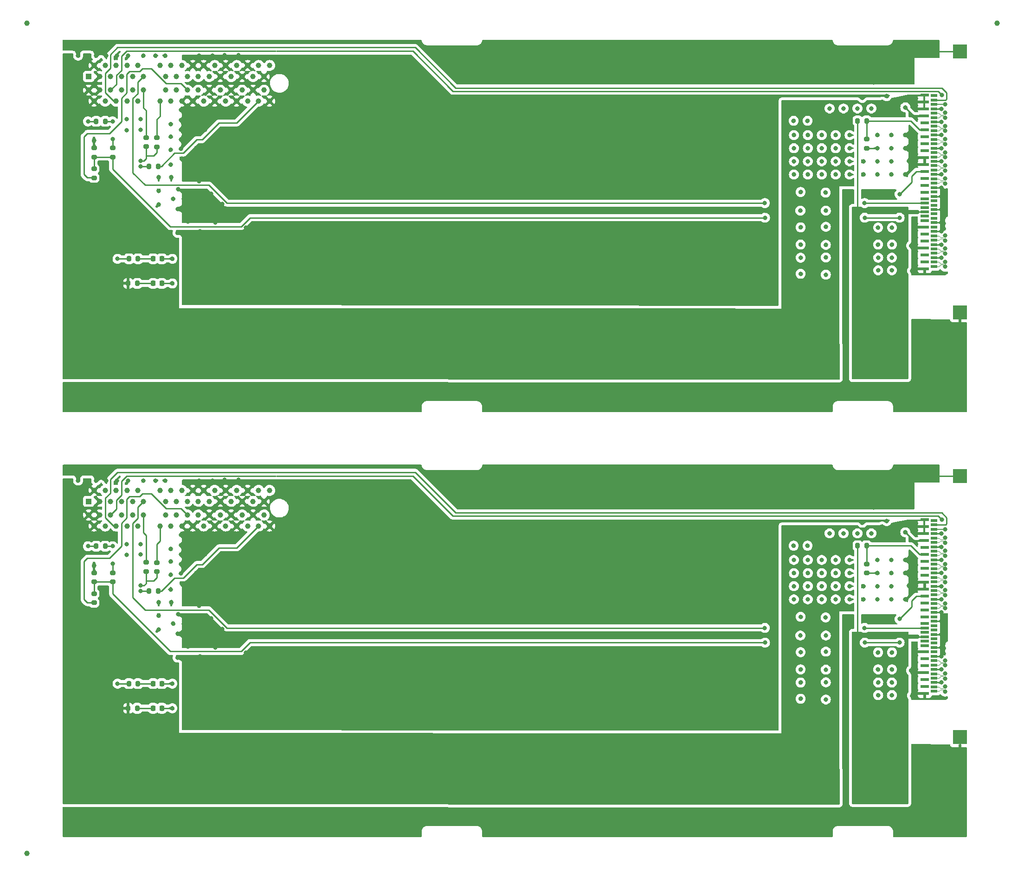
<source format=gbr>
G04 #@! TF.GenerationSoftware,KiCad,Pcbnew,6.0.7*
G04 #@! TF.CreationDate,2022-09-06T12:37:21-05:00*
G04 #@! TF.ProjectId,panel,70616e65-6c2e-46b6-9963-61645f706362,rev?*
G04 #@! TF.SameCoordinates,Original*
G04 #@! TF.FileFunction,Copper,L1,Top*
G04 #@! TF.FilePolarity,Positive*
%FSLAX46Y46*%
G04 Gerber Fmt 4.6, Leading zero omitted, Abs format (unit mm)*
G04 Created by KiCad (PCBNEW 6.0.7) date 2022-09-06 12:37:21*
%MOMM*%
%LPD*%
G01*
G04 APERTURE LIST*
G04 Aperture macros list*
%AMRoundRect*
0 Rectangle with rounded corners*
0 $1 Rounding radius*
0 $2 $3 $4 $5 $6 $7 $8 $9 X,Y pos of 4 corners*
0 Add a 4 corners polygon primitive as box body*
4,1,4,$2,$3,$4,$5,$6,$7,$8,$9,$2,$3,0*
0 Add four circle primitives for the rounded corners*
1,1,$1+$1,$2,$3*
1,1,$1+$1,$4,$5*
1,1,$1+$1,$6,$7*
1,1,$1+$1,$8,$9*
0 Add four rect primitives between the rounded corners*
20,1,$1+$1,$2,$3,$4,$5,0*
20,1,$1+$1,$4,$5,$6,$7,0*
20,1,$1+$1,$6,$7,$8,$9,0*
20,1,$1+$1,$8,$9,$2,$3,0*%
G04 Aperture macros list end*
G04 #@! TA.AperFunction,SMDPad,CuDef*
%ADD10C,1.000000*%
G04 #@! TD*
G04 #@! TA.AperFunction,SMDPad,CuDef*
%ADD11RoundRect,0.218750X0.218750X0.256250X-0.218750X0.256250X-0.218750X-0.256250X0.218750X-0.256250X0*%
G04 #@! TD*
G04 #@! TA.AperFunction,SMDPad,CuDef*
%ADD12RoundRect,0.200000X-0.200000X-0.275000X0.200000X-0.275000X0.200000X0.275000X-0.200000X0.275000X0*%
G04 #@! TD*
G04 #@! TA.AperFunction,SMDPad,CuDef*
%ADD13RoundRect,0.200000X0.275000X-0.200000X0.275000X0.200000X-0.275000X0.200000X-0.275000X-0.200000X0*%
G04 #@! TD*
G04 #@! TA.AperFunction,SMDPad,CuDef*
%ADD14RoundRect,0.200000X-0.275000X0.200000X-0.275000X-0.200000X0.275000X-0.200000X0.275000X0.200000X0*%
G04 #@! TD*
G04 #@! TA.AperFunction,ComponentPad*
%ADD15R,1.000000X1.000000*%
G04 #@! TD*
G04 #@! TA.AperFunction,ComponentPad*
%ADD16C,1.000000*%
G04 #@! TD*
G04 #@! TA.AperFunction,SMDPad,CuDef*
%ADD17R,1.500000X0.500000*%
G04 #@! TD*
G04 #@! TA.AperFunction,SMDPad,CuDef*
%ADD18R,1.200000X0.500000*%
G04 #@! TD*
G04 #@! TA.AperFunction,SMDPad,CuDef*
%ADD19R,2.600000X2.600000*%
G04 #@! TD*
G04 #@! TA.AperFunction,SMDPad,CuDef*
%ADD20R,1.500000X0.600000*%
G04 #@! TD*
G04 #@! TA.AperFunction,ViaPad*
%ADD21C,0.800000*%
G04 #@! TD*
G04 #@! TA.AperFunction,Conductor*
%ADD22C,0.250000*%
G04 #@! TD*
G04 #@! TA.AperFunction,Conductor*
%ADD23C,0.750000*%
G04 #@! TD*
G04 #@! TA.AperFunction,Conductor*
%ADD24C,0.102000*%
G04 #@! TD*
G04 #@! TA.AperFunction,Conductor*
%ADD25C,0.200000*%
G04 #@! TD*
G04 APERTURE END LIST*
D10*
G04 #@! TO.P,REF\u002A\u002A,*
G04 #@! TO.N,*
X17500000Y-171611776D03*
G04 #@! TD*
G04 #@! TO.P,REF\u002A\u002A,*
G04 #@! TO.N,*
X194500000Y-20000000D03*
G04 #@! TD*
D11*
G04 #@! TO.P,D2,1,K*
G04 #@! TO.N,Board_0-GND*
X42075000Y-63003553D03*
G04 #@! TO.P,D2,2,A*
G04 #@! TO.N,Board_0-Net-(D2-Pad2)*
X40500000Y-63003553D03*
G04 #@! TD*
D12*
G04 #@! TO.P,R1,1*
G04 #@! TO.N,Board_0-+3.3V*
X30100000Y-37903553D03*
G04 #@! TO.P,R1,2*
G04 #@! TO.N,Board_0-Net-(J1-PadB09)*
X31750000Y-37903553D03*
G04 #@! TD*
G04 #@! TO.P,R9,1*
G04 #@! TO.N,Board_1-+3.3V*
X36087500Y-140607106D03*
G04 #@! TO.P,R9,2*
G04 #@! TO.N,Board_1-Net-(D2-Pad2)*
X37737500Y-140607106D03*
G04 #@! TD*
D13*
G04 #@! TO.P,R3,1*
G04 #@! TO.N,Board_1-+3.3V*
X39200000Y-120107106D03*
G04 #@! TO.P,R3,2*
G04 #@! TO.N,Board_1-Net-(J1-PadB11)*
X39200000Y-118457106D03*
G04 #@! TD*
D12*
G04 #@! TO.P,R10,1*
G04 #@! TO.N,Board_1-+3.3V*
X169050000Y-115407106D03*
G04 #@! TO.P,R10,2*
G04 #@! TO.N,Board_1-Net-(J2-PadP10)*
X170700000Y-115407106D03*
G04 #@! TD*
G04 #@! TO.P,R2,1*
G04 #@! TO.N,Board_0-+3.3V*
X39750000Y-46103553D03*
G04 #@! TO.P,R2,2*
G04 #@! TO.N,Board_0-Net-(J1-PadB30)*
X41400000Y-46103553D03*
G04 #@! TD*
D10*
G04 #@! TO.P,REF\u002A\u002A,*
G04 #@! TO.N,*
X17500000Y-20000000D03*
G04 #@! TD*
D11*
G04 #@! TO.P,D2,1,K*
G04 #@! TO.N,Board_1-GND*
X42075000Y-140607106D03*
G04 #@! TO.P,D2,2,A*
G04 #@! TO.N,Board_1-Net-(D2-Pad2)*
X40500000Y-140607106D03*
G04 #@! TD*
D14*
G04 #@! TO.P,R6,1*
G04 #@! TO.N,Board_1-+3.3V*
X33100000Y-120357106D03*
G04 #@! TO.P,R6,2*
G04 #@! TO.N,Board_1-Net-(R5-Pad2)*
X33100000Y-122007106D03*
G04 #@! TD*
D13*
G04 #@! TO.P,R3,1*
G04 #@! TO.N,Board_0-+3.3V*
X39200000Y-42503553D03*
G04 #@! TO.P,R3,2*
G04 #@! TO.N,Board_0-Net-(J1-PadB11)*
X39200000Y-40853553D03*
G04 #@! TD*
G04 #@! TO.P,R5,1*
G04 #@! TO.N,Board_0-Net-(J1-PadB17)*
X29700000Y-48228553D03*
G04 #@! TO.P,R5,2*
G04 #@! TO.N,Board_0-Net-(R5-Pad2)*
X29700000Y-46578553D03*
G04 #@! TD*
D15*
G04 #@! TO.P,J1,A01,~{PRSNT1}*
G04 #@! TO.N,Board_0-GND*
X28735000Y-29703553D03*
D16*
G04 #@! TO.P,J1,A02,V12_A02*
G04 #@! TO.N,Board_0-+12V*
X29735000Y-27703553D03*
G04 #@! TO.P,J1,A03,V12_A03*
X30735000Y-29703553D03*
G04 #@! TO.P,J1,A04,GND_A04*
G04 #@! TO.N,Board_0-GND*
X31735000Y-27703553D03*
G04 #@! TO.P,J1,A05,TCK*
G04 #@! TO.N,Board_0-unconnected-(J1-PadA05)*
X32735000Y-29703553D03*
G04 #@! TO.P,J1,A06,TDI*
G04 #@! TO.N,Board_0-unconnected-(J1-PadA06)*
X33735000Y-27703553D03*
G04 #@! TO.P,J1,A07,TDO*
G04 #@! TO.N,Board_0-unconnected-(J1-PadA07)*
X34735000Y-29703553D03*
G04 #@! TO.P,J1,A08,TMS*
G04 #@! TO.N,Board_0-unconnected-(J1-PadA08)*
X35735000Y-27703553D03*
G04 #@! TO.P,J1,A09,V3P3_A09*
G04 #@! TO.N,Board_0-+3.3V*
X36735000Y-29703553D03*
G04 #@! TO.P,J1,A10,V3P3_A10*
X37735000Y-27703553D03*
G04 #@! TO.P,J1,A11,~{PERST}*
G04 #@! TO.N,Board_0-/PERST_L*
X38735000Y-29703553D03*
G04 #@! TO.P,J1,A12,GND_A12*
G04 #@! TO.N,Board_0-GND*
X41735000Y-27703553D03*
G04 #@! TO.P,J1,A13,REFCLK_P*
G04 #@! TO.N,Board_0-/REFCLK_P*
X42735000Y-29703553D03*
G04 #@! TO.P,J1,A14,REFCLK_N*
G04 #@! TO.N,Board_0-/REFCLK_N*
X43735000Y-27703553D03*
G04 #@! TO.P,J1,A15,GND_A15*
G04 #@! TO.N,Board_0-GND*
X44735000Y-29703553D03*
G04 #@! TO.P,J1,A16,PERp[0]*
G04 #@! TO.N,Board_0-/PER0_P*
X45735000Y-27703553D03*
G04 #@! TO.P,J1,A17,PERn[0]*
G04 #@! TO.N,Board_0-/PER0_N*
X46735000Y-29703553D03*
G04 #@! TO.P,J1,A18,GND_A18*
G04 #@! TO.N,Board_0-GND*
X47735000Y-27703553D03*
G04 #@! TO.P,J1,A19,RSVD_A19*
G04 #@! TO.N,Board_0-unconnected-(J1-PadA19)*
X48735000Y-29703553D03*
G04 #@! TO.P,J1,A20,GND_A20*
G04 #@! TO.N,Board_0-GND*
X49735000Y-27703553D03*
G04 #@! TO.P,J1,A21,PERp[1]*
G04 #@! TO.N,Board_0-/PER1_N*
X50735000Y-29703553D03*
G04 #@! TO.P,J1,A22,PERn[1]*
G04 #@! TO.N,Board_0-/PER1_P*
X51735000Y-27703553D03*
G04 #@! TO.P,J1,A23,GND_A23*
G04 #@! TO.N,Board_0-GND*
X52735000Y-29703553D03*
G04 #@! TO.P,J1,A24,GND_A24*
X53735000Y-27703553D03*
G04 #@! TO.P,J1,A25,PERp[2]*
G04 #@! TO.N,Board_0-/PER2_N*
X54735000Y-29703553D03*
G04 #@! TO.P,J1,A26,PERn[2]*
G04 #@! TO.N,Board_0-/PER2_P*
X55735000Y-27703553D03*
G04 #@! TO.P,J1,A27,GND_A27*
G04 #@! TO.N,Board_0-GND*
X56735000Y-29703553D03*
G04 #@! TO.P,J1,A28,GND_A28*
X57735000Y-27703553D03*
G04 #@! TO.P,J1,A29,PERp[3]*
G04 #@! TO.N,Board_0-/PER3_P*
X58735000Y-29703553D03*
G04 #@! TO.P,J1,A30,PERn[3]*
G04 #@! TO.N,Board_0-/PER3_N*
X59735000Y-27703553D03*
G04 #@! TO.P,J1,A31,GND_A31*
G04 #@! TO.N,Board_0-GND*
X60735000Y-29703553D03*
G04 #@! TO.P,J1,A32,RSVD_A32*
G04 #@! TO.N,Board_0-unconnected-(J1-PadA32)*
X61735000Y-27703553D03*
G04 #@! TO.P,J1,B01,V12_B01*
G04 #@! TO.N,Board_0-+12V*
X28735000Y-32203553D03*
G04 #@! TO.P,J1,B02,V12_B02*
X29735000Y-34203553D03*
G04 #@! TO.P,J1,B03,V12_B03*
X30735000Y-32203553D03*
G04 #@! TO.P,J1,B04,GND_B04*
G04 #@! TO.N,Board_0-GND*
X31735000Y-34203553D03*
G04 #@! TO.P,J1,B05,SMBCLK*
G04 #@! TO.N,Board_0-/SMBCLK*
X32735000Y-32203553D03*
G04 #@! TO.P,J1,B06,SMBDAT*
G04 #@! TO.N,Board_0-/SMBDAT*
X33735000Y-34203553D03*
G04 #@! TO.P,J1,B07,GND_B07*
G04 #@! TO.N,Board_0-GND*
X34735000Y-32203553D03*
G04 #@! TO.P,J1,B08,V3P3*
G04 #@! TO.N,Board_0-+3.3V*
X35735000Y-34203553D03*
G04 #@! TO.P,J1,B09,~{TRST}*
G04 #@! TO.N,Board_0-Net-(J1-PadB09)*
X36735000Y-32203553D03*
G04 #@! TO.P,J1,B10,V3P3_AUX*
G04 #@! TO.N,Board_0-+3.3V*
X37735000Y-34203553D03*
G04 #@! TO.P,J1,B11,~{WAKE}*
G04 #@! TO.N,Board_0-Net-(J1-PadB11)*
X38735000Y-32203553D03*
G04 #@! TO.P,J1,B12,~{CLKFREQ}*
G04 #@! TO.N,Board_0-Net-(J1-PadB12)*
X41735000Y-34203553D03*
G04 #@! TO.P,J1,B13,GND_B13*
G04 #@! TO.N,Board_0-GND*
X42735000Y-32203553D03*
G04 #@! TO.P,J1,B14,PETp[0]*
G04 #@! TO.N,Board_0-/PET0_P*
X43735000Y-34203553D03*
G04 #@! TO.P,J1,B15,PETn[0]*
G04 #@! TO.N,Board_0-/PET0_N*
X44735000Y-32203553D03*
G04 #@! TO.P,J1,B16,GND_B16*
G04 #@! TO.N,Board_0-GND*
X45735000Y-34203553D03*
G04 #@! TO.P,J1,B17,~{PRSNT2}_B17*
G04 #@! TO.N,Board_0-Net-(J1-PadB17)*
X46735000Y-32203553D03*
G04 #@! TO.P,J1,B18,GND_B18*
G04 #@! TO.N,Board_0-GND*
X47735000Y-34203553D03*
G04 #@! TO.P,J1,B19,PETp[1]*
G04 #@! TO.N,Board_0-/PET1_P*
X48735000Y-32203553D03*
G04 #@! TO.P,J1,B20,PETn[1]*
G04 #@! TO.N,Board_0-/PET1_N*
X49735000Y-34203553D03*
G04 #@! TO.P,J1,B21,GND_B21*
G04 #@! TO.N,Board_0-GND*
X50735000Y-32203553D03*
G04 #@! TO.P,J1,B22,GND_B22*
X51735000Y-34203553D03*
G04 #@! TO.P,J1,B23,PETp[2]*
G04 #@! TO.N,Board_0-/PET2_P*
X52735000Y-32203553D03*
G04 #@! TO.P,J1,B24,PETn[2]*
G04 #@! TO.N,Board_0-/PET2_N*
X53735000Y-34203553D03*
G04 #@! TO.P,J1,B25,GND_B25*
G04 #@! TO.N,Board_0-GND*
X54735000Y-32203553D03*
G04 #@! TO.P,J1,B26,GND_B26*
X55735000Y-34203553D03*
G04 #@! TO.P,J1,B27,PETp[3]*
G04 #@! TO.N,Board_0-/PET3_P*
X56735000Y-32203553D03*
G04 #@! TO.P,J1,B28,PETn[3]*
G04 #@! TO.N,Board_0-/PET3_N*
X57735000Y-34203553D03*
G04 #@! TO.P,J1,B29,GND_B29*
G04 #@! TO.N,Board_0-GND*
X58735000Y-32203553D03*
G04 #@! TO.P,J1,B30,~{PWRBRK}*
G04 #@! TO.N,Board_0-Net-(J1-PadB30)*
X59735000Y-34203553D03*
G04 #@! TO.P,J1,B31,~{PRSNT2}_B31*
G04 #@! TO.N,Board_0-unconnected-(J1-PadB31)*
X60735000Y-32203553D03*
G04 #@! TO.P,J1,B32,GND_B32*
G04 #@! TO.N,Board_0-GND*
X61735000Y-34203553D03*
G04 #@! TD*
D12*
G04 #@! TO.P,R10,1*
G04 #@! TO.N,Board_0-+3.3V*
X169050000Y-37803553D03*
G04 #@! TO.P,R10,2*
G04 #@! TO.N,Board_0-Net-(J2-PadP10)*
X170700000Y-37803553D03*
G04 #@! TD*
D11*
G04 #@! TO.P,D1,1,K*
G04 #@! TO.N,Board_1-GND*
X42075000Y-145107106D03*
G04 #@! TO.P,D1,2,A*
G04 #@! TO.N,Board_1-Net-(D1-Pad2)*
X40500000Y-145107106D03*
G04 #@! TD*
G04 #@! TO.P,D1,1,K*
G04 #@! TO.N,Board_0-GND*
X42075000Y-67503553D03*
G04 #@! TO.P,D1,2,A*
G04 #@! TO.N,Board_0-Net-(D1-Pad2)*
X40500000Y-67503553D03*
G04 #@! TD*
D13*
G04 #@! TO.P,R7,1*
G04 #@! TO.N,Board_0-Net-(R5-Pad2)*
X29700000Y-44403553D03*
G04 #@! TO.P,R7,2*
G04 #@! TO.N,Board_0-GND*
X29700000Y-42753553D03*
G04 #@! TD*
D12*
G04 #@! TO.P,R9,1*
G04 #@! TO.N,Board_0-+3.3V*
X36087500Y-63003553D03*
G04 #@! TO.P,R9,2*
G04 #@! TO.N,Board_0-Net-(D2-Pad2)*
X37737500Y-63003553D03*
G04 #@! TD*
D13*
G04 #@! TO.P,R4,1*
G04 #@! TO.N,Board_1-+3.3V*
X41200000Y-120157106D03*
G04 #@! TO.P,R4,2*
G04 #@! TO.N,Board_1-Net-(J1-PadB12)*
X41200000Y-118507106D03*
G04 #@! TD*
G04 #@! TO.P,R5,1*
G04 #@! TO.N,Board_1-Net-(J1-PadB17)*
X29700000Y-125832106D03*
G04 #@! TO.P,R5,2*
G04 #@! TO.N,Board_1-Net-(R5-Pad2)*
X29700000Y-124182106D03*
G04 #@! TD*
D17*
G04 #@! TO.P,J2,E1,REFCLK1_P*
G04 #@! TO.N,Board_1-unconnected-(J2-PadE1)*
X181300000Y-133637106D03*
G04 #@! TO.P,J2,E2,REFCLK1_N*
G04 #@! TO.N,Board_1-unconnected-(J2-PadE2)*
X181300000Y-132837106D03*
G04 #@! TO.P,J2,E3,V3p3_AUX*
G04 #@! TO.N,Board_1-+3.3V*
X181300000Y-132037106D03*
G04 #@! TO.P,J2,E4,CLKREQ/EPERSTB#*
G04 #@! TO.N,Board_1-unconnected-(J2-PadE4)*
X181300000Y-131237106D03*
G04 #@! TO.P,J2,E5,PERST#*
G04 #@! TO.N,Board_1-/PERST_L*
X181300000Y-130437106D03*
G04 #@! TO.P,J2,E6,RSVD_E6*
G04 #@! TO.N,Board_1-unconnected-(J2-PadE6)*
X181300000Y-129637106D03*
D18*
G04 #@! TO.P,J2,E7,REFCLK_P*
G04 #@! TO.N,Board_1-/REFCLK_P*
X183000000Y-142007106D03*
G04 #@! TO.P,J2,E8,REFCLK_N*
G04 #@! TO.N,Board_1-/REFCLK_N*
X183000000Y-141207106D03*
G04 #@! TO.P,J2,E9,GND_E9*
G04 #@! TO.N,Board_1-GND*
X183000000Y-140407106D03*
G04 #@! TO.P,J2,E10,PETp[0]*
G04 #@! TO.N,Board_1-/PET0_P*
X183000000Y-139607106D03*
G04 #@! TO.P,J2,E11,PETn[0]*
G04 #@! TO.N,Board_1-/PET0_N*
X183000000Y-138807106D03*
G04 #@! TO.P,J2,E12,GND_E12*
G04 #@! TO.N,Board_1-GND*
X183000000Y-138007106D03*
G04 #@! TO.P,J2,E13,PERn[0]*
G04 #@! TO.N,Board_1-/PER0_N*
X183000000Y-137207106D03*
G04 #@! TO.P,J2,E14,PERp[0]*
G04 #@! TO.N,Board_1-/PER0_P*
X183000000Y-136407106D03*
G04 #@! TO.P,J2,E15,GND_E15*
G04 #@! TO.N,Board_1-GND*
X183000000Y-135607106D03*
G04 #@! TO.P,J2,E16,RSVD_E16*
G04 #@! TO.N,Board_1-unconnected-(J2-PadE16)*
X183000000Y-134807106D03*
G04 #@! TO.P,J2,E17,PETp[3]*
G04 #@! TO.N,Board_1-/PET3_P*
X183000000Y-117207106D03*
G04 #@! TO.P,J2,E18,PETn[3]*
G04 #@! TO.N,Board_1-/PET3_N*
X183000000Y-116407106D03*
G04 #@! TO.P,J2,E19,GND_E19*
G04 #@! TO.N,Board_1-GND*
X183000000Y-115607106D03*
G04 #@! TO.P,J2,E20,PERn[3]*
G04 #@! TO.N,Board_1-/PER3_N*
X183000000Y-114807106D03*
G04 #@! TO.P,J2,E21,PERp[3]*
G04 #@! TO.N,Board_1-/PER3_P*
X183000000Y-114007106D03*
G04 #@! TO.P,J2,E22,GND_E22*
G04 #@! TO.N,Board_1-GND*
X183000000Y-113207106D03*
G04 #@! TO.P,J2,E23,SMBCLK*
G04 #@! TO.N,Board_1-/SMBCLK*
X183000000Y-112407106D03*
G04 #@! TO.P,J2,E24,SMBDAT*
G04 #@! TO.N,Board_1-/SMBDAT*
X183000000Y-111607106D03*
G04 #@! TO.P,J2,E25,DUALPORTEN#*
G04 #@! TO.N,Board_1-unconnected-(J2-PadE25)*
X183000000Y-110807106D03*
D19*
G04 #@! TO.P,J2,G1,G1*
G04 #@! TO.N,Board_1-GND*
X187730000Y-150382106D03*
G04 #@! TO.P,J2,G2,G2*
X187730000Y-102732106D03*
D20*
G04 #@! TO.P,J2,P1,WAKE#*
G04 #@! TO.N,Board_1-unconnected-(J2-PadP1)*
X181300000Y-128462106D03*
G04 #@! TO.P,J2,P2,SPCIERST*
G04 #@! TO.N,Board_1-unconnected-(J2-PadP2)*
X181300000Y-127192106D03*
G04 #@! TO.P,J2,P3,PWRDIS*
G04 #@! TO.N,Board_1-unconnected-(J2-PadP3)*
X181300000Y-125922106D03*
G04 #@! TO.P,J2,P4,IFDET#*
G04 #@! TO.N,Board_1-Net-(R5-Pad2)*
X181300000Y-124652106D03*
G04 #@! TO.P,J2,P5,GND_P5*
G04 #@! TO.N,Board_1-GND*
X181300000Y-123382106D03*
G04 #@! TO.P,J2,P6,GND_P6*
X181300000Y-122112106D03*
G04 #@! TO.P,J2,P7,P5V_P7*
G04 #@! TO.N,Board_1-unconnected-(J2-PadP7)*
X181300000Y-120842106D03*
G04 #@! TO.P,J2,P8,P5V_P8*
G04 #@! TO.N,Board_1-unconnected-(J2-PadP8)*
X181300000Y-119572106D03*
G04 #@! TO.P,J2,P9,P5V_P9*
G04 #@! TO.N,Board_1-unconnected-(J2-PadP9)*
X181300000Y-118302106D03*
G04 #@! TO.P,J2,P10,PRSNT#*
G04 #@! TO.N,Board_1-Net-(J2-PadP10)*
X181300000Y-117032106D03*
G04 #@! TO.P,J2,P11,ACTIVITY*
G04 #@! TO.N,Board_1-unconnected-(J2-PadP11)*
X181300000Y-115762106D03*
G04 #@! TO.P,J2,P12,GND_P12*
G04 #@! TO.N,Board_1-GND*
X181300000Y-114492106D03*
G04 #@! TO.P,J2,P13,12V_PRECHARGE*
G04 #@! TO.N,Board_1-+12V*
X181300000Y-113222106D03*
G04 #@! TO.P,J2,P14,12V_P14*
X181300000Y-111952106D03*
G04 #@! TO.P,J2,P15,12V_P15*
X181300000Y-110682106D03*
G04 #@! TO.P,J2,S1,GND_S1*
G04 #@! TO.N,Board_1-GND*
X181300000Y-142432106D03*
G04 #@! TO.P,J2,S2,SOT_P/A_P*
G04 #@! TO.N,Board_1-unconnected-(J2-PadS2)*
X181300000Y-141162106D03*
G04 #@! TO.P,J2,S3,SOT_N/A_N*
G04 #@! TO.N,Board_1-unconnected-(J2-PadS3)*
X181300000Y-139892106D03*
G04 #@! TO.P,J2,S4,GND_S4*
G04 #@! TO.N,Board_1-GND*
X181300000Y-138622106D03*
G04 #@! TO.P,J2,S5,S0R_N/B_N*
G04 #@! TO.N,Board_1-unconnected-(J2-PadS5)*
X181300000Y-137352106D03*
G04 #@! TO.P,J2,S6,S0R_P/B_P*
G04 #@! TO.N,Board_1-unconnected-(J2-PadS6)*
X181300000Y-136082106D03*
G04 #@! TO.P,J2,S7,GND_S7*
G04 #@! TO.N,Board_1-GND*
X181300000Y-134812106D03*
D18*
G04 #@! TO.P,J2,S8,GND_S8*
X183000000Y-134007106D03*
G04 #@! TO.P,J2,S9,S1T_P*
G04 #@! TO.N,Board_1-unconnected-(J2-PadS9)*
X183000000Y-133207106D03*
G04 #@! TO.P,J2,S10,S1T_N*
G04 #@! TO.N,Board_1-unconnected-(J2-PadS10)*
X183000000Y-132407106D03*
G04 #@! TO.P,J2,S11,GND_S11*
G04 #@! TO.N,Board_1-GND*
X183000000Y-131607106D03*
G04 #@! TO.P,J2,S12,S1R_N*
G04 #@! TO.N,Board_1-unconnected-(J2-PadS12)*
X183000000Y-130807106D03*
G04 #@! TO.P,J2,S13,S1R_P*
G04 #@! TO.N,Board_1-unconnected-(J2-PadS13)*
X183000000Y-130007106D03*
G04 #@! TO.P,J2,S14,GND_S14*
G04 #@! TO.N,Board_1-GND*
X183000000Y-129207106D03*
G04 #@! TO.P,J2,S15,RSVD_S15*
G04 #@! TO.N,Board_1-unconnected-(J2-PadS15)*
X183000000Y-128407106D03*
G04 #@! TO.P,J2,S16,GND_S16*
G04 #@! TO.N,Board_1-GND*
X183000000Y-127607106D03*
G04 #@! TO.P,J2,S17,PETp[1]*
G04 #@! TO.N,Board_1-/PET1_P*
X183000000Y-126807106D03*
G04 #@! TO.P,J2,S18,PETn[1]*
G04 #@! TO.N,Board_1-/PET1_N*
X183000000Y-126007106D03*
G04 #@! TO.P,J2,S19,GND_S19*
G04 #@! TO.N,Board_1-GND*
X183000000Y-125207106D03*
G04 #@! TO.P,J2,S20,PERn[1]*
G04 #@! TO.N,Board_1-/PER1_N*
X183000000Y-124407106D03*
G04 #@! TO.P,J2,S21,PERp[1]*
G04 #@! TO.N,Board_1-/PER1_P*
X183000000Y-123607106D03*
G04 #@! TO.P,J2,S22,GND_S22*
G04 #@! TO.N,Board_1-GND*
X183000000Y-122807106D03*
G04 #@! TO.P,J2,S23,PETp[2]*
G04 #@! TO.N,Board_1-/PET2_P*
X183000000Y-122007106D03*
G04 #@! TO.P,J2,S24,PETn[2]*
G04 #@! TO.N,Board_1-/PET2_N*
X183000000Y-121207106D03*
G04 #@! TO.P,J2,S25,GND_S25*
G04 #@! TO.N,Board_1-GND*
X183000000Y-120407106D03*
G04 #@! TO.P,J2,S26,PERn[2]*
G04 #@! TO.N,Board_1-/PER2_N*
X183000000Y-119607106D03*
G04 #@! TO.P,J2,S27,PERp[2]*
G04 #@! TO.N,Board_1-/PER2_P*
X183000000Y-118807106D03*
G04 #@! TO.P,J2,S28,GND_S28*
G04 #@! TO.N,Board_1-GND*
X183000000Y-118007106D03*
G04 #@! TD*
D15*
G04 #@! TO.P,J1,A01,~{PRSNT1}*
G04 #@! TO.N,Board_1-GND*
X28735000Y-107307106D03*
D16*
G04 #@! TO.P,J1,A02,V12_A02*
G04 #@! TO.N,Board_1-+12V*
X29735000Y-105307106D03*
G04 #@! TO.P,J1,A03,V12_A03*
X30735000Y-107307106D03*
G04 #@! TO.P,J1,A04,GND_A04*
G04 #@! TO.N,Board_1-GND*
X31735000Y-105307106D03*
G04 #@! TO.P,J1,A05,TCK*
G04 #@! TO.N,Board_1-unconnected-(J1-PadA05)*
X32735000Y-107307106D03*
G04 #@! TO.P,J1,A06,TDI*
G04 #@! TO.N,Board_1-unconnected-(J1-PadA06)*
X33735000Y-105307106D03*
G04 #@! TO.P,J1,A07,TDO*
G04 #@! TO.N,Board_1-unconnected-(J1-PadA07)*
X34735000Y-107307106D03*
G04 #@! TO.P,J1,A08,TMS*
G04 #@! TO.N,Board_1-unconnected-(J1-PadA08)*
X35735000Y-105307106D03*
G04 #@! TO.P,J1,A09,V3P3_A09*
G04 #@! TO.N,Board_1-+3.3V*
X36735000Y-107307106D03*
G04 #@! TO.P,J1,A10,V3P3_A10*
X37735000Y-105307106D03*
G04 #@! TO.P,J1,A11,~{PERST}*
G04 #@! TO.N,Board_1-/PERST_L*
X38735000Y-107307106D03*
G04 #@! TO.P,J1,A12,GND_A12*
G04 #@! TO.N,Board_1-GND*
X41735000Y-105307106D03*
G04 #@! TO.P,J1,A13,REFCLK_P*
G04 #@! TO.N,Board_1-/REFCLK_P*
X42735000Y-107307106D03*
G04 #@! TO.P,J1,A14,REFCLK_N*
G04 #@! TO.N,Board_1-/REFCLK_N*
X43735000Y-105307106D03*
G04 #@! TO.P,J1,A15,GND_A15*
G04 #@! TO.N,Board_1-GND*
X44735000Y-107307106D03*
G04 #@! TO.P,J1,A16,PERp[0]*
G04 #@! TO.N,Board_1-/PER0_P*
X45735000Y-105307106D03*
G04 #@! TO.P,J1,A17,PERn[0]*
G04 #@! TO.N,Board_1-/PER0_N*
X46735000Y-107307106D03*
G04 #@! TO.P,J1,A18,GND_A18*
G04 #@! TO.N,Board_1-GND*
X47735000Y-105307106D03*
G04 #@! TO.P,J1,A19,RSVD_A19*
G04 #@! TO.N,Board_1-unconnected-(J1-PadA19)*
X48735000Y-107307106D03*
G04 #@! TO.P,J1,A20,GND_A20*
G04 #@! TO.N,Board_1-GND*
X49735000Y-105307106D03*
G04 #@! TO.P,J1,A21,PERp[1]*
G04 #@! TO.N,Board_1-/PER1_N*
X50735000Y-107307106D03*
G04 #@! TO.P,J1,A22,PERn[1]*
G04 #@! TO.N,Board_1-/PER1_P*
X51735000Y-105307106D03*
G04 #@! TO.P,J1,A23,GND_A23*
G04 #@! TO.N,Board_1-GND*
X52735000Y-107307106D03*
G04 #@! TO.P,J1,A24,GND_A24*
X53735000Y-105307106D03*
G04 #@! TO.P,J1,A25,PERp[2]*
G04 #@! TO.N,Board_1-/PER2_N*
X54735000Y-107307106D03*
G04 #@! TO.P,J1,A26,PERn[2]*
G04 #@! TO.N,Board_1-/PER2_P*
X55735000Y-105307106D03*
G04 #@! TO.P,J1,A27,GND_A27*
G04 #@! TO.N,Board_1-GND*
X56735000Y-107307106D03*
G04 #@! TO.P,J1,A28,GND_A28*
X57735000Y-105307106D03*
G04 #@! TO.P,J1,A29,PERp[3]*
G04 #@! TO.N,Board_1-/PER3_P*
X58735000Y-107307106D03*
G04 #@! TO.P,J1,A30,PERn[3]*
G04 #@! TO.N,Board_1-/PER3_N*
X59735000Y-105307106D03*
G04 #@! TO.P,J1,A31,GND_A31*
G04 #@! TO.N,Board_1-GND*
X60735000Y-107307106D03*
G04 #@! TO.P,J1,A32,RSVD_A32*
G04 #@! TO.N,Board_1-unconnected-(J1-PadA32)*
X61735000Y-105307106D03*
G04 #@! TO.P,J1,B01,V12_B01*
G04 #@! TO.N,Board_1-+12V*
X28735000Y-109807106D03*
G04 #@! TO.P,J1,B02,V12_B02*
X29735000Y-111807106D03*
G04 #@! TO.P,J1,B03,V12_B03*
X30735000Y-109807106D03*
G04 #@! TO.P,J1,B04,GND_B04*
G04 #@! TO.N,Board_1-GND*
X31735000Y-111807106D03*
G04 #@! TO.P,J1,B05,SMBCLK*
G04 #@! TO.N,Board_1-/SMBCLK*
X32735000Y-109807106D03*
G04 #@! TO.P,J1,B06,SMBDAT*
G04 #@! TO.N,Board_1-/SMBDAT*
X33735000Y-111807106D03*
G04 #@! TO.P,J1,B07,GND_B07*
G04 #@! TO.N,Board_1-GND*
X34735000Y-109807106D03*
G04 #@! TO.P,J1,B08,V3P3*
G04 #@! TO.N,Board_1-+3.3V*
X35735000Y-111807106D03*
G04 #@! TO.P,J1,B09,~{TRST}*
G04 #@! TO.N,Board_1-Net-(J1-PadB09)*
X36735000Y-109807106D03*
G04 #@! TO.P,J1,B10,V3P3_AUX*
G04 #@! TO.N,Board_1-+3.3V*
X37735000Y-111807106D03*
G04 #@! TO.P,J1,B11,~{WAKE}*
G04 #@! TO.N,Board_1-Net-(J1-PadB11)*
X38735000Y-109807106D03*
G04 #@! TO.P,J1,B12,~{CLKFREQ}*
G04 #@! TO.N,Board_1-Net-(J1-PadB12)*
X41735000Y-111807106D03*
G04 #@! TO.P,J1,B13,GND_B13*
G04 #@! TO.N,Board_1-GND*
X42735000Y-109807106D03*
G04 #@! TO.P,J1,B14,PETp[0]*
G04 #@! TO.N,Board_1-/PET0_P*
X43735000Y-111807106D03*
G04 #@! TO.P,J1,B15,PETn[0]*
G04 #@! TO.N,Board_1-/PET0_N*
X44735000Y-109807106D03*
G04 #@! TO.P,J1,B16,GND_B16*
G04 #@! TO.N,Board_1-GND*
X45735000Y-111807106D03*
G04 #@! TO.P,J1,B17,~{PRSNT2}_B17*
G04 #@! TO.N,Board_1-Net-(J1-PadB17)*
X46735000Y-109807106D03*
G04 #@! TO.P,J1,B18,GND_B18*
G04 #@! TO.N,Board_1-GND*
X47735000Y-111807106D03*
G04 #@! TO.P,J1,B19,PETp[1]*
G04 #@! TO.N,Board_1-/PET1_P*
X48735000Y-109807106D03*
G04 #@! TO.P,J1,B20,PETn[1]*
G04 #@! TO.N,Board_1-/PET1_N*
X49735000Y-111807106D03*
G04 #@! TO.P,J1,B21,GND_B21*
G04 #@! TO.N,Board_1-GND*
X50735000Y-109807106D03*
G04 #@! TO.P,J1,B22,GND_B22*
X51735000Y-111807106D03*
G04 #@! TO.P,J1,B23,PETp[2]*
G04 #@! TO.N,Board_1-/PET2_P*
X52735000Y-109807106D03*
G04 #@! TO.P,J1,B24,PETn[2]*
G04 #@! TO.N,Board_1-/PET2_N*
X53735000Y-111807106D03*
G04 #@! TO.P,J1,B25,GND_B25*
G04 #@! TO.N,Board_1-GND*
X54735000Y-109807106D03*
G04 #@! TO.P,J1,B26,GND_B26*
X55735000Y-111807106D03*
G04 #@! TO.P,J1,B27,PETp[3]*
G04 #@! TO.N,Board_1-/PET3_P*
X56735000Y-109807106D03*
G04 #@! TO.P,J1,B28,PETn[3]*
G04 #@! TO.N,Board_1-/PET3_N*
X57735000Y-111807106D03*
G04 #@! TO.P,J1,B29,GND_B29*
G04 #@! TO.N,Board_1-GND*
X58735000Y-109807106D03*
G04 #@! TO.P,J1,B30,~{PWRBRK}*
G04 #@! TO.N,Board_1-Net-(J1-PadB30)*
X59735000Y-111807106D03*
G04 #@! TO.P,J1,B31,~{PRSNT2}_B31*
G04 #@! TO.N,Board_1-unconnected-(J1-PadB31)*
X60735000Y-109807106D03*
G04 #@! TO.P,J1,B32,GND_B32*
G04 #@! TO.N,Board_1-GND*
X61735000Y-111807106D03*
G04 #@! TD*
D17*
G04 #@! TO.P,J2,E1,REFCLK1_P*
G04 #@! TO.N,Board_0-unconnected-(J2-PadE1)*
X181300000Y-56033553D03*
G04 #@! TO.P,J2,E2,REFCLK1_N*
G04 #@! TO.N,Board_0-unconnected-(J2-PadE2)*
X181300000Y-55233553D03*
G04 #@! TO.P,J2,E3,V3p3_AUX*
G04 #@! TO.N,Board_0-+3.3V*
X181300000Y-54433553D03*
G04 #@! TO.P,J2,E4,CLKREQ/EPERSTB#*
G04 #@! TO.N,Board_0-unconnected-(J2-PadE4)*
X181300000Y-53633553D03*
G04 #@! TO.P,J2,E5,PERST#*
G04 #@! TO.N,Board_0-/PERST_L*
X181300000Y-52833553D03*
G04 #@! TO.P,J2,E6,RSVD_E6*
G04 #@! TO.N,Board_0-unconnected-(J2-PadE6)*
X181300000Y-52033553D03*
D18*
G04 #@! TO.P,J2,E7,REFCLK_P*
G04 #@! TO.N,Board_0-/REFCLK_P*
X183000000Y-64403553D03*
G04 #@! TO.P,J2,E8,REFCLK_N*
G04 #@! TO.N,Board_0-/REFCLK_N*
X183000000Y-63603553D03*
G04 #@! TO.P,J2,E9,GND_E9*
G04 #@! TO.N,Board_0-GND*
X183000000Y-62803553D03*
G04 #@! TO.P,J2,E10,PETp[0]*
G04 #@! TO.N,Board_0-/PET0_P*
X183000000Y-62003553D03*
G04 #@! TO.P,J2,E11,PETn[0]*
G04 #@! TO.N,Board_0-/PET0_N*
X183000000Y-61203553D03*
G04 #@! TO.P,J2,E12,GND_E12*
G04 #@! TO.N,Board_0-GND*
X183000000Y-60403553D03*
G04 #@! TO.P,J2,E13,PERn[0]*
G04 #@! TO.N,Board_0-/PER0_N*
X183000000Y-59603553D03*
G04 #@! TO.P,J2,E14,PERp[0]*
G04 #@! TO.N,Board_0-/PER0_P*
X183000000Y-58803553D03*
G04 #@! TO.P,J2,E15,GND_E15*
G04 #@! TO.N,Board_0-GND*
X183000000Y-58003553D03*
G04 #@! TO.P,J2,E16,RSVD_E16*
G04 #@! TO.N,Board_0-unconnected-(J2-PadE16)*
X183000000Y-57203553D03*
G04 #@! TO.P,J2,E17,PETp[3]*
G04 #@! TO.N,Board_0-/PET3_P*
X183000000Y-39603553D03*
G04 #@! TO.P,J2,E18,PETn[3]*
G04 #@! TO.N,Board_0-/PET3_N*
X183000000Y-38803553D03*
G04 #@! TO.P,J2,E19,GND_E19*
G04 #@! TO.N,Board_0-GND*
X183000000Y-38003553D03*
G04 #@! TO.P,J2,E20,PERn[3]*
G04 #@! TO.N,Board_0-/PER3_N*
X183000000Y-37203553D03*
G04 #@! TO.P,J2,E21,PERp[3]*
G04 #@! TO.N,Board_0-/PER3_P*
X183000000Y-36403553D03*
G04 #@! TO.P,J2,E22,GND_E22*
G04 #@! TO.N,Board_0-GND*
X183000000Y-35603553D03*
G04 #@! TO.P,J2,E23,SMBCLK*
G04 #@! TO.N,Board_0-/SMBCLK*
X183000000Y-34803553D03*
G04 #@! TO.P,J2,E24,SMBDAT*
G04 #@! TO.N,Board_0-/SMBDAT*
X183000000Y-34003553D03*
G04 #@! TO.P,J2,E25,DUALPORTEN#*
G04 #@! TO.N,Board_0-unconnected-(J2-PadE25)*
X183000000Y-33203553D03*
D19*
G04 #@! TO.P,J2,G1,G1*
G04 #@! TO.N,Board_0-GND*
X187730000Y-72778553D03*
G04 #@! TO.P,J2,G2,G2*
X187730000Y-25128553D03*
D20*
G04 #@! TO.P,J2,P1,WAKE#*
G04 #@! TO.N,Board_0-unconnected-(J2-PadP1)*
X181300000Y-50858553D03*
G04 #@! TO.P,J2,P2,SPCIERST*
G04 #@! TO.N,Board_0-unconnected-(J2-PadP2)*
X181300000Y-49588553D03*
G04 #@! TO.P,J2,P3,PWRDIS*
G04 #@! TO.N,Board_0-unconnected-(J2-PadP3)*
X181300000Y-48318553D03*
G04 #@! TO.P,J2,P4,IFDET#*
G04 #@! TO.N,Board_0-Net-(R5-Pad2)*
X181300000Y-47048553D03*
G04 #@! TO.P,J2,P5,GND_P5*
G04 #@! TO.N,Board_0-GND*
X181300000Y-45778553D03*
G04 #@! TO.P,J2,P6,GND_P6*
X181300000Y-44508553D03*
G04 #@! TO.P,J2,P7,P5V_P7*
G04 #@! TO.N,Board_0-unconnected-(J2-PadP7)*
X181300000Y-43238553D03*
G04 #@! TO.P,J2,P8,P5V_P8*
G04 #@! TO.N,Board_0-unconnected-(J2-PadP8)*
X181300000Y-41968553D03*
G04 #@! TO.P,J2,P9,P5V_P9*
G04 #@! TO.N,Board_0-unconnected-(J2-PadP9)*
X181300000Y-40698553D03*
G04 #@! TO.P,J2,P10,PRSNT#*
G04 #@! TO.N,Board_0-Net-(J2-PadP10)*
X181300000Y-39428553D03*
G04 #@! TO.P,J2,P11,ACTIVITY*
G04 #@! TO.N,Board_0-unconnected-(J2-PadP11)*
X181300000Y-38158553D03*
G04 #@! TO.P,J2,P12,GND_P12*
G04 #@! TO.N,Board_0-GND*
X181300000Y-36888553D03*
G04 #@! TO.P,J2,P13,12V_PRECHARGE*
G04 #@! TO.N,Board_0-+12V*
X181300000Y-35618553D03*
G04 #@! TO.P,J2,P14,12V_P14*
X181300000Y-34348553D03*
G04 #@! TO.P,J2,P15,12V_P15*
X181300000Y-33078553D03*
G04 #@! TO.P,J2,S1,GND_S1*
G04 #@! TO.N,Board_0-GND*
X181300000Y-64828553D03*
G04 #@! TO.P,J2,S2,SOT_P/A_P*
G04 #@! TO.N,Board_0-unconnected-(J2-PadS2)*
X181300000Y-63558553D03*
G04 #@! TO.P,J2,S3,SOT_N/A_N*
G04 #@! TO.N,Board_0-unconnected-(J2-PadS3)*
X181300000Y-62288553D03*
G04 #@! TO.P,J2,S4,GND_S4*
G04 #@! TO.N,Board_0-GND*
X181300000Y-61018553D03*
G04 #@! TO.P,J2,S5,S0R_N/B_N*
G04 #@! TO.N,Board_0-unconnected-(J2-PadS5)*
X181300000Y-59748553D03*
G04 #@! TO.P,J2,S6,S0R_P/B_P*
G04 #@! TO.N,Board_0-unconnected-(J2-PadS6)*
X181300000Y-58478553D03*
G04 #@! TO.P,J2,S7,GND_S7*
G04 #@! TO.N,Board_0-GND*
X181300000Y-57208553D03*
D18*
G04 #@! TO.P,J2,S8,GND_S8*
X183000000Y-56403553D03*
G04 #@! TO.P,J2,S9,S1T_P*
G04 #@! TO.N,Board_0-unconnected-(J2-PadS9)*
X183000000Y-55603553D03*
G04 #@! TO.P,J2,S10,S1T_N*
G04 #@! TO.N,Board_0-unconnected-(J2-PadS10)*
X183000000Y-54803553D03*
G04 #@! TO.P,J2,S11,GND_S11*
G04 #@! TO.N,Board_0-GND*
X183000000Y-54003553D03*
G04 #@! TO.P,J2,S12,S1R_N*
G04 #@! TO.N,Board_0-unconnected-(J2-PadS12)*
X183000000Y-53203553D03*
G04 #@! TO.P,J2,S13,S1R_P*
G04 #@! TO.N,Board_0-unconnected-(J2-PadS13)*
X183000000Y-52403553D03*
G04 #@! TO.P,J2,S14,GND_S14*
G04 #@! TO.N,Board_0-GND*
X183000000Y-51603553D03*
G04 #@! TO.P,J2,S15,RSVD_S15*
G04 #@! TO.N,Board_0-unconnected-(J2-PadS15)*
X183000000Y-50803553D03*
G04 #@! TO.P,J2,S16,GND_S16*
G04 #@! TO.N,Board_0-GND*
X183000000Y-50003553D03*
G04 #@! TO.P,J2,S17,PETp[1]*
G04 #@! TO.N,Board_0-/PET1_P*
X183000000Y-49203553D03*
G04 #@! TO.P,J2,S18,PETn[1]*
G04 #@! TO.N,Board_0-/PET1_N*
X183000000Y-48403553D03*
G04 #@! TO.P,J2,S19,GND_S19*
G04 #@! TO.N,Board_0-GND*
X183000000Y-47603553D03*
G04 #@! TO.P,J2,S20,PERn[1]*
G04 #@! TO.N,Board_0-/PER1_N*
X183000000Y-46803553D03*
G04 #@! TO.P,J2,S21,PERp[1]*
G04 #@! TO.N,Board_0-/PER1_P*
X183000000Y-46003553D03*
G04 #@! TO.P,J2,S22,GND_S22*
G04 #@! TO.N,Board_0-GND*
X183000000Y-45203553D03*
G04 #@! TO.P,J2,S23,PETp[2]*
G04 #@! TO.N,Board_0-/PET2_P*
X183000000Y-44403553D03*
G04 #@! TO.P,J2,S24,PETn[2]*
G04 #@! TO.N,Board_0-/PET2_N*
X183000000Y-43603553D03*
G04 #@! TO.P,J2,S25,GND_S25*
G04 #@! TO.N,Board_0-GND*
X183000000Y-42803553D03*
G04 #@! TO.P,J2,S26,PERn[2]*
G04 #@! TO.N,Board_0-/PER2_N*
X183000000Y-42003553D03*
G04 #@! TO.P,J2,S27,PERp[2]*
G04 #@! TO.N,Board_0-/PER2_P*
X183000000Y-41203553D03*
G04 #@! TO.P,J2,S28,GND_S28*
G04 #@! TO.N,Board_0-GND*
X183000000Y-40403553D03*
G04 #@! TD*
D12*
G04 #@! TO.P,R1,1*
G04 #@! TO.N,Board_1-+3.3V*
X30100000Y-115507106D03*
G04 #@! TO.P,R1,2*
G04 #@! TO.N,Board_1-Net-(J1-PadB09)*
X31750000Y-115507106D03*
G04 #@! TD*
D13*
G04 #@! TO.P,R7,1*
G04 #@! TO.N,Board_1-Net-(R5-Pad2)*
X29700000Y-122007106D03*
G04 #@! TO.P,R7,2*
G04 #@! TO.N,Board_1-GND*
X29700000Y-120357106D03*
G04 #@! TD*
D12*
G04 #@! TO.P,R8,1*
G04 #@! TO.N,Board_0-+12V*
X35950000Y-67503553D03*
G04 #@! TO.P,R8,2*
G04 #@! TO.N,Board_0-Net-(D1-Pad2)*
X37600000Y-67503553D03*
G04 #@! TD*
D14*
G04 #@! TO.P,R6,1*
G04 #@! TO.N,Board_0-+3.3V*
X33100000Y-42753553D03*
G04 #@! TO.P,R6,2*
G04 #@! TO.N,Board_0-Net-(R5-Pad2)*
X33100000Y-44403553D03*
G04 #@! TD*
D12*
G04 #@! TO.P,R2,1*
G04 #@! TO.N,Board_1-+3.3V*
X39750000Y-123707106D03*
G04 #@! TO.P,R2,2*
G04 #@! TO.N,Board_1-Net-(J1-PadB30)*
X41400000Y-123707106D03*
G04 #@! TD*
D13*
G04 #@! TO.P,R4,1*
G04 #@! TO.N,Board_0-+3.3V*
X41200000Y-42553553D03*
G04 #@! TO.P,R4,2*
G04 #@! TO.N,Board_0-Net-(J1-PadB12)*
X41200000Y-40903553D03*
G04 #@! TD*
D12*
G04 #@! TO.P,R8,1*
G04 #@! TO.N,Board_1-+12V*
X35950000Y-145107106D03*
G04 #@! TO.P,R8,2*
G04 #@! TO.N,Board_1-Net-(D1-Pad2)*
X37600000Y-145107106D03*
G04 #@! TD*
D14*
G04 #@! TO.P,R11,1*
G04 #@! TO.N,Board_0-Net-(J2-PadP10)*
X170700000Y-41153553D03*
G04 #@! TO.P,R11,2*
G04 #@! TO.N,Board_0-GND*
X170700000Y-42803553D03*
G04 #@! TD*
G04 #@! TO.P,R11,1*
G04 #@! TO.N,Board_1-Net-(J2-PadP10)*
X170700000Y-118757106D03*
G04 #@! TO.P,R11,2*
G04 #@! TO.N,Board_1-GND*
X170700000Y-120407106D03*
G04 #@! TD*
D21*
G04 #@! TO.N,Board_0-+3.3V*
X174280000Y-82963553D03*
X171740000Y-75343553D03*
X176820000Y-77883553D03*
X171740000Y-80423553D03*
X169200000Y-72803553D03*
X171740000Y-72803553D03*
X35700000Y-37503553D03*
X176820000Y-80423553D03*
X169200000Y-82963553D03*
X176820000Y-75343553D03*
X38200000Y-46103553D03*
X35700000Y-39503553D03*
X169200000Y-80423553D03*
X174280000Y-75343553D03*
X34000000Y-63003553D03*
X33100000Y-41103553D03*
X176820000Y-72803553D03*
X171740000Y-82963553D03*
X38200000Y-45103553D03*
X169200000Y-77883553D03*
X174280000Y-72803553D03*
X176820000Y-82963553D03*
X169200000Y-75343553D03*
X38200000Y-39403553D03*
X28600000Y-37903553D03*
X174280000Y-77883553D03*
X38200000Y-37503553D03*
X174280000Y-80423553D03*
X171740000Y-77883553D03*
G04 #@! TO.N,Board_0-/PER0_N*
X185000000Y-59654553D03*
G04 #@! TO.N,Board_0-/PER0_P*
X185000000Y-58752553D03*
G04 #@! TO.N,Board_0-/PER1_N*
X185000000Y-46854553D03*
G04 #@! TO.N,Board_0-/PER1_P*
X185000000Y-45952553D03*
G04 #@! TO.N,Board_0-/PER2_N*
X185000000Y-42054553D03*
G04 #@! TO.N,Board_0-/PER2_P*
X185000000Y-41152553D03*
G04 #@! TO.N,Board_0-/PER3_N*
X185000000Y-37254553D03*
G04 #@! TO.N,Board_0-/PER3_P*
X185000000Y-36352553D03*
G04 #@! TO.N,Board_0-/PERST_L*
X152120000Y-52833553D03*
X170320000Y-52833553D03*
G04 #@! TO.N,Board_0-/PET0_N*
X185000000Y-61152553D03*
G04 #@! TO.N,Board_0-/PET0_P*
X185000000Y-62054553D03*
G04 #@! TO.N,Board_0-/PET1_N*
X185000000Y-48352553D03*
G04 #@! TO.N,Board_0-/PET1_P*
X185000000Y-49254553D03*
G04 #@! TO.N,Board_0-/PET2_N*
X185000000Y-43552553D03*
G04 #@! TO.N,Board_0-/PET2_P*
X185000000Y-44454553D03*
G04 #@! TO.N,Board_0-/PET3_N*
X185000000Y-38752553D03*
G04 #@! TO.N,Board_0-/PET3_P*
X185000000Y-39654553D03*
G04 #@! TO.N,Board_0-/REFCLK_N*
X185000000Y-63552553D03*
G04 #@! TO.N,Board_0-/REFCLK_P*
X185000000Y-64454553D03*
G04 #@! TO.N,Board_0-/SMBCLK*
X185000000Y-34803553D03*
X184400000Y-33053553D03*
G04 #@! TO.N,Board_0-GND*
X134560000Y-47603553D03*
X137970000Y-23953553D03*
X49600000Y-54303553D03*
X167580000Y-50703553D03*
X81220000Y-45203553D03*
X81220000Y-54253553D03*
X93920000Y-47603553D03*
X78680000Y-47603553D03*
X106620000Y-54253553D03*
X97160000Y-62803553D03*
X130350000Y-23953553D03*
X106730000Y-57303553D03*
X132720000Y-62803553D03*
X119320000Y-50703553D03*
X62000000Y-65103553D03*
X132020000Y-40403553D03*
X61300000Y-47603553D03*
X160830000Y-26403553D03*
X178400000Y-45103553D03*
X144720000Y-45203553D03*
X68520000Y-40403553D03*
X126940000Y-54253553D03*
X126890000Y-37803553D03*
X109860000Y-62803553D03*
X48900000Y-48803553D03*
X172770000Y-60403553D03*
X142130000Y-37803553D03*
X55900000Y-50103553D03*
X142180000Y-50703553D03*
X139640000Y-50703553D03*
X116890000Y-57303553D03*
X96570000Y-57303553D03*
X106620000Y-47603553D03*
X165040000Y-47603553D03*
X84460000Y-62803553D03*
X91380000Y-54253553D03*
X166800000Y-60453553D03*
X86300000Y-47603553D03*
X152340000Y-50703553D03*
X160830000Y-23953553D03*
X96460000Y-40403553D03*
X140510000Y-26403553D03*
X159960000Y-47603553D03*
X114190000Y-37803553D03*
X53500000Y-25803553D03*
X64540000Y-65103553D03*
X170120000Y-45203553D03*
X142880000Y-62803553D03*
X73600000Y-47603553D03*
X43700000Y-43103553D03*
X111700000Y-45203553D03*
X116780000Y-54253553D03*
X73710000Y-60403553D03*
X177740000Y-40403553D03*
X142880000Y-65103553D03*
X81220000Y-50703553D03*
X83870000Y-60403553D03*
X171550000Y-35553553D03*
X57800000Y-62703553D03*
X111700000Y-42803553D03*
X86300000Y-42803553D03*
X116780000Y-42803553D03*
X134560000Y-45203553D03*
X78680000Y-54253553D03*
X166800000Y-62803553D03*
X86300000Y-50703553D03*
X93870000Y-37803553D03*
X92080000Y-65103553D03*
X76140000Y-50703553D03*
X112570000Y-23953553D03*
X114240000Y-40403553D03*
X76140000Y-45203553D03*
X54200000Y-48703553D03*
X111700000Y-47603553D03*
X158600000Y-54203553D03*
X71170000Y-60403553D03*
X177740000Y-47603553D03*
X91380000Y-45203553D03*
X81330000Y-57303553D03*
X163930000Y-35553553D03*
X125270000Y-23953553D03*
X125100000Y-65103553D03*
X92080000Y-62803553D03*
X131970000Y-37803553D03*
X119430000Y-60403553D03*
X96460000Y-42803553D03*
X51700000Y-36603553D03*
X116780000Y-45203553D03*
X76140000Y-47603553D03*
X63840000Y-47603553D03*
X132020000Y-45203553D03*
X169700000Y-28503553D03*
X88840000Y-47603553D03*
X63840000Y-40403553D03*
X66490000Y-57303553D03*
X78680000Y-50703553D03*
X59600000Y-59503553D03*
X166900000Y-54303553D03*
X144720000Y-42803553D03*
X142180000Y-42803553D03*
X149750000Y-37803553D03*
X62000000Y-62803553D03*
X134560000Y-42803553D03*
X67080000Y-62803553D03*
X157420000Y-42803553D03*
X83760000Y-40403553D03*
X114240000Y-50703553D03*
X163370000Y-23953553D03*
X76840000Y-65103553D03*
X144670000Y-37803553D03*
X166800000Y-65103553D03*
X101540000Y-40403553D03*
X162500000Y-45203553D03*
X68520000Y-50703553D03*
X147260000Y-54253553D03*
X109110000Y-37803553D03*
X122730000Y-23953553D03*
X49200000Y-62003553D03*
X121860000Y-54253553D03*
X107320000Y-65103553D03*
X126940000Y-42803553D03*
X99700000Y-65103553D03*
X73600000Y-50703553D03*
X121860000Y-40403553D03*
X134560000Y-50703553D03*
X147260000Y-50703553D03*
X51150000Y-63853553D03*
X91330000Y-37803553D03*
X91490000Y-60403553D03*
X140340000Y-62803553D03*
X76840000Y-62803553D03*
X124400000Y-54253553D03*
X139750000Y-60403553D03*
X61300000Y-50703553D03*
X124510000Y-60403553D03*
X155750000Y-23953553D03*
X158650000Y-60403553D03*
X114240000Y-42803553D03*
X104080000Y-42803553D03*
X150670000Y-23953553D03*
X112570000Y-26403553D03*
X81920000Y-62803553D03*
X139590000Y-37803553D03*
X66380000Y-45203553D03*
X137050000Y-37803553D03*
X137100000Y-47603553D03*
X163200000Y-50903553D03*
X79380000Y-65103553D03*
X43700000Y-45803553D03*
X130350000Y-26403553D03*
X58600000Y-41303553D03*
X114940000Y-65103553D03*
X88790000Y-37803553D03*
X177740000Y-42803553D03*
X166470000Y-35553553D03*
X129480000Y-45203553D03*
X83760000Y-42803553D03*
X139640000Y-54253553D03*
X132130000Y-60403553D03*
X172660000Y-45203553D03*
X148130000Y-26403553D03*
X76250000Y-57303553D03*
X68520000Y-42803553D03*
X44000000Y-63003553D03*
X145420000Y-62803553D03*
X175200000Y-47603553D03*
X144720000Y-50703553D03*
X137970000Y-26403553D03*
X184300000Y-35603553D03*
X47400000Y-52303553D03*
X112400000Y-62803553D03*
X158290000Y-23953553D03*
X116890000Y-60403553D03*
X124400000Y-50703553D03*
X55100000Y-55003553D03*
X71060000Y-50703553D03*
X61300000Y-42803553D03*
X119320000Y-45203553D03*
X130180000Y-62803553D03*
X126940000Y-45203553D03*
X159960000Y-40403553D03*
X184300000Y-58003553D03*
X147370000Y-57303553D03*
X76090000Y-37803553D03*
X111810000Y-60403553D03*
X69220000Y-62803553D03*
X165040000Y-40403553D03*
X143050000Y-23953553D03*
X31900000Y-25903553D03*
X137800000Y-62803553D03*
X101650000Y-57303553D03*
X170120000Y-50703553D03*
X167580000Y-40403553D03*
X132020000Y-42803553D03*
X49000000Y-58003553D03*
X110030000Y-23953553D03*
X127810000Y-26403553D03*
X129590000Y-60403553D03*
X121860000Y-47603553D03*
X184300000Y-45203553D03*
X121860000Y-42803553D03*
X71170000Y-57303553D03*
X124400000Y-45203553D03*
X135260000Y-65103553D03*
X172770000Y-57303553D03*
X86300000Y-54253553D03*
X120190000Y-26403553D03*
X104080000Y-54253553D03*
X142290000Y-57303553D03*
X47800000Y-35703553D03*
X140340000Y-65103553D03*
X152340000Y-54253553D03*
X45700000Y-44703553D03*
X35900000Y-25903553D03*
X93920000Y-45203553D03*
X114940000Y-62803553D03*
X187700000Y-75403553D03*
X66380000Y-40403553D03*
X132720000Y-65103553D03*
X175200000Y-42803553D03*
X184300000Y-40403553D03*
X45100000Y-50303553D03*
X73710000Y-57303553D03*
X129480000Y-54253553D03*
X125270000Y-26403553D03*
X96460000Y-45203553D03*
X99000000Y-40403553D03*
X71060000Y-42803553D03*
X117650000Y-26403553D03*
X147260000Y-47603553D03*
X78680000Y-40403553D03*
X99000000Y-45203553D03*
X83760000Y-50703553D03*
X76140000Y-54253553D03*
X99700000Y-62803553D03*
X167450000Y-30603553D03*
X45600000Y-39403553D03*
X117650000Y-23953553D03*
X129430000Y-37803553D03*
X175310000Y-57303553D03*
X145420000Y-65103553D03*
X55600000Y-45103553D03*
X29700000Y-41403553D03*
X89540000Y-65103553D03*
X88950000Y-60403553D03*
X137800000Y-65103553D03*
X104950000Y-26403553D03*
X91380000Y-42803553D03*
X104080000Y-40403553D03*
X83710000Y-37803553D03*
X104080000Y-47603553D03*
X86410000Y-57303553D03*
X94030000Y-60403553D03*
X87000000Y-62803553D03*
X62100000Y-60403553D03*
X78630000Y-37803553D03*
X149800000Y-50703553D03*
X112400000Y-65103553D03*
X51500000Y-40803553D03*
X119320000Y-47603553D03*
X134670000Y-60403553D03*
X147260000Y-42803553D03*
X104080000Y-50703553D03*
X179600000Y-45103553D03*
X46900000Y-59853553D03*
X184300000Y-50003553D03*
X68520000Y-47603553D03*
X114350000Y-60403553D03*
X115110000Y-26403553D03*
X84460000Y-65103553D03*
X135430000Y-23953553D03*
X157420000Y-47603553D03*
X144830000Y-60403553D03*
X152450000Y-60403553D03*
X155750000Y-26403553D03*
X96570000Y-60403553D03*
X45600000Y-41203553D03*
X111810000Y-57303553D03*
X158650000Y-50803553D03*
X55500000Y-62703553D03*
X99000000Y-54253553D03*
X127640000Y-62803553D03*
X58600000Y-50703553D03*
X61300000Y-45203553D03*
X71060000Y-47603553D03*
X149910000Y-60403553D03*
X109160000Y-50703553D03*
X172660000Y-47603553D03*
X159960000Y-42803553D03*
X121860000Y-50703553D03*
X88840000Y-42803553D03*
X127050000Y-57303553D03*
X148130000Y-23953553D03*
X30100000Y-25903553D03*
X134560000Y-54253553D03*
X45600000Y-35803553D03*
X153040000Y-62803553D03*
X101490000Y-37803553D03*
X93920000Y-40403553D03*
X124400000Y-40403553D03*
X158650000Y-57253553D03*
X143050000Y-26403553D03*
X149800000Y-40403553D03*
X169900000Y-33603553D03*
X61250000Y-37803553D03*
X109160000Y-47603553D03*
X99000000Y-42803553D03*
X104080000Y-45203553D03*
X109160000Y-42803553D03*
X81220000Y-47603553D03*
X47000000Y-46803553D03*
X53700000Y-58603553D03*
X172800000Y-62803553D03*
X111650000Y-37803553D03*
X109160000Y-45203553D03*
X88840000Y-45203553D03*
X169010000Y-35553553D03*
X102240000Y-62803553D03*
X122560000Y-65103553D03*
X157370000Y-37803553D03*
X158290000Y-26403553D03*
X44000000Y-67503553D03*
X144720000Y-40403553D03*
X121860000Y-45203553D03*
X124510000Y-57303553D03*
X129480000Y-50703553D03*
X66330000Y-37803553D03*
X96460000Y-47603553D03*
X121970000Y-57303553D03*
X116780000Y-40403553D03*
X134670000Y-57303553D03*
X56100000Y-25803553D03*
X76140000Y-42803553D03*
X89540000Y-62803553D03*
X94620000Y-62803553D03*
X68520000Y-54253553D03*
X153210000Y-23953553D03*
X163250000Y-65903553D03*
X125100000Y-62803553D03*
X162500000Y-47603553D03*
X140510000Y-23953553D03*
X159960000Y-45203553D03*
X137210000Y-57303553D03*
X163250000Y-54203553D03*
X45600000Y-37703553D03*
X68630000Y-60403553D03*
X172660000Y-50703553D03*
X98950000Y-37803553D03*
X71060000Y-54253553D03*
X78790000Y-57303553D03*
X165040000Y-42803553D03*
X142180000Y-45203553D03*
X33900000Y-25903553D03*
X132890000Y-23953553D03*
X63950000Y-57303553D03*
X106620000Y-50703553D03*
X99110000Y-60403553D03*
X26800000Y-25903553D03*
X101650000Y-60403553D03*
X106730000Y-60403553D03*
X73550000Y-37803553D03*
X41500000Y-50603553D03*
X162500000Y-42803553D03*
X91490000Y-57303553D03*
X124350000Y-37803553D03*
X59950000Y-65053553D03*
X163250000Y-62753553D03*
X147210000Y-37803553D03*
X163250000Y-60453553D03*
X175200000Y-45203553D03*
X165450000Y-28653553D03*
X86250000Y-37803553D03*
X74300000Y-62803553D03*
X116730000Y-37803553D03*
X79380000Y-62803553D03*
X142180000Y-54253553D03*
X88950000Y-57303553D03*
X96410000Y-37803553D03*
X129590000Y-57303553D03*
X172660000Y-42803553D03*
X158650000Y-62803553D03*
X61300000Y-54253553D03*
X86300000Y-40403553D03*
X44950000Y-58253553D03*
X43700000Y-40703553D03*
X115110000Y-23953553D03*
X66380000Y-50703553D03*
X127810000Y-23953553D03*
X52700000Y-42103553D03*
X184300000Y-54003553D03*
X55550000Y-65053553D03*
X66380000Y-54253553D03*
X81330000Y-60403553D03*
X109160000Y-54253553D03*
X127050000Y-60403553D03*
X152340000Y-45203553D03*
X63840000Y-42803553D03*
X129480000Y-40403553D03*
X71060000Y-40403553D03*
X57800000Y-65053553D03*
X157420000Y-45203553D03*
X124400000Y-47603553D03*
X78790000Y-60403553D03*
X120020000Y-65103553D03*
X179000000Y-65203553D03*
X68470000Y-37803553D03*
X163370000Y-26403553D03*
X49900000Y-44203553D03*
X177750000Y-35353553D03*
X114240000Y-47603553D03*
X175200000Y-40403553D03*
X57000000Y-42803553D03*
X49700000Y-35703553D03*
X58700000Y-44503553D03*
X53100000Y-62103553D03*
X106620000Y-45203553D03*
X110030000Y-26403553D03*
X40900000Y-25903553D03*
X179500000Y-57203553D03*
X102410000Y-23953553D03*
X147370000Y-60403553D03*
X54100000Y-43703553D03*
X88840000Y-54253553D03*
X102410000Y-26403553D03*
X99110000Y-57303553D03*
X63840000Y-45203553D03*
X147260000Y-40403553D03*
X172800000Y-65103553D03*
X122730000Y-26403553D03*
X137210000Y-60403553D03*
X132020000Y-47603553D03*
X170120000Y-47603553D03*
X121970000Y-60403553D03*
X119430000Y-57303553D03*
X54300000Y-37103553D03*
X43800000Y-48103553D03*
X184300000Y-38003553D03*
X91380000Y-50703553D03*
X117480000Y-65103553D03*
X78680000Y-42803553D03*
X130180000Y-65103553D03*
X152290000Y-37803553D03*
X137100000Y-40403553D03*
X44150000Y-52053553D03*
X172660000Y-40403553D03*
X126940000Y-50703553D03*
X68630000Y-57303553D03*
X116780000Y-50703553D03*
X121810000Y-37803553D03*
X57200000Y-46603553D03*
X120190000Y-23953553D03*
X66490000Y-60403553D03*
X50000000Y-39403553D03*
X48400000Y-42753553D03*
X158650000Y-65753553D03*
X48900000Y-25903553D03*
X162500000Y-40403553D03*
X119320000Y-42803553D03*
X149800000Y-47603553D03*
X172000000Y-30803553D03*
X86410000Y-60403553D03*
X51000000Y-60203553D03*
X167580000Y-47603553D03*
X51800000Y-56403553D03*
X104190000Y-57303553D03*
X184300000Y-51603553D03*
X109160000Y-40403553D03*
X114350000Y-57303553D03*
X137100000Y-54253553D03*
X132020000Y-50703553D03*
X152340000Y-42803553D03*
X88840000Y-40403553D03*
X96460000Y-50703553D03*
X61300000Y-40403553D03*
X129480000Y-42803553D03*
X81220000Y-42803553D03*
X101540000Y-47603553D03*
X182325000Y-25128553D03*
X150670000Y-26403553D03*
X124400000Y-42803553D03*
X71010000Y-37803553D03*
X163250000Y-57153553D03*
X69220000Y-65103553D03*
X91380000Y-40403553D03*
X104190000Y-60403553D03*
X101540000Y-50703553D03*
X142290000Y-60403553D03*
X63950000Y-60403553D03*
X139640000Y-45203553D03*
X83760000Y-47603553D03*
X101540000Y-54253553D03*
X83870000Y-57303553D03*
X60250000Y-36803553D03*
X99000000Y-50703553D03*
X83760000Y-45203553D03*
X55400000Y-41203553D03*
X127640000Y-65103553D03*
X73600000Y-54253553D03*
X134510000Y-37803553D03*
X153210000Y-26403553D03*
X184300000Y-56403553D03*
X167580000Y-45203553D03*
X109860000Y-65103553D03*
X81920000Y-65103553D03*
X107320000Y-62803553D03*
X175200000Y-50703553D03*
X157420000Y-40403553D03*
X145590000Y-26403553D03*
X63790000Y-37803553D03*
X86300000Y-45203553D03*
X139640000Y-42803553D03*
X109270000Y-57303553D03*
X93920000Y-42803553D03*
X132130000Y-57303553D03*
X91380000Y-47603553D03*
X149800000Y-45203553D03*
X47800000Y-40403553D03*
X101540000Y-42803553D03*
X78680000Y-45203553D03*
X184300000Y-42803553D03*
X58700000Y-47603553D03*
X42700000Y-25903553D03*
X97330000Y-26403553D03*
X51300000Y-25903553D03*
X150500000Y-62803553D03*
X81220000Y-40403553D03*
X117480000Y-62803553D03*
X142180000Y-47603553D03*
X147260000Y-45203553D03*
X107490000Y-23953553D03*
X132020000Y-54253553D03*
X94030000Y-57303553D03*
X96460000Y-54253553D03*
X184300000Y-60403553D03*
X101540000Y-45203553D03*
X135260000Y-62803553D03*
X41500000Y-53103553D03*
X106620000Y-42803553D03*
X93920000Y-54253553D03*
X104780000Y-65103553D03*
X134560000Y-40403553D03*
X139750000Y-57303553D03*
X137100000Y-50703553D03*
X111700000Y-50703553D03*
X87000000Y-65103553D03*
X184300000Y-62803553D03*
X68520000Y-45203553D03*
X120020000Y-62803553D03*
X147960000Y-62803553D03*
X149800000Y-54253553D03*
X111700000Y-40403553D03*
X144720000Y-54253553D03*
X97160000Y-65103553D03*
X38700000Y-25903553D03*
X73600000Y-40403553D03*
X45000000Y-53903553D03*
X102240000Y-65103553D03*
X99870000Y-26403553D03*
X63840000Y-54253553D03*
X174350000Y-33303553D03*
X119320000Y-54253553D03*
X145590000Y-23953553D03*
X152450000Y-57303553D03*
X67080000Y-65103553D03*
X104030000Y-37803553D03*
X66380000Y-42803553D03*
X122560000Y-62803553D03*
X51100000Y-51103553D03*
X107490000Y-26403553D03*
X71060000Y-45203553D03*
X175310000Y-60403553D03*
X147960000Y-65103553D03*
X137100000Y-45203553D03*
X150500000Y-65103553D03*
X152340000Y-47603553D03*
X52000000Y-46403553D03*
X159910000Y-37803553D03*
X45600000Y-42903553D03*
X106570000Y-37803553D03*
X73600000Y-45203553D03*
X167580000Y-42803553D03*
X175300000Y-62803553D03*
X114240000Y-54253553D03*
X111700000Y-54253553D03*
X149800000Y-42803553D03*
X165040000Y-45203553D03*
X166900000Y-57303553D03*
X126940000Y-47603553D03*
X152340000Y-40403553D03*
X104780000Y-62803553D03*
X92250000Y-26403553D03*
X104950000Y-23953553D03*
X144720000Y-47603553D03*
X99000000Y-47603553D03*
X41500000Y-48103553D03*
X43700000Y-38403553D03*
X129480000Y-47603553D03*
X64540000Y-62803553D03*
X74300000Y-65103553D03*
X153040000Y-65103553D03*
X63840000Y-50703553D03*
X184300000Y-47603553D03*
X76250000Y-60403553D03*
X114240000Y-45203553D03*
X66380000Y-47603553D03*
X46800000Y-56203553D03*
X139640000Y-47603553D03*
X137100000Y-42803553D03*
X132890000Y-26403553D03*
X135430000Y-26403553D03*
X149910000Y-57303553D03*
X144830000Y-57303553D03*
X53700000Y-39403553D03*
X47800000Y-37103553D03*
X83760000Y-54253553D03*
X71760000Y-62803553D03*
X178800000Y-60603553D03*
X88840000Y-50703553D03*
X175300000Y-65103553D03*
X73600000Y-42803553D03*
X116780000Y-47603553D03*
X57400000Y-57303553D03*
X126940000Y-40403553D03*
X167900000Y-26553553D03*
X94790000Y-26403553D03*
X53100000Y-53003553D03*
X142180000Y-40403553D03*
X139640000Y-40403553D03*
X109270000Y-60403553D03*
X119320000Y-40403553D03*
X71760000Y-65103553D03*
X55500000Y-60103553D03*
X81170000Y-37803553D03*
X106620000Y-40403553D03*
X119270000Y-37803553D03*
X93920000Y-50703553D03*
X53350000Y-65053553D03*
X94620000Y-65103553D03*
X76140000Y-40403553D03*
G04 #@! TO.N,Board_0-Net-(J1-PadB09)*
X33100000Y-37903553D03*
G04 #@! TO.N,Board_0-Net-(R5-Pad2)*
X176700000Y-51203553D03*
X176700000Y-55503553D03*
X170350000Y-55503553D03*
X152150000Y-55503553D03*
G04 #@! TO.N,Board_1-+3.3V*
X174280000Y-160567106D03*
X171740000Y-152947106D03*
X176820000Y-155487106D03*
X171740000Y-158027106D03*
X169200000Y-150407106D03*
X171740000Y-150407106D03*
X35700000Y-115107106D03*
X176820000Y-158027106D03*
X169200000Y-160567106D03*
X176820000Y-152947106D03*
X38200000Y-123707106D03*
X35700000Y-117107106D03*
X169200000Y-158027106D03*
X174280000Y-152947106D03*
X34000000Y-140607106D03*
X33100000Y-118707106D03*
X176820000Y-150407106D03*
X171740000Y-160567106D03*
X38200000Y-122707106D03*
X169200000Y-155487106D03*
X174280000Y-150407106D03*
X176820000Y-160567106D03*
X169200000Y-152947106D03*
X38200000Y-117007106D03*
X28600000Y-115507106D03*
X174280000Y-155487106D03*
X38200000Y-115107106D03*
X174280000Y-158027106D03*
X171740000Y-155487106D03*
G04 #@! TO.N,Board_1-/PER0_N*
X185000000Y-137258106D03*
G04 #@! TO.N,Board_1-/PER0_P*
X185000000Y-136356106D03*
G04 #@! TO.N,Board_1-/PER1_N*
X185000000Y-124458106D03*
G04 #@! TO.N,Board_1-/PER1_P*
X185000000Y-123556106D03*
G04 #@! TO.N,Board_1-/PER2_N*
X185000000Y-119658106D03*
G04 #@! TO.N,Board_1-/PER2_P*
X185000000Y-118756106D03*
G04 #@! TO.N,Board_1-/PER3_N*
X185000000Y-114858106D03*
G04 #@! TO.N,Board_1-/PER3_P*
X185000000Y-113956106D03*
G04 #@! TO.N,Board_1-/PERST_L*
X152120000Y-130437106D03*
X170320000Y-130437106D03*
G04 #@! TO.N,Board_1-/PET0_N*
X185000000Y-138756106D03*
G04 #@! TO.N,Board_1-/PET0_P*
X185000000Y-139658106D03*
G04 #@! TO.N,Board_1-/PET1_N*
X185000000Y-125956106D03*
G04 #@! TO.N,Board_1-/PET1_P*
X185000000Y-126858106D03*
G04 #@! TO.N,Board_1-/PET2_N*
X185000000Y-121156106D03*
G04 #@! TO.N,Board_1-/PET2_P*
X185000000Y-122058106D03*
G04 #@! TO.N,Board_1-/PET3_N*
X185000000Y-116356106D03*
G04 #@! TO.N,Board_1-/PET3_P*
X185000000Y-117258106D03*
G04 #@! TO.N,Board_1-/REFCLK_N*
X185000000Y-141156106D03*
G04 #@! TO.N,Board_1-/REFCLK_P*
X185000000Y-142058106D03*
G04 #@! TO.N,Board_1-/SMBCLK*
X185000000Y-112407106D03*
X184400000Y-110657106D03*
G04 #@! TO.N,Board_1-GND*
X134560000Y-125207106D03*
X137970000Y-101557106D03*
X49600000Y-131907106D03*
X167580000Y-128307106D03*
X81220000Y-122807106D03*
X81220000Y-131857106D03*
X93920000Y-125207106D03*
X78680000Y-125207106D03*
X106620000Y-131857106D03*
X97160000Y-140407106D03*
X130350000Y-101557106D03*
X106730000Y-134907106D03*
X132720000Y-140407106D03*
X119320000Y-128307106D03*
X62000000Y-142707106D03*
X132020000Y-118007106D03*
X61300000Y-125207106D03*
X160830000Y-104007106D03*
X178400000Y-122707106D03*
X144720000Y-122807106D03*
X68520000Y-118007106D03*
X126940000Y-131857106D03*
X126890000Y-115407106D03*
X109860000Y-140407106D03*
X48900000Y-126407106D03*
X172770000Y-138007106D03*
X142130000Y-115407106D03*
X55900000Y-127707106D03*
X142180000Y-128307106D03*
X139640000Y-128307106D03*
X116890000Y-134907106D03*
X96570000Y-134907106D03*
X106620000Y-125207106D03*
X165040000Y-125207106D03*
X84460000Y-140407106D03*
X91380000Y-131857106D03*
X166800000Y-138057106D03*
X86300000Y-125207106D03*
X152340000Y-128307106D03*
X160830000Y-101557106D03*
X96460000Y-118007106D03*
X140510000Y-104007106D03*
X159960000Y-125207106D03*
X114190000Y-115407106D03*
X53500000Y-103407106D03*
X64540000Y-142707106D03*
X170120000Y-122807106D03*
X142880000Y-140407106D03*
X73600000Y-125207106D03*
X43700000Y-120707106D03*
X111700000Y-122807106D03*
X116780000Y-131857106D03*
X73710000Y-138007106D03*
X177740000Y-118007106D03*
X142880000Y-142707106D03*
X81220000Y-128307106D03*
X83870000Y-138007106D03*
X171550000Y-113157106D03*
X57800000Y-140307106D03*
X111700000Y-120407106D03*
X86300000Y-120407106D03*
X116780000Y-120407106D03*
X134560000Y-122807106D03*
X78680000Y-131857106D03*
X166800000Y-140407106D03*
X86300000Y-128307106D03*
X93870000Y-115407106D03*
X92080000Y-142707106D03*
X76140000Y-128307106D03*
X112570000Y-101557106D03*
X114240000Y-118007106D03*
X76140000Y-122807106D03*
X54200000Y-126307106D03*
X111700000Y-125207106D03*
X158600000Y-131807106D03*
X71170000Y-138007106D03*
X177740000Y-125207106D03*
X91380000Y-122807106D03*
X81330000Y-134907106D03*
X163930000Y-113157106D03*
X125270000Y-101557106D03*
X125100000Y-142707106D03*
X92080000Y-140407106D03*
X131970000Y-115407106D03*
X119430000Y-138007106D03*
X96460000Y-120407106D03*
X51700000Y-114207106D03*
X116780000Y-122807106D03*
X76140000Y-125207106D03*
X63840000Y-125207106D03*
X132020000Y-122807106D03*
X169700000Y-106107106D03*
X88840000Y-125207106D03*
X63840000Y-118007106D03*
X66490000Y-134907106D03*
X78680000Y-128307106D03*
X59600000Y-137107106D03*
X166900000Y-131907106D03*
X144720000Y-120407106D03*
X142180000Y-120407106D03*
X149750000Y-115407106D03*
X62000000Y-140407106D03*
X134560000Y-120407106D03*
X67080000Y-140407106D03*
X157420000Y-120407106D03*
X83760000Y-118007106D03*
X114240000Y-128307106D03*
X163370000Y-101557106D03*
X76840000Y-142707106D03*
X144670000Y-115407106D03*
X166800000Y-142707106D03*
X101540000Y-118007106D03*
X162500000Y-122807106D03*
X68520000Y-128307106D03*
X147260000Y-131857106D03*
X109110000Y-115407106D03*
X122730000Y-101557106D03*
X49200000Y-139607106D03*
X121860000Y-131857106D03*
X107320000Y-142707106D03*
X126940000Y-120407106D03*
X99700000Y-142707106D03*
X73600000Y-128307106D03*
X121860000Y-118007106D03*
X134560000Y-128307106D03*
X147260000Y-128307106D03*
X51150000Y-141457106D03*
X91330000Y-115407106D03*
X91490000Y-138007106D03*
X140340000Y-140407106D03*
X76840000Y-140407106D03*
X124400000Y-131857106D03*
X139750000Y-138007106D03*
X61300000Y-128307106D03*
X124510000Y-138007106D03*
X155750000Y-101557106D03*
X158650000Y-138007106D03*
X114240000Y-120407106D03*
X104080000Y-120407106D03*
X150670000Y-101557106D03*
X112570000Y-104007106D03*
X81920000Y-140407106D03*
X139590000Y-115407106D03*
X66380000Y-122807106D03*
X137050000Y-115407106D03*
X137100000Y-125207106D03*
X163200000Y-128507106D03*
X79380000Y-142707106D03*
X43700000Y-123407106D03*
X130350000Y-104007106D03*
X58600000Y-118907106D03*
X114940000Y-142707106D03*
X88790000Y-115407106D03*
X177740000Y-120407106D03*
X166470000Y-113157106D03*
X129480000Y-122807106D03*
X83760000Y-120407106D03*
X139640000Y-131857106D03*
X132130000Y-138007106D03*
X172660000Y-122807106D03*
X148130000Y-104007106D03*
X76250000Y-134907106D03*
X68520000Y-120407106D03*
X44000000Y-140607106D03*
X145420000Y-140407106D03*
X175200000Y-125207106D03*
X144720000Y-128307106D03*
X137970000Y-104007106D03*
X184300000Y-113207106D03*
X47400000Y-129907106D03*
X112400000Y-140407106D03*
X158290000Y-101557106D03*
X116890000Y-138007106D03*
X124400000Y-128307106D03*
X55100000Y-132607106D03*
X71060000Y-128307106D03*
X61300000Y-120407106D03*
X119320000Y-122807106D03*
X130180000Y-140407106D03*
X126940000Y-122807106D03*
X159960000Y-118007106D03*
X184300000Y-135607106D03*
X147370000Y-134907106D03*
X76090000Y-115407106D03*
X111810000Y-138007106D03*
X69220000Y-140407106D03*
X165040000Y-118007106D03*
X143050000Y-101557106D03*
X31900000Y-103507106D03*
X137800000Y-140407106D03*
X101650000Y-134907106D03*
X170120000Y-128307106D03*
X167580000Y-118007106D03*
X132020000Y-120407106D03*
X49000000Y-135607106D03*
X110030000Y-101557106D03*
X127810000Y-104007106D03*
X129590000Y-138007106D03*
X121860000Y-125207106D03*
X184300000Y-122807106D03*
X121860000Y-120407106D03*
X71170000Y-134907106D03*
X124400000Y-122807106D03*
X135260000Y-142707106D03*
X172770000Y-134907106D03*
X86300000Y-131857106D03*
X120190000Y-104007106D03*
X104080000Y-131857106D03*
X142290000Y-134907106D03*
X47800000Y-113307106D03*
X140340000Y-142707106D03*
X152340000Y-131857106D03*
X45700000Y-122307106D03*
X35900000Y-103507106D03*
X93920000Y-122807106D03*
X114940000Y-140407106D03*
X187700000Y-153007106D03*
X66380000Y-118007106D03*
X132720000Y-142707106D03*
X175200000Y-120407106D03*
X184300000Y-118007106D03*
X45100000Y-127907106D03*
X73710000Y-134907106D03*
X129480000Y-131857106D03*
X125270000Y-104007106D03*
X96460000Y-122807106D03*
X99000000Y-118007106D03*
X71060000Y-120407106D03*
X117650000Y-104007106D03*
X147260000Y-125207106D03*
X78680000Y-118007106D03*
X99000000Y-122807106D03*
X83760000Y-128307106D03*
X76140000Y-131857106D03*
X99700000Y-140407106D03*
X167450000Y-108207106D03*
X45600000Y-117007106D03*
X117650000Y-101557106D03*
X129430000Y-115407106D03*
X175310000Y-134907106D03*
X145420000Y-142707106D03*
X55600000Y-122707106D03*
X29700000Y-119007106D03*
X89540000Y-142707106D03*
X88950000Y-138007106D03*
X137800000Y-142707106D03*
X104950000Y-104007106D03*
X91380000Y-120407106D03*
X104080000Y-118007106D03*
X83710000Y-115407106D03*
X104080000Y-125207106D03*
X86410000Y-134907106D03*
X94030000Y-138007106D03*
X87000000Y-140407106D03*
X62100000Y-138007106D03*
X78630000Y-115407106D03*
X149800000Y-128307106D03*
X112400000Y-142707106D03*
X51500000Y-118407106D03*
X119320000Y-125207106D03*
X134670000Y-138007106D03*
X147260000Y-120407106D03*
X104080000Y-128307106D03*
X179600000Y-122707106D03*
X46900000Y-137457106D03*
X184300000Y-127607106D03*
X68520000Y-125207106D03*
X114350000Y-138007106D03*
X115110000Y-104007106D03*
X84460000Y-142707106D03*
X135430000Y-101557106D03*
X157420000Y-125207106D03*
X144830000Y-138007106D03*
X152450000Y-138007106D03*
X155750000Y-104007106D03*
X96570000Y-138007106D03*
X45600000Y-118807106D03*
X111810000Y-134907106D03*
X158650000Y-128407106D03*
X55500000Y-140307106D03*
X99000000Y-131857106D03*
X127640000Y-140407106D03*
X58600000Y-128307106D03*
X61300000Y-122807106D03*
X71060000Y-125207106D03*
X149910000Y-138007106D03*
X109160000Y-128307106D03*
X172660000Y-125207106D03*
X159960000Y-120407106D03*
X121860000Y-128307106D03*
X88840000Y-120407106D03*
X127050000Y-134907106D03*
X148130000Y-101557106D03*
X30100000Y-103507106D03*
X134560000Y-131857106D03*
X45600000Y-113407106D03*
X153040000Y-140407106D03*
X101490000Y-115407106D03*
X93920000Y-118007106D03*
X124400000Y-118007106D03*
X158650000Y-134857106D03*
X143050000Y-104007106D03*
X149800000Y-118007106D03*
X169900000Y-111207106D03*
X61250000Y-115407106D03*
X109160000Y-125207106D03*
X99000000Y-120407106D03*
X104080000Y-122807106D03*
X109160000Y-120407106D03*
X81220000Y-125207106D03*
X47000000Y-124407106D03*
X53700000Y-136207106D03*
X172800000Y-140407106D03*
X111650000Y-115407106D03*
X109160000Y-122807106D03*
X88840000Y-122807106D03*
X169010000Y-113157106D03*
X102240000Y-140407106D03*
X122560000Y-142707106D03*
X157370000Y-115407106D03*
X158290000Y-104007106D03*
X44000000Y-145107106D03*
X144720000Y-118007106D03*
X121860000Y-122807106D03*
X124510000Y-134907106D03*
X129480000Y-128307106D03*
X66330000Y-115407106D03*
X96460000Y-125207106D03*
X121970000Y-134907106D03*
X116780000Y-118007106D03*
X134670000Y-134907106D03*
X56100000Y-103407106D03*
X76140000Y-120407106D03*
X89540000Y-140407106D03*
X94620000Y-140407106D03*
X68520000Y-131857106D03*
X153210000Y-101557106D03*
X163250000Y-143507106D03*
X125100000Y-140407106D03*
X162500000Y-125207106D03*
X140510000Y-101557106D03*
X159960000Y-122807106D03*
X137210000Y-134907106D03*
X163250000Y-131807106D03*
X45600000Y-115307106D03*
X68630000Y-138007106D03*
X172660000Y-128307106D03*
X98950000Y-115407106D03*
X71060000Y-131857106D03*
X78790000Y-134907106D03*
X165040000Y-120407106D03*
X142180000Y-122807106D03*
X33900000Y-103507106D03*
X132890000Y-101557106D03*
X63950000Y-134907106D03*
X106620000Y-128307106D03*
X99110000Y-138007106D03*
X26800000Y-103507106D03*
X101650000Y-138007106D03*
X106730000Y-138007106D03*
X73550000Y-115407106D03*
X41500000Y-128207106D03*
X162500000Y-120407106D03*
X91490000Y-134907106D03*
X124350000Y-115407106D03*
X59950000Y-142657106D03*
X163250000Y-140357106D03*
X147210000Y-115407106D03*
X163250000Y-138057106D03*
X175200000Y-122807106D03*
X165450000Y-106257106D03*
X86250000Y-115407106D03*
X74300000Y-140407106D03*
X116730000Y-115407106D03*
X79380000Y-140407106D03*
X142180000Y-131857106D03*
X88950000Y-134907106D03*
X96410000Y-115407106D03*
X129590000Y-134907106D03*
X172660000Y-120407106D03*
X158650000Y-140407106D03*
X61300000Y-131857106D03*
X86300000Y-118007106D03*
X44950000Y-135857106D03*
X43700000Y-118307106D03*
X115110000Y-101557106D03*
X66380000Y-128307106D03*
X127810000Y-101557106D03*
X52700000Y-119707106D03*
X184300000Y-131607106D03*
X55550000Y-142657106D03*
X66380000Y-131857106D03*
X81330000Y-138007106D03*
X109160000Y-131857106D03*
X127050000Y-138007106D03*
X152340000Y-122807106D03*
X63840000Y-120407106D03*
X129480000Y-118007106D03*
X71060000Y-118007106D03*
X57800000Y-142657106D03*
X157420000Y-122807106D03*
X124400000Y-125207106D03*
X78790000Y-138007106D03*
X120020000Y-142707106D03*
X179000000Y-142807106D03*
X68470000Y-115407106D03*
X163370000Y-104007106D03*
X49900000Y-121807106D03*
X177750000Y-112957106D03*
X114240000Y-125207106D03*
X175200000Y-118007106D03*
X57000000Y-120407106D03*
X49700000Y-113307106D03*
X58700000Y-122107106D03*
X53100000Y-139707106D03*
X106620000Y-122807106D03*
X110030000Y-104007106D03*
X40900000Y-103507106D03*
X179500000Y-134807106D03*
X102410000Y-101557106D03*
X147370000Y-138007106D03*
X54100000Y-121307106D03*
X88840000Y-131857106D03*
X102410000Y-104007106D03*
X99110000Y-134907106D03*
X63840000Y-122807106D03*
X147260000Y-118007106D03*
X172800000Y-142707106D03*
X122730000Y-104007106D03*
X137210000Y-138007106D03*
X132020000Y-125207106D03*
X170120000Y-125207106D03*
X121970000Y-138007106D03*
X119430000Y-134907106D03*
X54300000Y-114707106D03*
X43800000Y-125707106D03*
X184300000Y-115607106D03*
X91380000Y-128307106D03*
X117480000Y-142707106D03*
X78680000Y-120407106D03*
X130180000Y-142707106D03*
X152290000Y-115407106D03*
X137100000Y-118007106D03*
X44150000Y-129657106D03*
X172660000Y-118007106D03*
X126940000Y-128307106D03*
X68630000Y-134907106D03*
X116780000Y-128307106D03*
X121810000Y-115407106D03*
X57200000Y-124207106D03*
X120190000Y-101557106D03*
X66490000Y-138007106D03*
X50000000Y-117007106D03*
X48400000Y-120357106D03*
X158650000Y-143357106D03*
X48900000Y-103507106D03*
X162500000Y-118007106D03*
X119320000Y-120407106D03*
X149800000Y-125207106D03*
X172000000Y-108407106D03*
X86410000Y-138007106D03*
X51000000Y-137807106D03*
X167580000Y-125207106D03*
X51800000Y-134007106D03*
X104190000Y-134907106D03*
X184300000Y-129207106D03*
X109160000Y-118007106D03*
X114350000Y-134907106D03*
X137100000Y-131857106D03*
X132020000Y-128307106D03*
X152340000Y-120407106D03*
X88840000Y-118007106D03*
X96460000Y-128307106D03*
X61300000Y-118007106D03*
X129480000Y-120407106D03*
X81220000Y-120407106D03*
X101540000Y-125207106D03*
X182325000Y-102732106D03*
X150670000Y-104007106D03*
X124400000Y-120407106D03*
X71010000Y-115407106D03*
X163250000Y-134757106D03*
X69220000Y-142707106D03*
X91380000Y-118007106D03*
X104190000Y-138007106D03*
X101540000Y-128307106D03*
X142290000Y-138007106D03*
X63950000Y-138007106D03*
X139640000Y-122807106D03*
X83760000Y-125207106D03*
X101540000Y-131857106D03*
X83870000Y-134907106D03*
X60250000Y-114407106D03*
X99000000Y-128307106D03*
X83760000Y-122807106D03*
X55400000Y-118807106D03*
X127640000Y-142707106D03*
X73600000Y-131857106D03*
X134510000Y-115407106D03*
X153210000Y-104007106D03*
X184300000Y-134007106D03*
X167580000Y-122807106D03*
X109860000Y-142707106D03*
X81920000Y-142707106D03*
X107320000Y-140407106D03*
X175200000Y-128307106D03*
X157420000Y-118007106D03*
X145590000Y-104007106D03*
X63790000Y-115407106D03*
X86300000Y-122807106D03*
X139640000Y-120407106D03*
X109270000Y-134907106D03*
X93920000Y-120407106D03*
X132130000Y-134907106D03*
X91380000Y-125207106D03*
X149800000Y-122807106D03*
X47800000Y-118007106D03*
X101540000Y-120407106D03*
X78680000Y-122807106D03*
X184300000Y-120407106D03*
X58700000Y-125207106D03*
X42700000Y-103507106D03*
X97330000Y-104007106D03*
X51300000Y-103507106D03*
X150500000Y-140407106D03*
X81220000Y-118007106D03*
X117480000Y-140407106D03*
X142180000Y-125207106D03*
X147260000Y-122807106D03*
X107490000Y-101557106D03*
X132020000Y-131857106D03*
X94030000Y-134907106D03*
X96460000Y-131857106D03*
X184300000Y-138007106D03*
X101540000Y-122807106D03*
X135260000Y-140407106D03*
X41500000Y-130707106D03*
X106620000Y-120407106D03*
X93920000Y-131857106D03*
X104780000Y-142707106D03*
X134560000Y-118007106D03*
X139750000Y-134907106D03*
X137100000Y-128307106D03*
X111700000Y-128307106D03*
X87000000Y-142707106D03*
X184300000Y-140407106D03*
X68520000Y-122807106D03*
X120020000Y-140407106D03*
X147960000Y-140407106D03*
X149800000Y-131857106D03*
X111700000Y-118007106D03*
X144720000Y-131857106D03*
X97160000Y-142707106D03*
X38700000Y-103507106D03*
X73600000Y-118007106D03*
X45000000Y-131507106D03*
X102240000Y-142707106D03*
X99870000Y-104007106D03*
X63840000Y-131857106D03*
X174350000Y-110907106D03*
X119320000Y-131857106D03*
X145590000Y-101557106D03*
X152450000Y-134907106D03*
X67080000Y-142707106D03*
X104030000Y-115407106D03*
X66380000Y-120407106D03*
X122560000Y-140407106D03*
X51100000Y-128707106D03*
X107490000Y-104007106D03*
X71060000Y-122807106D03*
X175310000Y-138007106D03*
X147960000Y-142707106D03*
X137100000Y-122807106D03*
X150500000Y-142707106D03*
X152340000Y-125207106D03*
X52000000Y-124007106D03*
X159910000Y-115407106D03*
X45600000Y-120507106D03*
X106570000Y-115407106D03*
X73600000Y-122807106D03*
X167580000Y-120407106D03*
X175300000Y-140407106D03*
X114240000Y-131857106D03*
X111700000Y-131857106D03*
X149800000Y-120407106D03*
X165040000Y-122807106D03*
X166900000Y-134907106D03*
X126940000Y-125207106D03*
X152340000Y-118007106D03*
X104780000Y-140407106D03*
X92250000Y-104007106D03*
X104950000Y-101557106D03*
X144720000Y-125207106D03*
X99000000Y-125207106D03*
X41500000Y-125707106D03*
X43700000Y-116007106D03*
X129480000Y-125207106D03*
X64540000Y-140407106D03*
X74300000Y-142707106D03*
X153040000Y-142707106D03*
X63840000Y-128307106D03*
X184300000Y-125207106D03*
X76250000Y-138007106D03*
X114240000Y-122807106D03*
X66380000Y-125207106D03*
X46800000Y-133807106D03*
X139640000Y-125207106D03*
X137100000Y-120407106D03*
X132890000Y-104007106D03*
X135430000Y-104007106D03*
X149910000Y-134907106D03*
X144830000Y-134907106D03*
X53700000Y-117007106D03*
X47800000Y-114707106D03*
X83760000Y-131857106D03*
X71760000Y-140407106D03*
X178800000Y-138207106D03*
X88840000Y-128307106D03*
X175300000Y-142707106D03*
X73600000Y-120407106D03*
X116780000Y-125207106D03*
X57400000Y-134907106D03*
X126940000Y-118007106D03*
X167900000Y-104157106D03*
X94790000Y-104007106D03*
X53100000Y-130607106D03*
X142180000Y-118007106D03*
X139640000Y-118007106D03*
X109270000Y-138007106D03*
X119320000Y-118007106D03*
X71760000Y-142707106D03*
X55500000Y-137707106D03*
X81170000Y-115407106D03*
X106620000Y-118007106D03*
X119270000Y-115407106D03*
X93920000Y-128307106D03*
X53350000Y-142657106D03*
X94620000Y-142707106D03*
X76140000Y-118007106D03*
G04 #@! TO.N,Board_1-Net-(J1-PadB09)*
X33100000Y-115507106D03*
G04 #@! TO.N,Board_1-Net-(R5-Pad2)*
X176700000Y-128807106D03*
X176700000Y-133107106D03*
X170350000Y-133107106D03*
X152150000Y-133107106D03*
G04 #@! TD*
D22*
G04 #@! TO.N,Board_0-+3.3V*
X41200000Y-43603553D02*
X40600000Y-44203553D01*
X33100000Y-42753553D02*
X33100000Y-41103553D01*
X39200000Y-44203553D02*
X39200000Y-44703553D01*
X179970000Y-54433553D02*
X179940000Y-54403553D01*
X41200000Y-42553553D02*
X41200000Y-43603553D01*
X30100000Y-37903553D02*
X28600000Y-37903553D01*
D23*
X179940000Y-54403553D02*
X177900000Y-54403553D01*
D22*
X39750000Y-46103553D02*
X38200000Y-46103553D01*
X169000000Y-53903553D02*
X169050000Y-53853553D01*
X40600000Y-44203553D02*
X39200000Y-44203553D01*
X36087500Y-63003553D02*
X34000000Y-63003553D01*
X38800000Y-45103553D02*
X38200000Y-45103553D01*
X39200000Y-44703553D02*
X38800000Y-45103553D01*
X39200000Y-42503553D02*
X39200000Y-44203553D01*
X179970000Y-54433553D02*
X181300000Y-54433553D01*
X169050000Y-37803553D02*
X169050000Y-53853553D01*
D24*
G04 #@! TO.N,Board_0-/PER0_N*
X184198001Y-59305553D02*
X184651000Y-59305553D01*
X183900001Y-59603553D02*
X184198001Y-59305553D01*
X184651000Y-59305553D02*
X185000000Y-59654553D01*
X183000000Y-59603553D02*
X183900001Y-59603553D01*
G04 #@! TO.N,Board_0-/PER0_P*
X183900001Y-58803553D02*
X184198001Y-59101553D01*
X184198001Y-59101553D02*
X184651000Y-59101553D01*
X183000000Y-58803553D02*
X183900001Y-58803553D01*
X184651000Y-59101553D02*
X185000000Y-58752553D01*
G04 #@! TO.N,Board_0-/PER1_N*
X184651000Y-46505553D02*
X185000000Y-46854553D01*
X183000000Y-46803553D02*
X183900001Y-46803553D01*
X184198001Y-46505553D02*
X184651000Y-46505553D01*
X183900001Y-46803553D02*
X184198001Y-46505553D01*
G04 #@! TO.N,Board_0-/PER1_P*
X184198001Y-46301553D02*
X184651000Y-46301553D01*
X183900001Y-46003553D02*
X184198001Y-46301553D01*
X184651000Y-46301553D02*
X185000000Y-45952553D01*
X183000000Y-46003553D02*
X183900001Y-46003553D01*
G04 #@! TO.N,Board_0-/PER2_N*
X184651000Y-41705553D02*
X185000000Y-42054553D01*
X183000000Y-42003553D02*
X183900001Y-42003553D01*
X184198001Y-41705553D02*
X184651000Y-41705553D01*
X183900001Y-42003553D02*
X184198001Y-41705553D01*
G04 #@! TO.N,Board_0-/PER2_P*
X184651000Y-41501553D02*
X185000000Y-41152553D01*
X183900001Y-41203553D02*
X184198001Y-41501553D01*
X183000000Y-41203553D02*
X183900001Y-41203553D01*
X184198001Y-41501553D02*
X184651000Y-41501553D01*
G04 #@! TO.N,Board_0-/PER3_N*
X184651000Y-36905553D02*
X185000000Y-37254553D01*
X183900001Y-37203553D02*
X184198001Y-36905553D01*
X183000000Y-37203553D02*
X183900001Y-37203553D01*
X184198001Y-36905553D02*
X184651000Y-36905553D01*
G04 #@! TO.N,Board_0-/PER3_P*
X184198001Y-36701553D02*
X184651000Y-36701553D01*
X183900001Y-36403553D02*
X184198001Y-36701553D01*
X183000000Y-36403553D02*
X183900001Y-36403553D01*
X184651000Y-36701553D02*
X185000000Y-36352553D01*
D22*
G04 #@! TO.N,Board_0-/PERST_L*
X181300000Y-52833553D02*
X170320000Y-52833553D01*
X53955305Y-52833553D02*
X50650305Y-49528553D01*
X36800000Y-47303553D02*
X36800000Y-33703553D01*
X37700000Y-30738553D02*
X38735000Y-29703553D01*
X152120000Y-52833553D02*
X54000000Y-52833553D01*
X36800000Y-33703553D02*
X37700000Y-32803553D01*
X50650305Y-49528553D02*
X39025000Y-49528553D01*
X37700000Y-32803553D02*
X37700000Y-30738553D01*
X39025000Y-49528553D02*
X36800000Y-47303553D01*
D24*
G04 #@! TO.N,Board_0-/PET0_N*
X183000000Y-61203553D02*
X183900001Y-61203553D01*
X184651000Y-61501553D02*
X185000000Y-61152553D01*
X184198001Y-61501553D02*
X184651000Y-61501553D01*
X183900001Y-61203553D02*
X184198001Y-61501553D01*
G04 #@! TO.N,Board_0-/PET0_P*
X183000000Y-62003553D02*
X183900001Y-62003553D01*
X184651000Y-61705553D02*
X185000000Y-62054553D01*
X184198001Y-61705553D02*
X184651000Y-61705553D01*
X183900001Y-62003553D02*
X184198001Y-61705553D01*
G04 #@! TO.N,Board_0-/PET1_N*
X183900001Y-48403553D02*
X184198001Y-48701553D01*
X184651000Y-48701553D02*
X185000000Y-48352553D01*
X184198001Y-48701553D02*
X184651000Y-48701553D01*
X183000000Y-48403553D02*
X183900001Y-48403553D01*
G04 #@! TO.N,Board_0-/PET1_P*
X183000000Y-49203553D02*
X183900001Y-49203553D01*
X183900001Y-49203553D02*
X184198001Y-48905553D01*
X184198001Y-48905553D02*
X184651000Y-48905553D01*
X184651000Y-48905553D02*
X185000000Y-49254553D01*
G04 #@! TO.N,Board_0-/PET2_N*
X183900001Y-43603553D02*
X184198001Y-43901553D01*
X184651000Y-43901553D02*
X185000000Y-43552553D01*
X184198001Y-43901553D02*
X184651000Y-43901553D01*
X183000000Y-43603553D02*
X183900001Y-43603553D01*
G04 #@! TO.N,Board_0-/PET2_P*
X184198001Y-44105553D02*
X184651000Y-44105553D01*
X183000000Y-44403553D02*
X183900001Y-44403553D01*
X183900001Y-44403553D02*
X184198001Y-44105553D01*
X184651000Y-44105553D02*
X185000000Y-44454553D01*
G04 #@! TO.N,Board_0-/PET3_N*
X184198001Y-39101553D02*
X184651000Y-39101553D01*
X183900001Y-38803553D02*
X184198001Y-39101553D01*
X183000000Y-38803553D02*
X183900001Y-38803553D01*
X184651000Y-39101553D02*
X185000000Y-38752553D01*
G04 #@! TO.N,Board_0-/PET3_P*
X184651000Y-39305553D02*
X185000000Y-39654553D01*
X183000000Y-39603553D02*
X183900001Y-39603553D01*
X183900001Y-39603553D02*
X184198001Y-39305553D01*
X184198001Y-39305553D02*
X184651000Y-39305553D01*
G04 #@! TO.N,Board_0-/REFCLK_N*
X183000000Y-63603553D02*
X183900001Y-63603553D01*
X184198001Y-63901553D02*
X184651000Y-63901553D01*
X183900001Y-63603553D02*
X184198001Y-63901553D01*
X184651000Y-63901553D02*
X185000000Y-63552553D01*
G04 #@! TO.N,Board_0-/REFCLK_P*
X184198001Y-64105553D02*
X184651000Y-64105553D01*
X183900001Y-64403553D02*
X184198001Y-64105553D01*
X184651000Y-64105553D02*
X185000000Y-64454553D01*
X183000000Y-64403553D02*
X183900001Y-64403553D01*
D22*
G04 #@! TO.N,Board_0-/SMBCLK*
X34700000Y-28571826D02*
X34700000Y-26003553D01*
X95200000Y-32403553D02*
X183750000Y-32403553D01*
D25*
X183000000Y-34803553D02*
X185000000Y-34803553D01*
D22*
X33800000Y-31138553D02*
X33800000Y-29471826D01*
X87875000Y-25078553D02*
X95200000Y-32403553D01*
X34700000Y-26003553D02*
X35625000Y-25078553D01*
X32735000Y-32203553D02*
X33800000Y-31138553D01*
X183750000Y-32403553D02*
X184400000Y-33053553D01*
X33800000Y-29471826D02*
X34700000Y-28571826D01*
X35625000Y-25078553D02*
X62875000Y-25078553D01*
X63000000Y-25078553D02*
X87875000Y-25078553D01*
G04 #@! TO.N,Board_0-/SMBDAT*
X88300000Y-24403553D02*
X95700000Y-31803553D01*
X32700000Y-25703553D02*
X34000000Y-24403553D01*
X34000000Y-24403553D02*
X63300000Y-24403553D01*
X31800000Y-29103553D02*
X32700000Y-28203553D01*
X33300000Y-34203553D02*
X31800000Y-32703553D01*
X185300000Y-33803553D02*
X185100000Y-34003553D01*
X185300000Y-32703553D02*
X185300000Y-33803553D01*
X63250000Y-24403553D02*
X88300000Y-24403553D01*
X32700000Y-28203553D02*
X32700000Y-25703553D01*
X31800000Y-32703553D02*
X31800000Y-29103553D01*
X185100000Y-34003553D02*
X183000000Y-34003553D01*
X95700000Y-31803553D02*
X184400000Y-31803553D01*
X33735000Y-34203553D02*
X33300000Y-34203553D01*
X184400000Y-31803553D02*
X185300000Y-32703553D01*
G04 #@! TO.N,Board_0-GND*
X181300000Y-44508553D02*
X180195000Y-44508553D01*
X177750000Y-35353553D02*
X177700000Y-35303553D01*
X179500000Y-57203553D02*
X179505000Y-57208553D01*
X183000000Y-38003553D02*
X184300000Y-38003553D01*
X183000000Y-56403553D02*
X184300000Y-56403553D01*
X183000000Y-50003553D02*
X184300000Y-50003553D01*
X183000000Y-40403553D02*
X184300000Y-40403553D01*
X179075000Y-45778553D02*
X178400000Y-45103553D01*
X179215000Y-61018553D02*
X178800000Y-60603553D01*
X183000000Y-51603553D02*
X184300000Y-51603553D01*
X183000000Y-42803553D02*
X184300000Y-42803553D01*
X183000000Y-35603553D02*
X184300000Y-35603553D01*
X187730000Y-25128553D02*
X182325000Y-25128553D01*
X187730000Y-72778553D02*
X187730000Y-75373553D01*
X180195000Y-44508553D02*
X179600000Y-45103553D01*
X183000000Y-47603553D02*
X184300000Y-47603553D01*
X181300000Y-57208553D02*
X179505000Y-57208553D01*
X179285000Y-36888553D02*
X177750000Y-35353553D01*
X183000000Y-62803553D02*
X184300000Y-62803553D01*
X183000000Y-58003553D02*
X184300000Y-58003553D01*
X181300000Y-45778553D02*
X179075000Y-45778553D01*
X29700000Y-42753553D02*
X29700000Y-41403553D01*
X179375000Y-64828553D02*
X181300000Y-64828553D01*
X183000000Y-54003553D02*
X184300000Y-54003553D01*
X181300000Y-36888553D02*
X179285000Y-36888553D01*
X187730000Y-75373553D02*
X187700000Y-75403553D01*
X179000000Y-65203553D02*
X179375000Y-64828553D01*
X183000000Y-60403553D02*
X184300000Y-60403553D01*
X42075000Y-67503553D02*
X44000000Y-67503553D01*
X42075000Y-63003553D02*
X44000000Y-63003553D01*
X170700000Y-42803553D02*
X172660000Y-42803553D01*
X183000000Y-45203553D02*
X184300000Y-45203553D01*
X181300000Y-61018553D02*
X179215000Y-61018553D01*
G04 #@! TO.N,Board_0-Net-(D1-Pad2)*
X37600000Y-67503553D02*
X40500000Y-67503553D01*
G04 #@! TO.N,Board_0-Net-(D2-Pad2)*
X37737500Y-63003553D02*
X40500000Y-63003553D01*
G04 #@! TO.N,Board_0-Net-(J1-PadB09)*
X31750000Y-37903553D02*
X33000000Y-37903553D01*
G04 #@! TO.N,Board_0-Net-(J1-PadB11)*
X38735000Y-35438553D02*
X38735000Y-32203553D01*
X39200000Y-40853553D02*
X39200000Y-35903553D01*
X39200000Y-35903553D02*
X38735000Y-35438553D01*
G04 #@! TO.N,Board_0-Net-(J1-PadB12)*
X41735000Y-36968553D02*
X41735000Y-34203553D01*
X41200000Y-37503553D02*
X41735000Y-36968553D01*
X41200000Y-40903553D02*
X41200000Y-37503553D01*
G04 #@! TO.N,Board_0-Net-(J1-PadB17)*
X27900000Y-47603553D02*
X28500000Y-48203553D01*
X28500000Y-48203553D02*
X29625000Y-48203553D01*
X35700000Y-29303553D02*
X35700000Y-32703553D01*
X45535000Y-31003553D02*
X42868273Y-31003553D01*
X40168273Y-28303553D02*
X38520001Y-28303553D01*
X32500000Y-40103553D02*
X28500000Y-40103553D01*
X27900000Y-40703553D02*
X27900000Y-47603553D01*
X38520001Y-28303553D02*
X38020001Y-28803553D01*
X38020001Y-28803553D02*
X36200000Y-28803553D01*
X34700000Y-33703553D02*
X34700000Y-37903553D01*
X28500000Y-40103553D02*
X27900000Y-40703553D01*
X46735000Y-32203553D02*
X45535000Y-31003553D01*
X42868273Y-31003553D02*
X40168273Y-28303553D01*
X35700000Y-32703553D02*
X34700000Y-33703553D01*
X36200000Y-28803553D02*
X35700000Y-29303553D01*
X34700000Y-37903553D02*
X32500000Y-40103553D01*
G04 #@! TO.N,Board_0-Net-(J1-PadB30)*
X48450000Y-41253553D02*
X49450000Y-41253553D01*
X49450000Y-41253553D02*
X52500000Y-38203553D01*
X41400000Y-46103553D02*
X41975305Y-46103553D01*
X52500000Y-38203553D02*
X55735000Y-38203553D01*
X41975305Y-46103553D02*
X44375305Y-43703553D01*
X46000000Y-43703553D02*
X48450000Y-41253553D01*
X55735000Y-38203553D02*
X59735000Y-34203553D01*
X44375305Y-43703553D02*
X46000000Y-43703553D01*
G04 #@! TO.N,Board_0-Net-(J2-PadP10)*
X178750000Y-37803553D02*
X180375000Y-39428553D01*
X170700000Y-37803553D02*
X178750000Y-37803553D01*
X170700000Y-41153553D02*
X170700000Y-37803553D01*
X180375000Y-39428553D02*
X181300000Y-39428553D01*
G04 #@! TO.N,Board_0-Net-(R5-Pad2)*
X170350000Y-55503553D02*
X176700000Y-55503553D01*
X33100000Y-44403553D02*
X33100000Y-46603553D01*
X33100000Y-46603553D02*
X43625000Y-57128553D01*
X178900000Y-47903553D02*
X179755000Y-47048553D01*
X56549695Y-57128553D02*
X58174695Y-55503553D01*
X176700000Y-51203553D02*
X178900000Y-49003553D01*
X43625000Y-57128553D02*
X56549695Y-57128553D01*
X58250000Y-55503553D02*
X152150000Y-55503553D01*
X33100000Y-44403553D02*
X29700000Y-44403553D01*
X179755000Y-47048553D02*
X181300000Y-47048553D01*
X29700000Y-46478553D02*
X29700000Y-44403553D01*
X178900000Y-49003553D02*
X178900000Y-47903553D01*
G04 #@! TO.N,Board_1-+3.3V*
X41200000Y-121207106D02*
X40600000Y-121807106D01*
X33100000Y-120357106D02*
X33100000Y-118707106D01*
X39200000Y-121807106D02*
X39200000Y-122307106D01*
X179970000Y-132037106D02*
X179940000Y-132007106D01*
X41200000Y-120157106D02*
X41200000Y-121207106D01*
X30100000Y-115507106D02*
X28600000Y-115507106D01*
D23*
X179940000Y-132007106D02*
X177900000Y-132007106D01*
D22*
X39750000Y-123707106D02*
X38200000Y-123707106D01*
X169000000Y-131507106D02*
X169050000Y-131457106D01*
X40600000Y-121807106D02*
X39200000Y-121807106D01*
X36087500Y-140607106D02*
X34000000Y-140607106D01*
X38800000Y-122707106D02*
X38200000Y-122707106D01*
X39200000Y-122307106D02*
X38800000Y-122707106D01*
X39200000Y-120107106D02*
X39200000Y-121807106D01*
X179970000Y-132037106D02*
X181300000Y-132037106D01*
X169050000Y-115407106D02*
X169050000Y-131457106D01*
D24*
G04 #@! TO.N,Board_1-/PER0_N*
X184198001Y-136909106D02*
X184651000Y-136909106D01*
X183900001Y-137207106D02*
X184198001Y-136909106D01*
X184651000Y-136909106D02*
X185000000Y-137258106D01*
X183000000Y-137207106D02*
X183900001Y-137207106D01*
G04 #@! TO.N,Board_1-/PER0_P*
X183900001Y-136407106D02*
X184198001Y-136705106D01*
X184198001Y-136705106D02*
X184651000Y-136705106D01*
X183000000Y-136407106D02*
X183900001Y-136407106D01*
X184651000Y-136705106D02*
X185000000Y-136356106D01*
G04 #@! TO.N,Board_1-/PER1_N*
X184651000Y-124109106D02*
X185000000Y-124458106D01*
X183000000Y-124407106D02*
X183900001Y-124407106D01*
X184198001Y-124109106D02*
X184651000Y-124109106D01*
X183900001Y-124407106D02*
X184198001Y-124109106D01*
G04 #@! TO.N,Board_1-/PER1_P*
X184198001Y-123905106D02*
X184651000Y-123905106D01*
X183900001Y-123607106D02*
X184198001Y-123905106D01*
X184651000Y-123905106D02*
X185000000Y-123556106D01*
X183000000Y-123607106D02*
X183900001Y-123607106D01*
G04 #@! TO.N,Board_1-/PER2_N*
X184651000Y-119309106D02*
X185000000Y-119658106D01*
X183000000Y-119607106D02*
X183900001Y-119607106D01*
X184198001Y-119309106D02*
X184651000Y-119309106D01*
X183900001Y-119607106D02*
X184198001Y-119309106D01*
G04 #@! TO.N,Board_1-/PER2_P*
X184651000Y-119105106D02*
X185000000Y-118756106D01*
X183900001Y-118807106D02*
X184198001Y-119105106D01*
X183000000Y-118807106D02*
X183900001Y-118807106D01*
X184198001Y-119105106D02*
X184651000Y-119105106D01*
G04 #@! TO.N,Board_1-/PER3_N*
X184651000Y-114509106D02*
X185000000Y-114858106D01*
X183900001Y-114807106D02*
X184198001Y-114509106D01*
X183000000Y-114807106D02*
X183900001Y-114807106D01*
X184198001Y-114509106D02*
X184651000Y-114509106D01*
G04 #@! TO.N,Board_1-/PER3_P*
X184198001Y-114305106D02*
X184651000Y-114305106D01*
X183900001Y-114007106D02*
X184198001Y-114305106D01*
X183000000Y-114007106D02*
X183900001Y-114007106D01*
X184651000Y-114305106D02*
X185000000Y-113956106D01*
D22*
G04 #@! TO.N,Board_1-/PERST_L*
X181300000Y-130437106D02*
X170320000Y-130437106D01*
X53955305Y-130437106D02*
X50650305Y-127132106D01*
X36800000Y-124907106D02*
X36800000Y-111307106D01*
X37700000Y-108342106D02*
X38735000Y-107307106D01*
X152120000Y-130437106D02*
X54000000Y-130437106D01*
X36800000Y-111307106D02*
X37700000Y-110407106D01*
X50650305Y-127132106D02*
X39025000Y-127132106D01*
X37700000Y-110407106D02*
X37700000Y-108342106D01*
X39025000Y-127132106D02*
X36800000Y-124907106D01*
D24*
G04 #@! TO.N,Board_1-/PET0_N*
X183000000Y-138807106D02*
X183900001Y-138807106D01*
X184651000Y-139105106D02*
X185000000Y-138756106D01*
X184198001Y-139105106D02*
X184651000Y-139105106D01*
X183900001Y-138807106D02*
X184198001Y-139105106D01*
G04 #@! TO.N,Board_1-/PET0_P*
X183000000Y-139607106D02*
X183900001Y-139607106D01*
X184651000Y-139309106D02*
X185000000Y-139658106D01*
X184198001Y-139309106D02*
X184651000Y-139309106D01*
X183900001Y-139607106D02*
X184198001Y-139309106D01*
G04 #@! TO.N,Board_1-/PET1_N*
X183900001Y-126007106D02*
X184198001Y-126305106D01*
X184651000Y-126305106D02*
X185000000Y-125956106D01*
X184198001Y-126305106D02*
X184651000Y-126305106D01*
X183000000Y-126007106D02*
X183900001Y-126007106D01*
G04 #@! TO.N,Board_1-/PET1_P*
X183000000Y-126807106D02*
X183900001Y-126807106D01*
X183900001Y-126807106D02*
X184198001Y-126509106D01*
X184198001Y-126509106D02*
X184651000Y-126509106D01*
X184651000Y-126509106D02*
X185000000Y-126858106D01*
G04 #@! TO.N,Board_1-/PET2_N*
X183900001Y-121207106D02*
X184198001Y-121505106D01*
X184651000Y-121505106D02*
X185000000Y-121156106D01*
X184198001Y-121505106D02*
X184651000Y-121505106D01*
X183000000Y-121207106D02*
X183900001Y-121207106D01*
G04 #@! TO.N,Board_1-/PET2_P*
X184198001Y-121709106D02*
X184651000Y-121709106D01*
X183000000Y-122007106D02*
X183900001Y-122007106D01*
X183900001Y-122007106D02*
X184198001Y-121709106D01*
X184651000Y-121709106D02*
X185000000Y-122058106D01*
G04 #@! TO.N,Board_1-/PET3_N*
X184198001Y-116705106D02*
X184651000Y-116705106D01*
X183900001Y-116407106D02*
X184198001Y-116705106D01*
X183000000Y-116407106D02*
X183900001Y-116407106D01*
X184651000Y-116705106D02*
X185000000Y-116356106D01*
G04 #@! TO.N,Board_1-/PET3_P*
X184651000Y-116909106D02*
X185000000Y-117258106D01*
X183000000Y-117207106D02*
X183900001Y-117207106D01*
X183900001Y-117207106D02*
X184198001Y-116909106D01*
X184198001Y-116909106D02*
X184651000Y-116909106D01*
G04 #@! TO.N,Board_1-/REFCLK_N*
X183000000Y-141207106D02*
X183900001Y-141207106D01*
X184198001Y-141505106D02*
X184651000Y-141505106D01*
X183900001Y-141207106D02*
X184198001Y-141505106D01*
X184651000Y-141505106D02*
X185000000Y-141156106D01*
G04 #@! TO.N,Board_1-/REFCLK_P*
X184198001Y-141709106D02*
X184651000Y-141709106D01*
X183900001Y-142007106D02*
X184198001Y-141709106D01*
X184651000Y-141709106D02*
X185000000Y-142058106D01*
X183000000Y-142007106D02*
X183900001Y-142007106D01*
D22*
G04 #@! TO.N,Board_1-/SMBCLK*
X34700000Y-106175379D02*
X34700000Y-103607106D01*
X95200000Y-110007106D02*
X183750000Y-110007106D01*
D25*
X183000000Y-112407106D02*
X185000000Y-112407106D01*
D22*
X33800000Y-108742106D02*
X33800000Y-107075379D01*
X87875000Y-102682106D02*
X95200000Y-110007106D01*
X34700000Y-103607106D02*
X35625000Y-102682106D01*
X32735000Y-109807106D02*
X33800000Y-108742106D01*
X183750000Y-110007106D02*
X184400000Y-110657106D01*
X33800000Y-107075379D02*
X34700000Y-106175379D01*
X35625000Y-102682106D02*
X62875000Y-102682106D01*
X63000000Y-102682106D02*
X87875000Y-102682106D01*
G04 #@! TO.N,Board_1-/SMBDAT*
X88300000Y-102007106D02*
X95700000Y-109407106D01*
X32700000Y-103307106D02*
X34000000Y-102007106D01*
X34000000Y-102007106D02*
X63300000Y-102007106D01*
X31800000Y-106707106D02*
X32700000Y-105807106D01*
X33300000Y-111807106D02*
X31800000Y-110307106D01*
X185300000Y-111407106D02*
X185100000Y-111607106D01*
X185300000Y-110307106D02*
X185300000Y-111407106D01*
X63250000Y-102007106D02*
X88300000Y-102007106D01*
X32700000Y-105807106D02*
X32700000Y-103307106D01*
X31800000Y-110307106D02*
X31800000Y-106707106D01*
X185100000Y-111607106D02*
X183000000Y-111607106D01*
X95700000Y-109407106D02*
X184400000Y-109407106D01*
X33735000Y-111807106D02*
X33300000Y-111807106D01*
X184400000Y-109407106D02*
X185300000Y-110307106D01*
G04 #@! TO.N,Board_1-GND*
X181300000Y-122112106D02*
X180195000Y-122112106D01*
X177750000Y-112957106D02*
X177700000Y-112907106D01*
X179500000Y-134807106D02*
X179505000Y-134812106D01*
X183000000Y-115607106D02*
X184300000Y-115607106D01*
X183000000Y-134007106D02*
X184300000Y-134007106D01*
X183000000Y-127607106D02*
X184300000Y-127607106D01*
X183000000Y-118007106D02*
X184300000Y-118007106D01*
X179075000Y-123382106D02*
X178400000Y-122707106D01*
X179215000Y-138622106D02*
X178800000Y-138207106D01*
X183000000Y-129207106D02*
X184300000Y-129207106D01*
X183000000Y-120407106D02*
X184300000Y-120407106D01*
X183000000Y-113207106D02*
X184300000Y-113207106D01*
X187730000Y-102732106D02*
X182325000Y-102732106D01*
X187730000Y-150382106D02*
X187730000Y-152977106D01*
X180195000Y-122112106D02*
X179600000Y-122707106D01*
X183000000Y-125207106D02*
X184300000Y-125207106D01*
X181300000Y-134812106D02*
X179505000Y-134812106D01*
X179285000Y-114492106D02*
X177750000Y-112957106D01*
X183000000Y-140407106D02*
X184300000Y-140407106D01*
X183000000Y-135607106D02*
X184300000Y-135607106D01*
X181300000Y-123382106D02*
X179075000Y-123382106D01*
X29700000Y-120357106D02*
X29700000Y-119007106D01*
X179375000Y-142432106D02*
X181300000Y-142432106D01*
X183000000Y-131607106D02*
X184300000Y-131607106D01*
X181300000Y-114492106D02*
X179285000Y-114492106D01*
X187730000Y-152977106D02*
X187700000Y-153007106D01*
X179000000Y-142807106D02*
X179375000Y-142432106D01*
X183000000Y-138007106D02*
X184300000Y-138007106D01*
X42075000Y-145107106D02*
X44000000Y-145107106D01*
X42075000Y-140607106D02*
X44000000Y-140607106D01*
X170700000Y-120407106D02*
X172660000Y-120407106D01*
X183000000Y-122807106D02*
X184300000Y-122807106D01*
X181300000Y-138622106D02*
X179215000Y-138622106D01*
G04 #@! TO.N,Board_1-Net-(D1-Pad2)*
X37600000Y-145107106D02*
X40500000Y-145107106D01*
G04 #@! TO.N,Board_1-Net-(D2-Pad2)*
X37737500Y-140607106D02*
X40500000Y-140607106D01*
G04 #@! TO.N,Board_1-Net-(J1-PadB09)*
X31750000Y-115507106D02*
X33000000Y-115507106D01*
G04 #@! TO.N,Board_1-Net-(J1-PadB11)*
X38735000Y-113042106D02*
X38735000Y-109807106D01*
X39200000Y-118457106D02*
X39200000Y-113507106D01*
X39200000Y-113507106D02*
X38735000Y-113042106D01*
G04 #@! TO.N,Board_1-Net-(J1-PadB12)*
X41735000Y-114572106D02*
X41735000Y-111807106D01*
X41200000Y-115107106D02*
X41735000Y-114572106D01*
X41200000Y-118507106D02*
X41200000Y-115107106D01*
G04 #@! TO.N,Board_1-Net-(J1-PadB17)*
X27900000Y-125207106D02*
X28500000Y-125807106D01*
X28500000Y-125807106D02*
X29625000Y-125807106D01*
X35700000Y-106907106D02*
X35700000Y-110307106D01*
X45535000Y-108607106D02*
X42868273Y-108607106D01*
X40168273Y-105907106D02*
X38520001Y-105907106D01*
X32500000Y-117707106D02*
X28500000Y-117707106D01*
X27900000Y-118307106D02*
X27900000Y-125207106D01*
X38520001Y-105907106D02*
X38020001Y-106407106D01*
X38020001Y-106407106D02*
X36200000Y-106407106D01*
X34700000Y-111307106D02*
X34700000Y-115507106D01*
X28500000Y-117707106D02*
X27900000Y-118307106D01*
X46735000Y-109807106D02*
X45535000Y-108607106D01*
X42868273Y-108607106D02*
X40168273Y-105907106D01*
X35700000Y-110307106D02*
X34700000Y-111307106D01*
X36200000Y-106407106D02*
X35700000Y-106907106D01*
X34700000Y-115507106D02*
X32500000Y-117707106D01*
G04 #@! TO.N,Board_1-Net-(J1-PadB30)*
X48450000Y-118857106D02*
X49450000Y-118857106D01*
X49450000Y-118857106D02*
X52500000Y-115807106D01*
X41400000Y-123707106D02*
X41975305Y-123707106D01*
X52500000Y-115807106D02*
X55735000Y-115807106D01*
X41975305Y-123707106D02*
X44375305Y-121307106D01*
X46000000Y-121307106D02*
X48450000Y-118857106D01*
X55735000Y-115807106D02*
X59735000Y-111807106D01*
X44375305Y-121307106D02*
X46000000Y-121307106D01*
G04 #@! TO.N,Board_1-Net-(J2-PadP10)*
X178750000Y-115407106D02*
X180375000Y-117032106D01*
X170700000Y-115407106D02*
X178750000Y-115407106D01*
X170700000Y-118757106D02*
X170700000Y-115407106D01*
X180375000Y-117032106D02*
X181300000Y-117032106D01*
G04 #@! TO.N,Board_1-Net-(R5-Pad2)*
X170350000Y-133107106D02*
X176700000Y-133107106D01*
X33100000Y-122007106D02*
X33100000Y-124207106D01*
X33100000Y-124207106D02*
X43625000Y-134732106D01*
X178900000Y-125507106D02*
X179755000Y-124652106D01*
X56549695Y-134732106D02*
X58174695Y-133107106D01*
X176700000Y-128807106D02*
X178900000Y-126607106D01*
X43625000Y-134732106D02*
X56549695Y-134732106D01*
X58250000Y-133107106D02*
X152150000Y-133107106D01*
X33100000Y-122007106D02*
X29700000Y-122007106D01*
X179755000Y-124652106D02*
X181300000Y-124652106D01*
X29700000Y-124082106D02*
X29700000Y-122007106D01*
X178900000Y-126607106D02*
X178900000Y-125507106D01*
G04 #@! TD*
G04 #@! TA.AperFunction,Conductor*
G04 #@! TO.N,Board_0-+12V*
G36*
X25869412Y-25523555D02*
G01*
X25915905Y-25577211D01*
X25926009Y-25647485D01*
X25921126Y-25668483D01*
X25906458Y-25713625D01*
X25905768Y-25720186D01*
X25905768Y-25720188D01*
X25897006Y-25803553D01*
X25886496Y-25903553D01*
X25906458Y-26093481D01*
X25965473Y-26275109D01*
X25968776Y-26280831D01*
X25968777Y-26280832D01*
X26002686Y-26339563D01*
X26060960Y-26440497D01*
X26065375Y-26445400D01*
X26065379Y-26445405D01*
X26169934Y-26561525D01*
X26188747Y-26582419D01*
X26274916Y-26645025D01*
X26332375Y-26686771D01*
X26343248Y-26694671D01*
X26349276Y-26697355D01*
X26349278Y-26697356D01*
X26511681Y-26769662D01*
X26517712Y-26772347D01*
X26584339Y-26786509D01*
X26698056Y-26810681D01*
X26698061Y-26810681D01*
X26704513Y-26812053D01*
X26895487Y-26812053D01*
X26901939Y-26810681D01*
X26901944Y-26810681D01*
X27015661Y-26786509D01*
X27082288Y-26772347D01*
X27088319Y-26769662D01*
X27250722Y-26697356D01*
X27250724Y-26697355D01*
X27256752Y-26694671D01*
X27267626Y-26686771D01*
X27325084Y-26645025D01*
X27411253Y-26582419D01*
X27430066Y-26561525D01*
X27534621Y-26445405D01*
X27534625Y-26445400D01*
X27539040Y-26440497D01*
X27597314Y-26339563D01*
X27631223Y-26280832D01*
X27631224Y-26280831D01*
X27634527Y-26275109D01*
X27693542Y-26093481D01*
X27713504Y-25903553D01*
X27702994Y-25803553D01*
X27694232Y-25720188D01*
X27694232Y-25720186D01*
X27693542Y-25713625D01*
X27678876Y-25668488D01*
X27676848Y-25597523D01*
X27713510Y-25536724D01*
X27777222Y-25505399D01*
X27798709Y-25503553D01*
X29101291Y-25503553D01*
X29169412Y-25523555D01*
X29215905Y-25577211D01*
X29226009Y-25647485D01*
X29221126Y-25668483D01*
X29206458Y-25713625D01*
X29205768Y-25720186D01*
X29205768Y-25720188D01*
X29197006Y-25803553D01*
X29186496Y-25903553D01*
X29206458Y-26093481D01*
X29265473Y-26275109D01*
X29268776Y-26280831D01*
X29268777Y-26280832D01*
X29302686Y-26339563D01*
X29360960Y-26440497D01*
X29365375Y-26445400D01*
X29365379Y-26445405D01*
X29456517Y-26546624D01*
X29487235Y-26610631D01*
X29478470Y-26681085D01*
X29433007Y-26735616D01*
X29398456Y-26751808D01*
X29361483Y-26762690D01*
X29350108Y-26767285D01*
X29239969Y-26824865D01*
X29229820Y-26834654D01*
X29232274Y-26841617D01*
X29722188Y-27331531D01*
X29736132Y-27339145D01*
X29737965Y-27339014D01*
X29744580Y-27334763D01*
X30245646Y-26833697D01*
X30246295Y-26834346D01*
X30281476Y-26799167D01*
X30315662Y-26786509D01*
X30334820Y-26782437D01*
X30382288Y-26772347D01*
X30464788Y-26735616D01*
X30550722Y-26697356D01*
X30550724Y-26697355D01*
X30556752Y-26694671D01*
X30567626Y-26686771D01*
X30625084Y-26645025D01*
X30711253Y-26582419D01*
X30730066Y-26561525D01*
X30834621Y-26445405D01*
X30834625Y-26445400D01*
X30839040Y-26440497D01*
X30890881Y-26350706D01*
X30942264Y-26301713D01*
X31011977Y-26288277D01*
X31077888Y-26314663D01*
X31109119Y-26350706D01*
X31160960Y-26440497D01*
X31165375Y-26445400D01*
X31165379Y-26445405D01*
X31269934Y-26561525D01*
X31288747Y-26582419D01*
X31297537Y-26588805D01*
X31340890Y-26645025D01*
X31346967Y-26715761D01*
X31313837Y-26778553D01*
X31281852Y-26802402D01*
X31185576Y-26852735D01*
X31185573Y-26852737D01*
X31180110Y-26855593D01*
X31025975Y-26979521D01*
X30898846Y-27131027D01*
X30895876Y-27136430D01*
X30895873Y-27136434D01*
X30845094Y-27228802D01*
X30794749Y-27278861D01*
X30725332Y-27293755D01*
X30658883Y-27268755D01*
X30623428Y-27227255D01*
X30613564Y-27208704D01*
X30603702Y-27198620D01*
X30596575Y-27201188D01*
X30107022Y-27690741D01*
X30099408Y-27704685D01*
X30099539Y-27706518D01*
X30103790Y-27713133D01*
X30591661Y-28201004D01*
X30604041Y-28207764D01*
X30610774Y-28202724D01*
X30625260Y-28177224D01*
X30676300Y-28127874D01*
X30745918Y-28113952D01*
X30812012Y-28139879D01*
X30846882Y-28181868D01*
X30856717Y-28201004D01*
X30883187Y-28252509D01*
X31006035Y-28407506D01*
X31138222Y-28520006D01*
X31177134Y-28579386D01*
X31177765Y-28650380D01*
X31139914Y-28710445D01*
X31075598Y-28740511D01*
X31019300Y-28736323D01*
X30944557Y-28713187D01*
X30932541Y-28710720D01*
X30748199Y-28691345D01*
X30735931Y-28691260D01*
X30551345Y-28708058D01*
X30539296Y-28710356D01*
X30392247Y-28753635D01*
X30321250Y-28753680D01*
X30261500Y-28715334D01*
X30231966Y-28650772D01*
X30234473Y-28602047D01*
X30241360Y-28574647D01*
X30238553Y-28566316D01*
X29747812Y-28075575D01*
X29733868Y-28067961D01*
X29732035Y-28068092D01*
X29725420Y-28072343D01*
X29237458Y-28560305D01*
X29223028Y-28586730D01*
X29213738Y-28629438D01*
X29163536Y-28679640D01*
X29103150Y-28695053D01*
X28186866Y-28695053D01*
X28124684Y-28701808D01*
X27988295Y-28752938D01*
X27871739Y-28840292D01*
X27784385Y-28956848D01*
X27733255Y-29093237D01*
X27726500Y-29155419D01*
X27726500Y-30251687D01*
X27733255Y-30313869D01*
X27784385Y-30450258D01*
X27871739Y-30566814D01*
X27988295Y-30654168D01*
X28124684Y-30705298D01*
X28186866Y-30712053D01*
X29283134Y-30712053D01*
X29345316Y-30705298D01*
X29481705Y-30654168D01*
X29598261Y-30566814D01*
X29685615Y-30450258D01*
X29701642Y-30407506D01*
X29733971Y-30321270D01*
X29733972Y-30321266D01*
X29736745Y-30313869D01*
X29737365Y-30308166D01*
X29772106Y-30247354D01*
X29835061Y-30214534D01*
X29848974Y-30214843D01*
X29872666Y-30206677D01*
X30362978Y-29716365D01*
X30370592Y-29702421D01*
X30370461Y-29700588D01*
X30366210Y-29693973D01*
X29878121Y-29205884D01*
X29859725Y-29195838D01*
X29799864Y-29182817D01*
X29749661Y-29132616D01*
X29737665Y-29101373D01*
X29737598Y-29101093D01*
X29736745Y-29093237D01*
X29685615Y-28956848D01*
X29654229Y-28914970D01*
X29629381Y-28848464D01*
X29644434Y-28779081D01*
X29694608Y-28728851D01*
X29745389Y-28713776D01*
X29904741Y-28701515D01*
X29916821Y-28699384D01*
X30079504Y-28653962D01*
X30150494Y-28654908D01*
X30209703Y-28694084D01*
X30238333Y-28759052D01*
X30236004Y-28804326D01*
X30229227Y-28832973D01*
X30232274Y-28841617D01*
X31005115Y-29614458D01*
X31039141Y-29676770D01*
X31034076Y-29747585D01*
X31005115Y-29792648D01*
X30237458Y-30560305D01*
X30230698Y-30572685D01*
X30235607Y-30579243D01*
X30324118Y-30628710D01*
X30335357Y-30633620D01*
X30511641Y-30690898D01*
X30523615Y-30693531D01*
X30707676Y-30715479D01*
X30719925Y-30715736D01*
X30904742Y-30701515D01*
X30916822Y-30699384D01*
X31006616Y-30674313D01*
X31077606Y-30675259D01*
X31136816Y-30714435D01*
X31165445Y-30779403D01*
X31166500Y-30795671D01*
X31166500Y-31110988D01*
X31146498Y-31179109D01*
X31092842Y-31225602D01*
X31022568Y-31235706D01*
X31003241Y-31231353D01*
X30944554Y-31213186D01*
X30932541Y-31210720D01*
X30748199Y-31191345D01*
X30735931Y-31191260D01*
X30551345Y-31208058D01*
X30539296Y-31210356D01*
X30361483Y-31262690D01*
X30350108Y-31267285D01*
X30239969Y-31324865D01*
X30229820Y-31334654D01*
X30232274Y-31341617D01*
X31005115Y-32114458D01*
X31039141Y-32176770D01*
X31034076Y-32247585D01*
X31005115Y-32292648D01*
X30237458Y-33060305D01*
X30229844Y-33074249D01*
X30230611Y-33084972D01*
X30246200Y-33126767D01*
X30231110Y-33196142D01*
X30180908Y-33246345D01*
X30111534Y-33261437D01*
X30083262Y-33256123D01*
X29944554Y-33213186D01*
X29932541Y-33210720D01*
X29748199Y-33191345D01*
X29735931Y-33191260D01*
X29551345Y-33208058D01*
X29539296Y-33210356D01*
X29392247Y-33253635D01*
X29321250Y-33253680D01*
X29261500Y-33215334D01*
X29231966Y-33150772D01*
X29234473Y-33102047D01*
X29241360Y-33074647D01*
X29238553Y-33066316D01*
X28747812Y-32575575D01*
X28733868Y-32567961D01*
X28732035Y-32568092D01*
X28725420Y-32572343D01*
X28237458Y-33060305D01*
X28230698Y-33072685D01*
X28235607Y-33079243D01*
X28324118Y-33128710D01*
X28335357Y-33133620D01*
X28511641Y-33190898D01*
X28523615Y-33193531D01*
X28707676Y-33215479D01*
X28719925Y-33215736D01*
X28904742Y-33201515D01*
X28916821Y-33199384D01*
X29079504Y-33153962D01*
X29150494Y-33154908D01*
X29209703Y-33194084D01*
X29238333Y-33259052D01*
X29236004Y-33304326D01*
X29229227Y-33332973D01*
X29232274Y-33341617D01*
X29722188Y-33831531D01*
X29736132Y-33839145D01*
X29737965Y-33839014D01*
X29744580Y-33834763D01*
X30232834Y-33346509D01*
X30240448Y-33332565D01*
X30239713Y-33322283D01*
X30223827Y-33279693D01*
X30238917Y-33210318D01*
X30289119Y-33160115D01*
X30358493Y-33145023D01*
X30388442Y-33150869D01*
X30511641Y-33190898D01*
X30523615Y-33193531D01*
X30707676Y-33215479D01*
X30719925Y-33215736D01*
X30904742Y-33201515D01*
X30916822Y-33199384D01*
X31026616Y-33168729D01*
X31097606Y-33169675D01*
X31156816Y-33208851D01*
X31185445Y-33273819D01*
X31174406Y-33343952D01*
X31139454Y-33388281D01*
X31025975Y-33479521D01*
X30898846Y-33631027D01*
X30895876Y-33636430D01*
X30895873Y-33636434D01*
X30845094Y-33728802D01*
X30794749Y-33778861D01*
X30725332Y-33793755D01*
X30658883Y-33768755D01*
X30623428Y-33727255D01*
X30613564Y-33708704D01*
X30603702Y-33698620D01*
X30596575Y-33701188D01*
X30107022Y-34190741D01*
X30099408Y-34204685D01*
X30099539Y-34206518D01*
X30103790Y-34213133D01*
X30591661Y-34701004D01*
X30604041Y-34707764D01*
X30610774Y-34702724D01*
X30625260Y-34677224D01*
X30676300Y-34627874D01*
X30745918Y-34613952D01*
X30812012Y-34639879D01*
X30846882Y-34681868D01*
X30856717Y-34701004D01*
X30883187Y-34752509D01*
X31006035Y-34907506D01*
X31010728Y-34911500D01*
X31010729Y-34911501D01*
X31149591Y-35029681D01*
X31156650Y-35035689D01*
X31329294Y-35132177D01*
X31517392Y-35193293D01*
X31713777Y-35216711D01*
X31719912Y-35216239D01*
X31719914Y-35216239D01*
X31904830Y-35202010D01*
X31904834Y-35202009D01*
X31910972Y-35201537D01*
X32101463Y-35148351D01*
X32106967Y-35145571D01*
X32106969Y-35145570D01*
X32272495Y-35061957D01*
X32272497Y-35061956D01*
X32277996Y-35059178D01*
X32433847Y-34937414D01*
X32563078Y-34787698D01*
X32625534Y-34677756D01*
X32676572Y-34628407D01*
X32746190Y-34614484D01*
X32812284Y-34640410D01*
X32847155Y-34682399D01*
X32883187Y-34752509D01*
X33006035Y-34907506D01*
X33010728Y-34911500D01*
X33010729Y-34911501D01*
X33149591Y-35029681D01*
X33156650Y-35035689D01*
X33329294Y-35132177D01*
X33517392Y-35193293D01*
X33713777Y-35216711D01*
X33719912Y-35216239D01*
X33719914Y-35216239D01*
X33904831Y-35202010D01*
X33904836Y-35202009D01*
X33910972Y-35201537D01*
X33916904Y-35199881D01*
X33918621Y-35199578D01*
X33989180Y-35207447D01*
X34044283Y-35252215D01*
X34066500Y-35323664D01*
X34066500Y-37293068D01*
X34046498Y-37361189D01*
X33992842Y-37407682D01*
X33922568Y-37417786D01*
X33857988Y-37388292D01*
X33840657Y-37369409D01*
X33839040Y-37366609D01*
X33711253Y-37224687D01*
X33578495Y-37128232D01*
X33562094Y-37116316D01*
X33562093Y-37116315D01*
X33556752Y-37112435D01*
X33550724Y-37109751D01*
X33550722Y-37109750D01*
X33388319Y-37037444D01*
X33388318Y-37037444D01*
X33382288Y-37034759D01*
X33285430Y-37014171D01*
X33201944Y-36996425D01*
X33201939Y-36996425D01*
X33195487Y-36995053D01*
X33004513Y-36995053D01*
X32998061Y-36996425D01*
X32998056Y-36996425D01*
X32914570Y-37014171D01*
X32817712Y-37034759D01*
X32811682Y-37037444D01*
X32811681Y-37037444D01*
X32649278Y-37109750D01*
X32649276Y-37109751D01*
X32643248Y-37112435D01*
X32637908Y-37116315D01*
X32637906Y-37116316D01*
X32610216Y-37136434D01*
X32543348Y-37160293D01*
X32474196Y-37144212D01*
X32447060Y-37123593D01*
X32390381Y-37066914D01*
X32243699Y-36978081D01*
X32236452Y-36975810D01*
X32236450Y-36975809D01*
X32136836Y-36944592D01*
X32080062Y-36926800D01*
X32006635Y-36920053D01*
X32003737Y-36920053D01*
X31749335Y-36920054D01*
X31493366Y-36920054D01*
X31490508Y-36920317D01*
X31490499Y-36920317D01*
X31454996Y-36923579D01*
X31419938Y-36926800D01*
X31413560Y-36928799D01*
X31413559Y-36928799D01*
X31263550Y-36975809D01*
X31263548Y-36975810D01*
X31256301Y-36978081D01*
X31109619Y-37066914D01*
X31014095Y-37162438D01*
X30951783Y-37196464D01*
X30880968Y-37191399D01*
X30835905Y-37162438D01*
X30740381Y-37066914D01*
X30593699Y-36978081D01*
X30586452Y-36975810D01*
X30586450Y-36975809D01*
X30486836Y-36944592D01*
X30430062Y-36926800D01*
X30356635Y-36920053D01*
X30353737Y-36920053D01*
X30099335Y-36920054D01*
X29843366Y-36920054D01*
X29840508Y-36920317D01*
X29840499Y-36920317D01*
X29804996Y-36923579D01*
X29769938Y-36926800D01*
X29763560Y-36928799D01*
X29763559Y-36928799D01*
X29613550Y-36975809D01*
X29613548Y-36975810D01*
X29606301Y-36978081D01*
X29459619Y-37066914D01*
X29339819Y-37186714D01*
X29277507Y-37220740D01*
X29206692Y-37215675D01*
X29176663Y-37199555D01*
X29062094Y-37116316D01*
X29062093Y-37116315D01*
X29056752Y-37112435D01*
X29050724Y-37109751D01*
X29050722Y-37109750D01*
X28888319Y-37037444D01*
X28888318Y-37037444D01*
X28882288Y-37034759D01*
X28785430Y-37014171D01*
X28701944Y-36996425D01*
X28701939Y-36996425D01*
X28695487Y-36995053D01*
X28504513Y-36995053D01*
X28498061Y-36996425D01*
X28498056Y-36996425D01*
X28414570Y-37014171D01*
X28317712Y-37034759D01*
X28311682Y-37037444D01*
X28311681Y-37037444D01*
X28149278Y-37109750D01*
X28149276Y-37109751D01*
X28143248Y-37112435D01*
X28137907Y-37116315D01*
X28137906Y-37116316D01*
X28121505Y-37128232D01*
X27988747Y-37224687D01*
X27984326Y-37229597D01*
X27984325Y-37229598D01*
X27881431Y-37343874D01*
X27860960Y-37366609D01*
X27836221Y-37409458D01*
X27786011Y-37496425D01*
X27765473Y-37531997D01*
X27706458Y-37713625D01*
X27705768Y-37720186D01*
X27705768Y-37720188D01*
X27697006Y-37803553D01*
X27686496Y-37903553D01*
X27706458Y-38093481D01*
X27765473Y-38275109D01*
X27768776Y-38280831D01*
X27768777Y-38280832D01*
X27793309Y-38323323D01*
X27860960Y-38440497D01*
X27865378Y-38445404D01*
X27865379Y-38445405D01*
X27984325Y-38577508D01*
X27988747Y-38582419D01*
X28143248Y-38694671D01*
X28149276Y-38697355D01*
X28149278Y-38697356D01*
X28245490Y-38740192D01*
X28317712Y-38772347D01*
X28398744Y-38789571D01*
X28498056Y-38810681D01*
X28498061Y-38810681D01*
X28504513Y-38812053D01*
X28695487Y-38812053D01*
X28701939Y-38810681D01*
X28701944Y-38810681D01*
X28801256Y-38789571D01*
X28882288Y-38772347D01*
X28954510Y-38740192D01*
X29050722Y-38697356D01*
X29050724Y-38697355D01*
X29056752Y-38694671D01*
X29072110Y-38683513D01*
X29176663Y-38607551D01*
X29243531Y-38583692D01*
X29312683Y-38599773D01*
X29339819Y-38620392D01*
X29459619Y-38740192D01*
X29606301Y-38829025D01*
X29613548Y-38831296D01*
X29613550Y-38831297D01*
X29666569Y-38847912D01*
X29769938Y-38880306D01*
X29843365Y-38887053D01*
X29846263Y-38887053D01*
X30100665Y-38887052D01*
X30356634Y-38887052D01*
X30359492Y-38886789D01*
X30359501Y-38886789D01*
X30395004Y-38883527D01*
X30430062Y-38880306D01*
X30473769Y-38866609D01*
X30586450Y-38831297D01*
X30586452Y-38831296D01*
X30593699Y-38829025D01*
X30740381Y-38740192D01*
X30835905Y-38644668D01*
X30898217Y-38610642D01*
X30969032Y-38615707D01*
X31014095Y-38644668D01*
X31109619Y-38740192D01*
X31256301Y-38829025D01*
X31263548Y-38831296D01*
X31263550Y-38831297D01*
X31316569Y-38847912D01*
X31419938Y-38880306D01*
X31493365Y-38887053D01*
X31496263Y-38887053D01*
X31750665Y-38887052D01*
X32006634Y-38887052D01*
X32009492Y-38886789D01*
X32009501Y-38886789D01*
X32045004Y-38883527D01*
X32080062Y-38880306D01*
X32123769Y-38866609D01*
X32236450Y-38831297D01*
X32236452Y-38831296D01*
X32243699Y-38829025D01*
X32390381Y-38740192D01*
X32447060Y-38683513D01*
X32509372Y-38649487D01*
X32580187Y-38654552D01*
X32610216Y-38670672D01*
X32637906Y-38690790D01*
X32643248Y-38694671D01*
X32649274Y-38697354D01*
X32649281Y-38697358D01*
X32731594Y-38734005D01*
X32785690Y-38779985D01*
X32806340Y-38847912D01*
X32786988Y-38916220D01*
X32769441Y-38938207D01*
X32274500Y-39433148D01*
X32212188Y-39467174D01*
X32185405Y-39470053D01*
X28578767Y-39470053D01*
X28567584Y-39469526D01*
X28560091Y-39467851D01*
X28552165Y-39468100D01*
X28552164Y-39468100D01*
X28492014Y-39469991D01*
X28488055Y-39470053D01*
X28460144Y-39470053D01*
X28456210Y-39470550D01*
X28456209Y-39470550D01*
X28456144Y-39470558D01*
X28444307Y-39471491D01*
X28412490Y-39472491D01*
X28408029Y-39472631D01*
X28400110Y-39472880D01*
X28382454Y-39478009D01*
X28380658Y-39478531D01*
X28361306Y-39482539D01*
X28354235Y-39483433D01*
X28341203Y-39485079D01*
X28333834Y-39487996D01*
X28333832Y-39487997D01*
X28300097Y-39501353D01*
X28288869Y-39505198D01*
X28246407Y-39517535D01*
X28239584Y-39521570D01*
X28239582Y-39521571D01*
X28228972Y-39527846D01*
X28211224Y-39536541D01*
X28192383Y-39544001D01*
X28185967Y-39548663D01*
X28185966Y-39548663D01*
X28156613Y-39569989D01*
X28146693Y-39576505D01*
X28115465Y-39594973D01*
X28115462Y-39594975D01*
X28108638Y-39599011D01*
X28094317Y-39613332D01*
X28079284Y-39626172D01*
X28062893Y-39638081D01*
X28036516Y-39669966D01*
X28034712Y-39672146D01*
X28026722Y-39680927D01*
X27507742Y-40199906D01*
X27499463Y-40207440D01*
X27492982Y-40211553D01*
X27449557Y-40257796D01*
X27446357Y-40261204D01*
X27443602Y-40264046D01*
X27423865Y-40283783D01*
X27421385Y-40286980D01*
X27413682Y-40296000D01*
X27383414Y-40328232D01*
X27379595Y-40335178D01*
X27379593Y-40335181D01*
X27373652Y-40345987D01*
X27362801Y-40362506D01*
X27350386Y-40378512D01*
X27347241Y-40385781D01*
X27347238Y-40385785D01*
X27332826Y-40419090D01*
X27327609Y-40429740D01*
X27306305Y-40468493D01*
X27304334Y-40476168D01*
X27304334Y-40476169D01*
X27301267Y-40488115D01*
X27294863Y-40506819D01*
X27286819Y-40525408D01*
X27285580Y-40533231D01*
X27285577Y-40533241D01*
X27279901Y-40569077D01*
X27277495Y-40580697D01*
X27269041Y-40613625D01*
X27266500Y-40623523D01*
X27266500Y-40643777D01*
X27264949Y-40663487D01*
X27261780Y-40683496D01*
X27262526Y-40691388D01*
X27265941Y-40727514D01*
X27266500Y-40739372D01*
X27266500Y-47524786D01*
X27265973Y-47535969D01*
X27264298Y-47543462D01*
X27264547Y-47551388D01*
X27264547Y-47551389D01*
X27266438Y-47611539D01*
X27266500Y-47615498D01*
X27266500Y-47643409D01*
X27266997Y-47647343D01*
X27266997Y-47647344D01*
X27267005Y-47647409D01*
X27267938Y-47659246D01*
X27269327Y-47703442D01*
X27274978Y-47722892D01*
X27278987Y-47742253D01*
X27281526Y-47762350D01*
X27284445Y-47769721D01*
X27284445Y-47769723D01*
X27297804Y-47803465D01*
X27301649Y-47814695D01*
X27313982Y-47857146D01*
X27318015Y-47863965D01*
X27318017Y-47863970D01*
X27324293Y-47874581D01*
X27332988Y-47892329D01*
X27340448Y-47911170D01*
X27345110Y-47917586D01*
X27345110Y-47917587D01*
X27366436Y-47946940D01*
X27372952Y-47956860D01*
X27383745Y-47975109D01*
X27395458Y-47994915D01*
X27409779Y-48009236D01*
X27422619Y-48024269D01*
X27434528Y-48040660D01*
X27440634Y-48045711D01*
X27468605Y-48068851D01*
X27477384Y-48076841D01*
X27996343Y-48595800D01*
X28003887Y-48604090D01*
X28008000Y-48610571D01*
X28013777Y-48615996D01*
X28057667Y-48657211D01*
X28060509Y-48659966D01*
X28080230Y-48679687D01*
X28083425Y-48682165D01*
X28092447Y-48689871D01*
X28124679Y-48720139D01*
X28131628Y-48723959D01*
X28142432Y-48729899D01*
X28158956Y-48740752D01*
X28174959Y-48753166D01*
X28215543Y-48770729D01*
X28226173Y-48775936D01*
X28264940Y-48797248D01*
X28272617Y-48799219D01*
X28272622Y-48799221D01*
X28284558Y-48802285D01*
X28303266Y-48808690D01*
X28321855Y-48816734D01*
X28329683Y-48817974D01*
X28329690Y-48817976D01*
X28365524Y-48823652D01*
X28377144Y-48826058D01*
X28412289Y-48835081D01*
X28419970Y-48837053D01*
X28440224Y-48837053D01*
X28459934Y-48838604D01*
X28479943Y-48841773D01*
X28487835Y-48841027D01*
X28523961Y-48837612D01*
X28535819Y-48837053D01*
X28779290Y-48837053D01*
X28847411Y-48857055D01*
X28868385Y-48873958D01*
X28984619Y-48990192D01*
X29131301Y-49079025D01*
X29138548Y-49081296D01*
X29138550Y-49081297D01*
X29204836Y-49102070D01*
X29294938Y-49130306D01*
X29368365Y-49137053D01*
X29371263Y-49137053D01*
X29700860Y-49137052D01*
X30031634Y-49137052D01*
X30034492Y-49136789D01*
X30034501Y-49136789D01*
X30070004Y-49133527D01*
X30105062Y-49130306D01*
X30133050Y-49121535D01*
X30261450Y-49081297D01*
X30261452Y-49081296D01*
X30268699Y-49079025D01*
X30415381Y-48990192D01*
X30536639Y-48868934D01*
X30625472Y-48722252D01*
X30627836Y-48714711D01*
X30651093Y-48640497D01*
X30676753Y-48558615D01*
X30683500Y-48485188D01*
X30683499Y-47971919D01*
X30682116Y-47956860D01*
X30677918Y-47911170D01*
X30676753Y-47898491D01*
X30661411Y-47849536D01*
X30627744Y-47742103D01*
X30627743Y-47742101D01*
X30625472Y-47734854D01*
X30536639Y-47588172D01*
X30441115Y-47492648D01*
X30407089Y-47430336D01*
X30412154Y-47359521D01*
X30441115Y-47314458D01*
X30536639Y-47218934D01*
X30625472Y-47072252D01*
X30633790Y-47045711D01*
X30651575Y-46988958D01*
X30676753Y-46908615D01*
X30683500Y-46835188D01*
X30683499Y-46321919D01*
X30682932Y-46315741D01*
X30679242Y-46275587D01*
X30676753Y-46248491D01*
X30655550Y-46180832D01*
X30627744Y-46092103D01*
X30627743Y-46092101D01*
X30625472Y-46084854D01*
X30536639Y-45938172D01*
X30415381Y-45816914D01*
X30394229Y-45804104D01*
X30346322Y-45751707D01*
X30333500Y-45696328D01*
X30333500Y-45285778D01*
X30353502Y-45217657D01*
X30394229Y-45178002D01*
X30408880Y-45169129D01*
X30415381Y-45165192D01*
X30506615Y-45073958D01*
X30568927Y-45039932D01*
X30595710Y-45037053D01*
X32204290Y-45037053D01*
X32272411Y-45057055D01*
X32293385Y-45073958D01*
X32384619Y-45165192D01*
X32391120Y-45169129D01*
X32405771Y-45178002D01*
X32453678Y-45230399D01*
X32466500Y-45285778D01*
X32466500Y-46524786D01*
X32465973Y-46535969D01*
X32464298Y-46543462D01*
X32464547Y-46551388D01*
X32464547Y-46551389D01*
X32466438Y-46611539D01*
X32466500Y-46615498D01*
X32466500Y-46643409D01*
X32466997Y-46647343D01*
X32466997Y-46647344D01*
X32467005Y-46647409D01*
X32467938Y-46659246D01*
X32469327Y-46703442D01*
X32474978Y-46722892D01*
X32478987Y-46742253D01*
X32481526Y-46762350D01*
X32484445Y-46769721D01*
X32484445Y-46769723D01*
X32497804Y-46803465D01*
X32501649Y-46814695D01*
X32506761Y-46832290D01*
X32513982Y-46857146D01*
X32518015Y-46863965D01*
X32518017Y-46863970D01*
X32524293Y-46874581D01*
X32532988Y-46892329D01*
X32540448Y-46911170D01*
X32545110Y-46917586D01*
X32545110Y-46917587D01*
X32566436Y-46946940D01*
X32572952Y-46956860D01*
X32583745Y-46975109D01*
X32595458Y-46994915D01*
X32609779Y-47009236D01*
X32622619Y-47024269D01*
X32634528Y-47040660D01*
X32663954Y-47065003D01*
X32668605Y-47068851D01*
X32677384Y-47076841D01*
X43121348Y-57520806D01*
X43128888Y-57529092D01*
X43133000Y-57535571D01*
X43138777Y-57540996D01*
X43182651Y-57582196D01*
X43185493Y-57584951D01*
X43205230Y-57604688D01*
X43208427Y-57607168D01*
X43217447Y-57614871D01*
X43249679Y-57645139D01*
X43256625Y-57648958D01*
X43256628Y-57648960D01*
X43267434Y-57654901D01*
X43283953Y-57665752D01*
X43299959Y-57678167D01*
X43307228Y-57681312D01*
X43307232Y-57681315D01*
X43340537Y-57695727D01*
X43351187Y-57700944D01*
X43389940Y-57722248D01*
X43397615Y-57724219D01*
X43397616Y-57724219D01*
X43409562Y-57727286D01*
X43428267Y-57733690D01*
X43446855Y-57741734D01*
X43454678Y-57742973D01*
X43454688Y-57742976D01*
X43490524Y-57748652D01*
X43502144Y-57751058D01*
X43537289Y-57760081D01*
X43544970Y-57762053D01*
X43565224Y-57762053D01*
X43584934Y-57763604D01*
X43604943Y-57766773D01*
X43612835Y-57766027D01*
X43648961Y-57762612D01*
X43660819Y-57762053D01*
X43981021Y-57762053D01*
X44049142Y-57782055D01*
X44095635Y-57835711D01*
X44105739Y-57905985D01*
X44100854Y-57926989D01*
X44056458Y-58063625D01*
X44036496Y-58253553D01*
X44056458Y-58443481D01*
X44115473Y-58625109D01*
X44210960Y-58790497D01*
X44338747Y-58932419D01*
X44493248Y-59044671D01*
X44499276Y-59047355D01*
X44499278Y-59047356D01*
X44661681Y-59119662D01*
X44667712Y-59122347D01*
X44753101Y-59140497D01*
X44848056Y-59160681D01*
X44848061Y-59160681D01*
X44854513Y-59162053D01*
X45045487Y-59162053D01*
X45051939Y-59160681D01*
X45051944Y-59160681D01*
X45097803Y-59150933D01*
X45168594Y-59156335D01*
X45225227Y-59199152D01*
X45249720Y-59265790D01*
X45250000Y-59274180D01*
X45250000Y-72003553D01*
X138515149Y-72080984D01*
X155095108Y-72094749D01*
X155113223Y-72094764D01*
X165700000Y-72103553D01*
X165700000Y-85060750D01*
X165641442Y-85098383D01*
X165605857Y-85103487D01*
X24125911Y-85003642D01*
X24057804Y-84983592D01*
X24011349Y-84929903D01*
X24000000Y-84877642D01*
X24000000Y-67832258D01*
X35042001Y-67832258D01*
X35042264Y-67838007D01*
X35048132Y-67901868D01*
X35050743Y-67914904D01*
X35097715Y-68064796D01*
X35103921Y-68078541D01*
X35184824Y-68212127D01*
X35194131Y-68223996D01*
X35304557Y-68334422D01*
X35316426Y-68343729D01*
X35450012Y-68424632D01*
X35463757Y-68430838D01*
X35613644Y-68477809D01*
X35626694Y-68480422D01*
X35681586Y-68485466D01*
X35693124Y-68482078D01*
X35694329Y-68480688D01*
X35696000Y-68473005D01*
X35696000Y-68468437D01*
X36204000Y-68468437D01*
X36208475Y-68483676D01*
X36209865Y-68484881D01*
X36214294Y-68485844D01*
X36273315Y-68480421D01*
X36286351Y-68477810D01*
X36436243Y-68430838D01*
X36449988Y-68424632D01*
X36583574Y-68343729D01*
X36595443Y-68334422D01*
X36685551Y-68244314D01*
X36747863Y-68210288D01*
X36818678Y-68215353D01*
X36863741Y-68244314D01*
X36959619Y-68340192D01*
X37106301Y-68429025D01*
X37113548Y-68431296D01*
X37113550Y-68431297D01*
X37179836Y-68452070D01*
X37269938Y-68480306D01*
X37343365Y-68487053D01*
X37346263Y-68487053D01*
X37600665Y-68487052D01*
X37856634Y-68487052D01*
X37859492Y-68486789D01*
X37859501Y-68486789D01*
X37895004Y-68483527D01*
X37930062Y-68480306D01*
X37938030Y-68477809D01*
X38086450Y-68431297D01*
X38086452Y-68431296D01*
X38093699Y-68429025D01*
X38240381Y-68340192D01*
X38361639Y-68218934D01*
X38374449Y-68197782D01*
X38426846Y-68149875D01*
X38482225Y-68137053D01*
X39589234Y-68137053D01*
X39657355Y-68157055D01*
X39696379Y-68196751D01*
X39707429Y-68214608D01*
X39827447Y-68334417D01*
X39971808Y-68423402D01*
X39978756Y-68425707D01*
X39978757Y-68425707D01*
X40126238Y-68474625D01*
X40126240Y-68474625D01*
X40132769Y-68476791D01*
X40232928Y-68487053D01*
X40767072Y-68487053D01*
X40770318Y-68486716D01*
X40770322Y-68486716D01*
X40804103Y-68483211D01*
X40868482Y-68476531D01*
X41029349Y-68422861D01*
X41173555Y-68333624D01*
X41198387Y-68308748D01*
X41260668Y-68274669D01*
X41331488Y-68279671D01*
X41376578Y-68308593D01*
X41402447Y-68334417D01*
X41546808Y-68423402D01*
X41553756Y-68425707D01*
X41553757Y-68425707D01*
X41701238Y-68474625D01*
X41701240Y-68474625D01*
X41707769Y-68476791D01*
X41807928Y-68487053D01*
X42342072Y-68487053D01*
X42345318Y-68486716D01*
X42345322Y-68486716D01*
X42379103Y-68483211D01*
X42443482Y-68476531D01*
X42604349Y-68422861D01*
X42748555Y-68333624D01*
X42868364Y-68213606D01*
X42878639Y-68196937D01*
X42931412Y-68149443D01*
X42985899Y-68137053D01*
X43291800Y-68137053D01*
X43359921Y-68157055D01*
X43379147Y-68173396D01*
X43379420Y-68173093D01*
X43384332Y-68177516D01*
X43388747Y-68182419D01*
X43408473Y-68196751D01*
X43515718Y-68274669D01*
X43543248Y-68294671D01*
X43549276Y-68297355D01*
X43549278Y-68297356D01*
X43654333Y-68344129D01*
X43717712Y-68372347D01*
X43811112Y-68392200D01*
X43898056Y-68410681D01*
X43898061Y-68410681D01*
X43904513Y-68412053D01*
X44095487Y-68412053D01*
X44101939Y-68410681D01*
X44101944Y-68410681D01*
X44188888Y-68392200D01*
X44282288Y-68372347D01*
X44345667Y-68344129D01*
X44450722Y-68297356D01*
X44450724Y-68297355D01*
X44456752Y-68294671D01*
X44611253Y-68182419D01*
X44739040Y-68040497D01*
X44834527Y-67875109D01*
X44893542Y-67693481D01*
X44913504Y-67503553D01*
X44893542Y-67313625D01*
X44834527Y-67131997D01*
X44739040Y-66966609D01*
X44611253Y-66824687D01*
X44456752Y-66712435D01*
X44450724Y-66709751D01*
X44450722Y-66709750D01*
X44288319Y-66637444D01*
X44288318Y-66637444D01*
X44282288Y-66634759D01*
X44188887Y-66614906D01*
X44101944Y-66596425D01*
X44101939Y-66596425D01*
X44095487Y-66595053D01*
X43904513Y-66595053D01*
X43898061Y-66596425D01*
X43898056Y-66596425D01*
X43811113Y-66614906D01*
X43717712Y-66634759D01*
X43711682Y-66637444D01*
X43711681Y-66637444D01*
X43549278Y-66709750D01*
X43549276Y-66709751D01*
X43543248Y-66712435D01*
X43537907Y-66716315D01*
X43537906Y-66716316D01*
X43446405Y-66782796D01*
X43388747Y-66824687D01*
X43384332Y-66829590D01*
X43379420Y-66834013D01*
X43378295Y-66832764D01*
X43324986Y-66865604D01*
X43291800Y-66870053D01*
X42985766Y-66870053D01*
X42917645Y-66850051D01*
X42878621Y-66810355D01*
X42871423Y-66798723D01*
X42867571Y-66792498D01*
X42747553Y-66672689D01*
X42603192Y-66583704D01*
X42596243Y-66581399D01*
X42448762Y-66532481D01*
X42448760Y-66532481D01*
X42442231Y-66530315D01*
X42342072Y-66520053D01*
X41807928Y-66520053D01*
X41804682Y-66520390D01*
X41804678Y-66520390D01*
X41786994Y-66522225D01*
X41706518Y-66530575D01*
X41545651Y-66584245D01*
X41401445Y-66673482D01*
X41376613Y-66698358D01*
X41314332Y-66732437D01*
X41243512Y-66727435D01*
X41198422Y-66698513D01*
X41177733Y-66677860D01*
X41172553Y-66672689D01*
X41028192Y-66583704D01*
X41021243Y-66581399D01*
X40873762Y-66532481D01*
X40873760Y-66532481D01*
X40867231Y-66530315D01*
X40767072Y-66520053D01*
X40232928Y-66520053D01*
X40229682Y-66520390D01*
X40229678Y-66520390D01*
X40211994Y-66522225D01*
X40131518Y-66530575D01*
X39970651Y-66584245D01*
X39826445Y-66673482D01*
X39706636Y-66793500D01*
X39702796Y-66799730D01*
X39702795Y-66799731D01*
X39696361Y-66810169D01*
X39643588Y-66857663D01*
X39589101Y-66870053D01*
X38482225Y-66870053D01*
X38414104Y-66850051D01*
X38374449Y-66809324D01*
X38365576Y-66794673D01*
X38361639Y-66788172D01*
X38240381Y-66666914D01*
X38093699Y-66578081D01*
X38086452Y-66575810D01*
X38086450Y-66575809D01*
X37987088Y-66544671D01*
X37930062Y-66526800D01*
X37856635Y-66520053D01*
X37853737Y-66520053D01*
X37599335Y-66520054D01*
X37343366Y-66520054D01*
X37340508Y-66520317D01*
X37340499Y-66520317D01*
X37306619Y-66523430D01*
X37269938Y-66526800D01*
X37263560Y-66528799D01*
X37263559Y-66528799D01*
X37113550Y-66575809D01*
X37113548Y-66575810D01*
X37106301Y-66578081D01*
X36959619Y-66666914D01*
X36863741Y-66762792D01*
X36801429Y-66796818D01*
X36730614Y-66791753D01*
X36685551Y-66762792D01*
X36595443Y-66672684D01*
X36583574Y-66663377D01*
X36449988Y-66582474D01*
X36436243Y-66576268D01*
X36286356Y-66529297D01*
X36273306Y-66526684D01*
X36218414Y-66521640D01*
X36206876Y-66525028D01*
X36205671Y-66526418D01*
X36204000Y-66534101D01*
X36204000Y-68468437D01*
X35696000Y-68468437D01*
X35696000Y-67775668D01*
X35691525Y-67760429D01*
X35690135Y-67759224D01*
X35682452Y-67757553D01*
X35060116Y-67757553D01*
X35044877Y-67762028D01*
X35043672Y-67763418D01*
X35042001Y-67771101D01*
X35042001Y-67832258D01*
X24000000Y-67832258D01*
X24000000Y-67231438D01*
X35042000Y-67231438D01*
X35046475Y-67246677D01*
X35047865Y-67247882D01*
X35055548Y-67249553D01*
X35677885Y-67249553D01*
X35693124Y-67245078D01*
X35694329Y-67243688D01*
X35696000Y-67236005D01*
X35696000Y-66538669D01*
X35691525Y-66523430D01*
X35690135Y-66522225D01*
X35685706Y-66521262D01*
X35626685Y-66526685D01*
X35613649Y-66529296D01*
X35463757Y-66576268D01*
X35450012Y-66582474D01*
X35316426Y-66663377D01*
X35304557Y-66672684D01*
X35194131Y-66783110D01*
X35184824Y-66794979D01*
X35103921Y-66928565D01*
X35097715Y-66942310D01*
X35050744Y-67092197D01*
X35048131Y-67105247D01*
X35042266Y-67169074D01*
X35042000Y-67174862D01*
X35042000Y-67231438D01*
X24000000Y-67231438D01*
X24000000Y-63003553D01*
X33086496Y-63003553D01*
X33087186Y-63010118D01*
X33104483Y-63174687D01*
X33106458Y-63193481D01*
X33165473Y-63375109D01*
X33260960Y-63540497D01*
X33388747Y-63682419D01*
X33543248Y-63794671D01*
X33549276Y-63797355D01*
X33549278Y-63797356D01*
X33711681Y-63869662D01*
X33717712Y-63872347D01*
X33811112Y-63892200D01*
X33898056Y-63910681D01*
X33898061Y-63910681D01*
X33904513Y-63912053D01*
X34095487Y-63912053D01*
X34101939Y-63910681D01*
X34101944Y-63910681D01*
X34188888Y-63892200D01*
X34282288Y-63872347D01*
X34288319Y-63869662D01*
X34450722Y-63797356D01*
X34450724Y-63797355D01*
X34456752Y-63794671D01*
X34484283Y-63774669D01*
X34591527Y-63696751D01*
X34611253Y-63682419D01*
X34615668Y-63677516D01*
X34620580Y-63673093D01*
X34621705Y-63674342D01*
X34675014Y-63641502D01*
X34708200Y-63637053D01*
X35205275Y-63637053D01*
X35273396Y-63657055D01*
X35313051Y-63697782D01*
X35325861Y-63718934D01*
X35447119Y-63840192D01*
X35593801Y-63929025D01*
X35601048Y-63931296D01*
X35601050Y-63931297D01*
X35667336Y-63952070D01*
X35757438Y-63980306D01*
X35830865Y-63987053D01*
X35833763Y-63987053D01*
X36088165Y-63987052D01*
X36344134Y-63987052D01*
X36346992Y-63986789D01*
X36347001Y-63986789D01*
X36382504Y-63983527D01*
X36417562Y-63980306D01*
X36423947Y-63978305D01*
X36573950Y-63931297D01*
X36573952Y-63931296D01*
X36581199Y-63929025D01*
X36727881Y-63840192D01*
X36823405Y-63744668D01*
X36885717Y-63710642D01*
X36956532Y-63715707D01*
X37001595Y-63744668D01*
X37097119Y-63840192D01*
X37243801Y-63929025D01*
X37251048Y-63931296D01*
X37251050Y-63931297D01*
X37317336Y-63952070D01*
X37407438Y-63980306D01*
X37480865Y-63987053D01*
X37483763Y-63987053D01*
X37738165Y-63987052D01*
X37994134Y-63987052D01*
X37996992Y-63986789D01*
X37997001Y-63986789D01*
X38032504Y-63983527D01*
X38067562Y-63980306D01*
X38073947Y-63978305D01*
X38223950Y-63931297D01*
X38223952Y-63931296D01*
X38231199Y-63929025D01*
X38377881Y-63840192D01*
X38499139Y-63718934D01*
X38511949Y-63697782D01*
X38564346Y-63649875D01*
X38619725Y-63637053D01*
X39589234Y-63637053D01*
X39657355Y-63657055D01*
X39696379Y-63696751D01*
X39707429Y-63714608D01*
X39827447Y-63834417D01*
X39971808Y-63923402D01*
X39978756Y-63925707D01*
X39978757Y-63925707D01*
X40126238Y-63974625D01*
X40126240Y-63974625D01*
X40132769Y-63976791D01*
X40232928Y-63987053D01*
X40767072Y-63987053D01*
X40770318Y-63986716D01*
X40770322Y-63986716D01*
X40804103Y-63983211D01*
X40868482Y-63976531D01*
X41029349Y-63922861D01*
X41173555Y-63833624D01*
X41198387Y-63808748D01*
X41260668Y-63774669D01*
X41331488Y-63779671D01*
X41376578Y-63808593D01*
X41402447Y-63834417D01*
X41546808Y-63923402D01*
X41553756Y-63925707D01*
X41553757Y-63925707D01*
X41701238Y-63974625D01*
X41701240Y-63974625D01*
X41707769Y-63976791D01*
X41807928Y-63987053D01*
X42342072Y-63987053D01*
X42345318Y-63986716D01*
X42345322Y-63986716D01*
X42379103Y-63983211D01*
X42443482Y-63976531D01*
X42604349Y-63922861D01*
X42748555Y-63833624D01*
X42868364Y-63713606D01*
X42878639Y-63696937D01*
X42931412Y-63649443D01*
X42985899Y-63637053D01*
X43291800Y-63637053D01*
X43359921Y-63657055D01*
X43379147Y-63673396D01*
X43379420Y-63673093D01*
X43384332Y-63677516D01*
X43388747Y-63682419D01*
X43408473Y-63696751D01*
X43515718Y-63774669D01*
X43543248Y-63794671D01*
X43549276Y-63797355D01*
X43549278Y-63797356D01*
X43711681Y-63869662D01*
X43717712Y-63872347D01*
X43811112Y-63892200D01*
X43898056Y-63910681D01*
X43898061Y-63910681D01*
X43904513Y-63912053D01*
X44095487Y-63912053D01*
X44101939Y-63910681D01*
X44101944Y-63910681D01*
X44188888Y-63892200D01*
X44282288Y-63872347D01*
X44288319Y-63869662D01*
X44450722Y-63797356D01*
X44450724Y-63797355D01*
X44456752Y-63794671D01*
X44611253Y-63682419D01*
X44739040Y-63540497D01*
X44834527Y-63375109D01*
X44893542Y-63193481D01*
X44895518Y-63174687D01*
X44912814Y-63010118D01*
X44913504Y-63003553D01*
X44910224Y-62972347D01*
X44894232Y-62820188D01*
X44894232Y-62820186D01*
X44893542Y-62813625D01*
X44834527Y-62631997D01*
X44739040Y-62466609D01*
X44611253Y-62324687D01*
X44456752Y-62212435D01*
X44450724Y-62209751D01*
X44450722Y-62209750D01*
X44288319Y-62137444D01*
X44288318Y-62137444D01*
X44282288Y-62134759D01*
X44188887Y-62114906D01*
X44101944Y-62096425D01*
X44101939Y-62096425D01*
X44095487Y-62095053D01*
X43904513Y-62095053D01*
X43898061Y-62096425D01*
X43898056Y-62096425D01*
X43811113Y-62114906D01*
X43717712Y-62134759D01*
X43711682Y-62137444D01*
X43711681Y-62137444D01*
X43549278Y-62209750D01*
X43549276Y-62209751D01*
X43543248Y-62212435D01*
X43537907Y-62216315D01*
X43537906Y-62216316D01*
X43474425Y-62262438D01*
X43388747Y-62324687D01*
X43384332Y-62329590D01*
X43379420Y-62334013D01*
X43378295Y-62332764D01*
X43324986Y-62365604D01*
X43291800Y-62370053D01*
X42985766Y-62370053D01*
X42917645Y-62350051D01*
X42878621Y-62310355D01*
X42871423Y-62298723D01*
X42867571Y-62292498D01*
X42747553Y-62172689D01*
X42737690Y-62166609D01*
X42623829Y-62096425D01*
X42603192Y-62083704D01*
X42596243Y-62081399D01*
X42448762Y-62032481D01*
X42448760Y-62032481D01*
X42442231Y-62030315D01*
X42342072Y-62020053D01*
X41807928Y-62020053D01*
X41804682Y-62020390D01*
X41804678Y-62020390D01*
X41770897Y-62023895D01*
X41706518Y-62030575D01*
X41545651Y-62084245D01*
X41401445Y-62173482D01*
X41376613Y-62198358D01*
X41314332Y-62232437D01*
X41243512Y-62227435D01*
X41198422Y-62198513D01*
X41177733Y-62177860D01*
X41172553Y-62172689D01*
X41162690Y-62166609D01*
X41048829Y-62096425D01*
X41028192Y-62083704D01*
X41021243Y-62081399D01*
X40873762Y-62032481D01*
X40873760Y-62032481D01*
X40867231Y-62030315D01*
X40767072Y-62020053D01*
X40232928Y-62020053D01*
X40229682Y-62020390D01*
X40229678Y-62020390D01*
X40195897Y-62023895D01*
X40131518Y-62030575D01*
X39970651Y-62084245D01*
X39826445Y-62173482D01*
X39706636Y-62293500D01*
X39702796Y-62299730D01*
X39702795Y-62299731D01*
X39696361Y-62310169D01*
X39643588Y-62357663D01*
X39589101Y-62370053D01*
X38619725Y-62370053D01*
X38551604Y-62350051D01*
X38511949Y-62309324D01*
X38503076Y-62294673D01*
X38499139Y-62288172D01*
X38377881Y-62166914D01*
X38231199Y-62078081D01*
X38223952Y-62075810D01*
X38223950Y-62075809D01*
X38157664Y-62055036D01*
X38067562Y-62026800D01*
X37994135Y-62020053D01*
X37991237Y-62020053D01*
X37736835Y-62020054D01*
X37480866Y-62020054D01*
X37478008Y-62020317D01*
X37477999Y-62020317D01*
X37442496Y-62023579D01*
X37407438Y-62026800D01*
X37401060Y-62028799D01*
X37401059Y-62028799D01*
X37251050Y-62075809D01*
X37251048Y-62075810D01*
X37243801Y-62078081D01*
X37097119Y-62166914D01*
X37001595Y-62262438D01*
X36939283Y-62296464D01*
X36868468Y-62291399D01*
X36823405Y-62262438D01*
X36727881Y-62166914D01*
X36581199Y-62078081D01*
X36573952Y-62075810D01*
X36573950Y-62075809D01*
X36507664Y-62055036D01*
X36417562Y-62026800D01*
X36344135Y-62020053D01*
X36341237Y-62020053D01*
X36086835Y-62020054D01*
X35830866Y-62020054D01*
X35828008Y-62020317D01*
X35827999Y-62020317D01*
X35792496Y-62023579D01*
X35757438Y-62026800D01*
X35751060Y-62028799D01*
X35751059Y-62028799D01*
X35601050Y-62075809D01*
X35601048Y-62075810D01*
X35593801Y-62078081D01*
X35447119Y-62166914D01*
X35325861Y-62288172D01*
X35321924Y-62294673D01*
X35313051Y-62309324D01*
X35260654Y-62357231D01*
X35205275Y-62370053D01*
X34708200Y-62370053D01*
X34640079Y-62350051D01*
X34620853Y-62333710D01*
X34620580Y-62334013D01*
X34615668Y-62329590D01*
X34611253Y-62324687D01*
X34525575Y-62262438D01*
X34462094Y-62216316D01*
X34462093Y-62216315D01*
X34456752Y-62212435D01*
X34450724Y-62209751D01*
X34450722Y-62209750D01*
X34288319Y-62137444D01*
X34288318Y-62137444D01*
X34282288Y-62134759D01*
X34188887Y-62114906D01*
X34101944Y-62096425D01*
X34101939Y-62096425D01*
X34095487Y-62095053D01*
X33904513Y-62095053D01*
X33898061Y-62096425D01*
X33898056Y-62096425D01*
X33811113Y-62114906D01*
X33717712Y-62134759D01*
X33711682Y-62137444D01*
X33711681Y-62137444D01*
X33549278Y-62209750D01*
X33549276Y-62209751D01*
X33543248Y-62212435D01*
X33388747Y-62324687D01*
X33260960Y-62466609D01*
X33165473Y-62631997D01*
X33106458Y-62813625D01*
X33105768Y-62820186D01*
X33105768Y-62820188D01*
X33089776Y-62972347D01*
X33086496Y-63003553D01*
X24000000Y-63003553D01*
X24000000Y-35072685D01*
X29230698Y-35072685D01*
X29235607Y-35079243D01*
X29324118Y-35128710D01*
X29335357Y-35133620D01*
X29511641Y-35190898D01*
X29523615Y-35193531D01*
X29707676Y-35215479D01*
X29719925Y-35215736D01*
X29904742Y-35201515D01*
X29916822Y-35199384D01*
X30095345Y-35149539D01*
X30106778Y-35145105D01*
X30230507Y-35082605D01*
X30240791Y-35072960D01*
X30238553Y-35066316D01*
X29747812Y-34575575D01*
X29733868Y-34567961D01*
X29732035Y-34568092D01*
X29725420Y-34572343D01*
X29237458Y-35060305D01*
X29230698Y-35072685D01*
X24000000Y-35072685D01*
X24000000Y-34195555D01*
X28722738Y-34195555D01*
X28738248Y-34380258D01*
X28740461Y-34392317D01*
X28791554Y-34570498D01*
X28796066Y-34581895D01*
X28856148Y-34698803D01*
X28865865Y-34709021D01*
X28872666Y-34706677D01*
X29362978Y-34216365D01*
X29370592Y-34202421D01*
X29370461Y-34200588D01*
X29366210Y-34193973D01*
X28878121Y-33705884D01*
X28865741Y-33699124D01*
X28859353Y-33703906D01*
X28806997Y-33799139D01*
X28802166Y-33810411D01*
X28746120Y-33987091D01*
X28743570Y-33999085D01*
X28722909Y-34183286D01*
X28722738Y-34195555D01*
X24000000Y-34195555D01*
X24000000Y-32195555D01*
X27722738Y-32195555D01*
X27738248Y-32380258D01*
X27740461Y-32392317D01*
X27791554Y-32570498D01*
X27796066Y-32581895D01*
X27856148Y-32698803D01*
X27865865Y-32709021D01*
X27872666Y-32706677D01*
X28362978Y-32216365D01*
X28369356Y-32204685D01*
X29099408Y-32204685D01*
X29099539Y-32206518D01*
X29103790Y-32213133D01*
X29591661Y-32701004D01*
X29604041Y-32707764D01*
X29610774Y-32702724D01*
X29625555Y-32676705D01*
X29676595Y-32627355D01*
X29746214Y-32613433D01*
X29812307Y-32639360D01*
X29847178Y-32681350D01*
X29856147Y-32698802D01*
X29865865Y-32709021D01*
X29872666Y-32706677D01*
X30362978Y-32216365D01*
X30370592Y-32202421D01*
X30370461Y-32200588D01*
X30366210Y-32193973D01*
X29878121Y-31705884D01*
X29865741Y-31699124D01*
X29859353Y-31703906D01*
X29845374Y-31729333D01*
X29795028Y-31779391D01*
X29725611Y-31794284D01*
X29659163Y-31769283D01*
X29623708Y-31727784D01*
X29613562Y-31708701D01*
X29603702Y-31698620D01*
X29596575Y-31701188D01*
X29107022Y-32190741D01*
X29099408Y-32204685D01*
X28369356Y-32204685D01*
X28370592Y-32202421D01*
X28370461Y-32200588D01*
X28366210Y-32193973D01*
X27878121Y-31705884D01*
X27865741Y-31699124D01*
X27859353Y-31703906D01*
X27806997Y-31799139D01*
X27802166Y-31810411D01*
X27746120Y-31987091D01*
X27743570Y-31999085D01*
X27722909Y-32183286D01*
X27722738Y-32195555D01*
X24000000Y-32195555D01*
X24000000Y-31334654D01*
X28229820Y-31334654D01*
X28232274Y-31341617D01*
X28722188Y-31831531D01*
X28736132Y-31839145D01*
X28737965Y-31839014D01*
X28744580Y-31834763D01*
X29232834Y-31346509D01*
X29239594Y-31334129D01*
X29234935Y-31327906D01*
X29132924Y-31272749D01*
X29121619Y-31267997D01*
X28944554Y-31213186D01*
X28932541Y-31210720D01*
X28748199Y-31191345D01*
X28735931Y-31191260D01*
X28551345Y-31208058D01*
X28539296Y-31210356D01*
X28361483Y-31262690D01*
X28350108Y-31267285D01*
X28239969Y-31324865D01*
X28229820Y-31334654D01*
X24000000Y-31334654D01*
X24000000Y-27695555D01*
X28722738Y-27695555D01*
X28738248Y-27880258D01*
X28740461Y-27892317D01*
X28791554Y-28070498D01*
X28796066Y-28081895D01*
X28856148Y-28198803D01*
X28865865Y-28209021D01*
X28872666Y-28206677D01*
X29362978Y-27716365D01*
X29370592Y-27702421D01*
X29370461Y-27700588D01*
X29366210Y-27693973D01*
X28878121Y-27205884D01*
X28865741Y-27199124D01*
X28859353Y-27203906D01*
X28806997Y-27299139D01*
X28802166Y-27310411D01*
X28746120Y-27487091D01*
X28743570Y-27499085D01*
X28722909Y-27683286D01*
X28722738Y-27695555D01*
X24000000Y-27695555D01*
X24000000Y-25629553D01*
X24020002Y-25561432D01*
X24073658Y-25514939D01*
X24126000Y-25503553D01*
X25801291Y-25503553D01*
X25869412Y-25523555D01*
G37*
G04 #@! TD.AperFunction*
G04 #@! TD*
G04 #@! TA.AperFunction,Conductor*
G04 #@! TO.N,Board_1-+12V*
G36*
X25869412Y-103127108D02*
G01*
X25915905Y-103180764D01*
X25926009Y-103251038D01*
X25921126Y-103272036D01*
X25906458Y-103317178D01*
X25905768Y-103323739D01*
X25905768Y-103323741D01*
X25897006Y-103407106D01*
X25886496Y-103507106D01*
X25906458Y-103697034D01*
X25965473Y-103878662D01*
X25968776Y-103884384D01*
X25968777Y-103884385D01*
X26002686Y-103943116D01*
X26060960Y-104044050D01*
X26065375Y-104048953D01*
X26065379Y-104048958D01*
X26169934Y-104165078D01*
X26188747Y-104185972D01*
X26274916Y-104248578D01*
X26332375Y-104290324D01*
X26343248Y-104298224D01*
X26349276Y-104300908D01*
X26349278Y-104300909D01*
X26511681Y-104373215D01*
X26517712Y-104375900D01*
X26584339Y-104390062D01*
X26698056Y-104414234D01*
X26698061Y-104414234D01*
X26704513Y-104415606D01*
X26895487Y-104415606D01*
X26901939Y-104414234D01*
X26901944Y-104414234D01*
X27015661Y-104390062D01*
X27082288Y-104375900D01*
X27088319Y-104373215D01*
X27250722Y-104300909D01*
X27250724Y-104300908D01*
X27256752Y-104298224D01*
X27267626Y-104290324D01*
X27325084Y-104248578D01*
X27411253Y-104185972D01*
X27430066Y-104165078D01*
X27534621Y-104048958D01*
X27534625Y-104048953D01*
X27539040Y-104044050D01*
X27597314Y-103943116D01*
X27631223Y-103884385D01*
X27631224Y-103884384D01*
X27634527Y-103878662D01*
X27693542Y-103697034D01*
X27713504Y-103507106D01*
X27702994Y-103407106D01*
X27694232Y-103323741D01*
X27694232Y-103323739D01*
X27693542Y-103317178D01*
X27678876Y-103272041D01*
X27676848Y-103201076D01*
X27713510Y-103140277D01*
X27777222Y-103108952D01*
X27798709Y-103107106D01*
X29101291Y-103107106D01*
X29169412Y-103127108D01*
X29215905Y-103180764D01*
X29226009Y-103251038D01*
X29221126Y-103272036D01*
X29206458Y-103317178D01*
X29205768Y-103323739D01*
X29205768Y-103323741D01*
X29197006Y-103407106D01*
X29186496Y-103507106D01*
X29206458Y-103697034D01*
X29265473Y-103878662D01*
X29268776Y-103884384D01*
X29268777Y-103884385D01*
X29302686Y-103943116D01*
X29360960Y-104044050D01*
X29365375Y-104048953D01*
X29365379Y-104048958D01*
X29456517Y-104150177D01*
X29487235Y-104214184D01*
X29478470Y-104284638D01*
X29433007Y-104339169D01*
X29398456Y-104355361D01*
X29361483Y-104366243D01*
X29350108Y-104370838D01*
X29239969Y-104428418D01*
X29229820Y-104438207D01*
X29232274Y-104445170D01*
X29722188Y-104935084D01*
X29736132Y-104942698D01*
X29737965Y-104942567D01*
X29744580Y-104938316D01*
X30245646Y-104437250D01*
X30246295Y-104437899D01*
X30281476Y-104402720D01*
X30315662Y-104390062D01*
X30334820Y-104385990D01*
X30382288Y-104375900D01*
X30464788Y-104339169D01*
X30550722Y-104300909D01*
X30550724Y-104300908D01*
X30556752Y-104298224D01*
X30567626Y-104290324D01*
X30625084Y-104248578D01*
X30711253Y-104185972D01*
X30730066Y-104165078D01*
X30834621Y-104048958D01*
X30834625Y-104048953D01*
X30839040Y-104044050D01*
X30890881Y-103954259D01*
X30942264Y-103905266D01*
X31011977Y-103891830D01*
X31077888Y-103918216D01*
X31109119Y-103954259D01*
X31160960Y-104044050D01*
X31165375Y-104048953D01*
X31165379Y-104048958D01*
X31269934Y-104165078D01*
X31288747Y-104185972D01*
X31297537Y-104192358D01*
X31340890Y-104248578D01*
X31346967Y-104319314D01*
X31313837Y-104382106D01*
X31281852Y-104405955D01*
X31185576Y-104456288D01*
X31185573Y-104456290D01*
X31180110Y-104459146D01*
X31025975Y-104583074D01*
X30898846Y-104734580D01*
X30895876Y-104739983D01*
X30895873Y-104739987D01*
X30845094Y-104832355D01*
X30794749Y-104882414D01*
X30725332Y-104897308D01*
X30658883Y-104872308D01*
X30623428Y-104830808D01*
X30613564Y-104812257D01*
X30603702Y-104802173D01*
X30596575Y-104804741D01*
X30107022Y-105294294D01*
X30099408Y-105308238D01*
X30099539Y-105310071D01*
X30103790Y-105316686D01*
X30591661Y-105804557D01*
X30604041Y-105811317D01*
X30610774Y-105806277D01*
X30625260Y-105780777D01*
X30676300Y-105731427D01*
X30745918Y-105717505D01*
X30812012Y-105743432D01*
X30846882Y-105785421D01*
X30856717Y-105804557D01*
X30883187Y-105856062D01*
X31006035Y-106011059D01*
X31138222Y-106123559D01*
X31177134Y-106182939D01*
X31177765Y-106253933D01*
X31139914Y-106313998D01*
X31075598Y-106344064D01*
X31019300Y-106339876D01*
X30944557Y-106316740D01*
X30932541Y-106314273D01*
X30748199Y-106294898D01*
X30735931Y-106294813D01*
X30551345Y-106311611D01*
X30539296Y-106313909D01*
X30392247Y-106357188D01*
X30321250Y-106357233D01*
X30261500Y-106318887D01*
X30231966Y-106254325D01*
X30234473Y-106205600D01*
X30241360Y-106178200D01*
X30238553Y-106169869D01*
X29747812Y-105679128D01*
X29733868Y-105671514D01*
X29732035Y-105671645D01*
X29725420Y-105675896D01*
X29237458Y-106163858D01*
X29223028Y-106190283D01*
X29213738Y-106232991D01*
X29163536Y-106283193D01*
X29103150Y-106298606D01*
X28186866Y-106298606D01*
X28124684Y-106305361D01*
X27988295Y-106356491D01*
X27871739Y-106443845D01*
X27784385Y-106560401D01*
X27733255Y-106696790D01*
X27726500Y-106758972D01*
X27726500Y-107855240D01*
X27733255Y-107917422D01*
X27784385Y-108053811D01*
X27871739Y-108170367D01*
X27988295Y-108257721D01*
X28124684Y-108308851D01*
X28186866Y-108315606D01*
X29283134Y-108315606D01*
X29345316Y-108308851D01*
X29481705Y-108257721D01*
X29598261Y-108170367D01*
X29685615Y-108053811D01*
X29701642Y-108011059D01*
X29733971Y-107924823D01*
X29733972Y-107924819D01*
X29736745Y-107917422D01*
X29737365Y-107911719D01*
X29772106Y-107850907D01*
X29835061Y-107818087D01*
X29848974Y-107818396D01*
X29872666Y-107810230D01*
X30362978Y-107319918D01*
X30370592Y-107305974D01*
X30370461Y-107304141D01*
X30366210Y-107297526D01*
X29878121Y-106809437D01*
X29859725Y-106799391D01*
X29799864Y-106786370D01*
X29749661Y-106736169D01*
X29737665Y-106704926D01*
X29737598Y-106704646D01*
X29736745Y-106696790D01*
X29685615Y-106560401D01*
X29654229Y-106518523D01*
X29629381Y-106452017D01*
X29644434Y-106382634D01*
X29694608Y-106332404D01*
X29745389Y-106317329D01*
X29904741Y-106305068D01*
X29916821Y-106302937D01*
X30079504Y-106257515D01*
X30150494Y-106258461D01*
X30209703Y-106297637D01*
X30238333Y-106362605D01*
X30236004Y-106407879D01*
X30229227Y-106436526D01*
X30232274Y-106445170D01*
X31005115Y-107218011D01*
X31039141Y-107280323D01*
X31034076Y-107351138D01*
X31005115Y-107396201D01*
X30237458Y-108163858D01*
X30230698Y-108176238D01*
X30235607Y-108182796D01*
X30324118Y-108232263D01*
X30335357Y-108237173D01*
X30511641Y-108294451D01*
X30523615Y-108297084D01*
X30707676Y-108319032D01*
X30719925Y-108319289D01*
X30904742Y-108305068D01*
X30916822Y-108302937D01*
X31006616Y-108277866D01*
X31077606Y-108278812D01*
X31136816Y-108317988D01*
X31165445Y-108382956D01*
X31166500Y-108399224D01*
X31166500Y-108714541D01*
X31146498Y-108782662D01*
X31092842Y-108829155D01*
X31022568Y-108839259D01*
X31003241Y-108834906D01*
X30944554Y-108816739D01*
X30932541Y-108814273D01*
X30748199Y-108794898D01*
X30735931Y-108794813D01*
X30551345Y-108811611D01*
X30539296Y-108813909D01*
X30361483Y-108866243D01*
X30350108Y-108870838D01*
X30239969Y-108928418D01*
X30229820Y-108938207D01*
X30232274Y-108945170D01*
X31005115Y-109718011D01*
X31039141Y-109780323D01*
X31034076Y-109851138D01*
X31005115Y-109896201D01*
X30237458Y-110663858D01*
X30229844Y-110677802D01*
X30230611Y-110688525D01*
X30246200Y-110730320D01*
X30231110Y-110799695D01*
X30180908Y-110849898D01*
X30111534Y-110864990D01*
X30083262Y-110859676D01*
X29944554Y-110816739D01*
X29932541Y-110814273D01*
X29748199Y-110794898D01*
X29735931Y-110794813D01*
X29551345Y-110811611D01*
X29539296Y-110813909D01*
X29392247Y-110857188D01*
X29321250Y-110857233D01*
X29261500Y-110818887D01*
X29231966Y-110754325D01*
X29234473Y-110705600D01*
X29241360Y-110678200D01*
X29238553Y-110669869D01*
X28747812Y-110179128D01*
X28733868Y-110171514D01*
X28732035Y-110171645D01*
X28725420Y-110175896D01*
X28237458Y-110663858D01*
X28230698Y-110676238D01*
X28235607Y-110682796D01*
X28324118Y-110732263D01*
X28335357Y-110737173D01*
X28511641Y-110794451D01*
X28523615Y-110797084D01*
X28707676Y-110819032D01*
X28719925Y-110819289D01*
X28904742Y-110805068D01*
X28916821Y-110802937D01*
X29079504Y-110757515D01*
X29150494Y-110758461D01*
X29209703Y-110797637D01*
X29238333Y-110862605D01*
X29236004Y-110907879D01*
X29229227Y-110936526D01*
X29232274Y-110945170D01*
X29722188Y-111435084D01*
X29736132Y-111442698D01*
X29737965Y-111442567D01*
X29744580Y-111438316D01*
X30232834Y-110950062D01*
X30240448Y-110936118D01*
X30239713Y-110925836D01*
X30223827Y-110883246D01*
X30238917Y-110813871D01*
X30289119Y-110763668D01*
X30358493Y-110748576D01*
X30388442Y-110754422D01*
X30511641Y-110794451D01*
X30523615Y-110797084D01*
X30707676Y-110819032D01*
X30719925Y-110819289D01*
X30904742Y-110805068D01*
X30916822Y-110802937D01*
X31026616Y-110772282D01*
X31097606Y-110773228D01*
X31156816Y-110812404D01*
X31185445Y-110877372D01*
X31174406Y-110947505D01*
X31139454Y-110991834D01*
X31025975Y-111083074D01*
X30898846Y-111234580D01*
X30895876Y-111239983D01*
X30895873Y-111239987D01*
X30845094Y-111332355D01*
X30794749Y-111382414D01*
X30725332Y-111397308D01*
X30658883Y-111372308D01*
X30623428Y-111330808D01*
X30613564Y-111312257D01*
X30603702Y-111302173D01*
X30596575Y-111304741D01*
X30107022Y-111794294D01*
X30099408Y-111808238D01*
X30099539Y-111810071D01*
X30103790Y-111816686D01*
X30591661Y-112304557D01*
X30604041Y-112311317D01*
X30610774Y-112306277D01*
X30625260Y-112280777D01*
X30676300Y-112231427D01*
X30745918Y-112217505D01*
X30812012Y-112243432D01*
X30846882Y-112285421D01*
X30856717Y-112304557D01*
X30883187Y-112356062D01*
X31006035Y-112511059D01*
X31010728Y-112515053D01*
X31010729Y-112515054D01*
X31149591Y-112633234D01*
X31156650Y-112639242D01*
X31329294Y-112735730D01*
X31517392Y-112796846D01*
X31713777Y-112820264D01*
X31719912Y-112819792D01*
X31719914Y-112819792D01*
X31904830Y-112805563D01*
X31904834Y-112805562D01*
X31910972Y-112805090D01*
X32101463Y-112751904D01*
X32106967Y-112749124D01*
X32106969Y-112749123D01*
X32272495Y-112665510D01*
X32272497Y-112665509D01*
X32277996Y-112662731D01*
X32433847Y-112540967D01*
X32563078Y-112391251D01*
X32625534Y-112281309D01*
X32676572Y-112231960D01*
X32746190Y-112218037D01*
X32812284Y-112243963D01*
X32847155Y-112285952D01*
X32883187Y-112356062D01*
X33006035Y-112511059D01*
X33010728Y-112515053D01*
X33010729Y-112515054D01*
X33149591Y-112633234D01*
X33156650Y-112639242D01*
X33329294Y-112735730D01*
X33517392Y-112796846D01*
X33713777Y-112820264D01*
X33719912Y-112819792D01*
X33719914Y-112819792D01*
X33904831Y-112805563D01*
X33904836Y-112805562D01*
X33910972Y-112805090D01*
X33916904Y-112803434D01*
X33918621Y-112803131D01*
X33989180Y-112811000D01*
X34044283Y-112855768D01*
X34066500Y-112927217D01*
X34066500Y-114896621D01*
X34046498Y-114964742D01*
X33992842Y-115011235D01*
X33922568Y-115021339D01*
X33857988Y-114991845D01*
X33840657Y-114972962D01*
X33839040Y-114970162D01*
X33711253Y-114828240D01*
X33578495Y-114731785D01*
X33562094Y-114719869D01*
X33562093Y-114719868D01*
X33556752Y-114715988D01*
X33550724Y-114713304D01*
X33550722Y-114713303D01*
X33388319Y-114640997D01*
X33388318Y-114640997D01*
X33382288Y-114638312D01*
X33285430Y-114617724D01*
X33201944Y-114599978D01*
X33201939Y-114599978D01*
X33195487Y-114598606D01*
X33004513Y-114598606D01*
X32998061Y-114599978D01*
X32998056Y-114599978D01*
X32914570Y-114617724D01*
X32817712Y-114638312D01*
X32811682Y-114640997D01*
X32811681Y-114640997D01*
X32649278Y-114713303D01*
X32649276Y-114713304D01*
X32643248Y-114715988D01*
X32637908Y-114719868D01*
X32637906Y-114719869D01*
X32610216Y-114739987D01*
X32543348Y-114763846D01*
X32474196Y-114747765D01*
X32447060Y-114727146D01*
X32390381Y-114670467D01*
X32243699Y-114581634D01*
X32236452Y-114579363D01*
X32236450Y-114579362D01*
X32136836Y-114548145D01*
X32080062Y-114530353D01*
X32006635Y-114523606D01*
X32003737Y-114523606D01*
X31749335Y-114523607D01*
X31493366Y-114523607D01*
X31490508Y-114523870D01*
X31490499Y-114523870D01*
X31454996Y-114527132D01*
X31419938Y-114530353D01*
X31413560Y-114532352D01*
X31413559Y-114532352D01*
X31263550Y-114579362D01*
X31263548Y-114579363D01*
X31256301Y-114581634D01*
X31109619Y-114670467D01*
X31014095Y-114765991D01*
X30951783Y-114800017D01*
X30880968Y-114794952D01*
X30835905Y-114765991D01*
X30740381Y-114670467D01*
X30593699Y-114581634D01*
X30586452Y-114579363D01*
X30586450Y-114579362D01*
X30486836Y-114548145D01*
X30430062Y-114530353D01*
X30356635Y-114523606D01*
X30353737Y-114523606D01*
X30099335Y-114523607D01*
X29843366Y-114523607D01*
X29840508Y-114523870D01*
X29840499Y-114523870D01*
X29804996Y-114527132D01*
X29769938Y-114530353D01*
X29763560Y-114532352D01*
X29763559Y-114532352D01*
X29613550Y-114579362D01*
X29613548Y-114579363D01*
X29606301Y-114581634D01*
X29459619Y-114670467D01*
X29339819Y-114790267D01*
X29277507Y-114824293D01*
X29206692Y-114819228D01*
X29176663Y-114803108D01*
X29062094Y-114719869D01*
X29062093Y-114719868D01*
X29056752Y-114715988D01*
X29050724Y-114713304D01*
X29050722Y-114713303D01*
X28888319Y-114640997D01*
X28888318Y-114640997D01*
X28882288Y-114638312D01*
X28785430Y-114617724D01*
X28701944Y-114599978D01*
X28701939Y-114599978D01*
X28695487Y-114598606D01*
X28504513Y-114598606D01*
X28498061Y-114599978D01*
X28498056Y-114599978D01*
X28414570Y-114617724D01*
X28317712Y-114638312D01*
X28311682Y-114640997D01*
X28311681Y-114640997D01*
X28149278Y-114713303D01*
X28149276Y-114713304D01*
X28143248Y-114715988D01*
X28137907Y-114719868D01*
X28137906Y-114719869D01*
X28121505Y-114731785D01*
X27988747Y-114828240D01*
X27984326Y-114833150D01*
X27984325Y-114833151D01*
X27881431Y-114947427D01*
X27860960Y-114970162D01*
X27836221Y-115013011D01*
X27786011Y-115099978D01*
X27765473Y-115135550D01*
X27706458Y-115317178D01*
X27705768Y-115323739D01*
X27705768Y-115323741D01*
X27697006Y-115407106D01*
X27686496Y-115507106D01*
X27706458Y-115697034D01*
X27765473Y-115878662D01*
X27768776Y-115884384D01*
X27768777Y-115884385D01*
X27793309Y-115926876D01*
X27860960Y-116044050D01*
X27865378Y-116048957D01*
X27865379Y-116048958D01*
X27984325Y-116181061D01*
X27988747Y-116185972D01*
X28143248Y-116298224D01*
X28149276Y-116300908D01*
X28149278Y-116300909D01*
X28245490Y-116343745D01*
X28317712Y-116375900D01*
X28398744Y-116393124D01*
X28498056Y-116414234D01*
X28498061Y-116414234D01*
X28504513Y-116415606D01*
X28695487Y-116415606D01*
X28701939Y-116414234D01*
X28701944Y-116414234D01*
X28801256Y-116393124D01*
X28882288Y-116375900D01*
X28954510Y-116343745D01*
X29050722Y-116300909D01*
X29050724Y-116300908D01*
X29056752Y-116298224D01*
X29072110Y-116287066D01*
X29176663Y-116211104D01*
X29243531Y-116187245D01*
X29312683Y-116203326D01*
X29339819Y-116223945D01*
X29459619Y-116343745D01*
X29606301Y-116432578D01*
X29613548Y-116434849D01*
X29613550Y-116434850D01*
X29666569Y-116451465D01*
X29769938Y-116483859D01*
X29843365Y-116490606D01*
X29846263Y-116490606D01*
X30100665Y-116490605D01*
X30356634Y-116490605D01*
X30359492Y-116490342D01*
X30359501Y-116490342D01*
X30395004Y-116487080D01*
X30430062Y-116483859D01*
X30473769Y-116470162D01*
X30586450Y-116434850D01*
X30586452Y-116434849D01*
X30593699Y-116432578D01*
X30740381Y-116343745D01*
X30835905Y-116248221D01*
X30898217Y-116214195D01*
X30969032Y-116219260D01*
X31014095Y-116248221D01*
X31109619Y-116343745D01*
X31256301Y-116432578D01*
X31263548Y-116434849D01*
X31263550Y-116434850D01*
X31316569Y-116451465D01*
X31419938Y-116483859D01*
X31493365Y-116490606D01*
X31496263Y-116490606D01*
X31750665Y-116490605D01*
X32006634Y-116490605D01*
X32009492Y-116490342D01*
X32009501Y-116490342D01*
X32045004Y-116487080D01*
X32080062Y-116483859D01*
X32123769Y-116470162D01*
X32236450Y-116434850D01*
X32236452Y-116434849D01*
X32243699Y-116432578D01*
X32390381Y-116343745D01*
X32447060Y-116287066D01*
X32509372Y-116253040D01*
X32580187Y-116258105D01*
X32610216Y-116274225D01*
X32637906Y-116294343D01*
X32643248Y-116298224D01*
X32649274Y-116300907D01*
X32649281Y-116300911D01*
X32731594Y-116337558D01*
X32785690Y-116383538D01*
X32806340Y-116451465D01*
X32786988Y-116519773D01*
X32769441Y-116541760D01*
X32274500Y-117036701D01*
X32212188Y-117070727D01*
X32185405Y-117073606D01*
X28578767Y-117073606D01*
X28567584Y-117073079D01*
X28560091Y-117071404D01*
X28552165Y-117071653D01*
X28552164Y-117071653D01*
X28492014Y-117073544D01*
X28488055Y-117073606D01*
X28460144Y-117073606D01*
X28456210Y-117074103D01*
X28456209Y-117074103D01*
X28456144Y-117074111D01*
X28444307Y-117075044D01*
X28412490Y-117076044D01*
X28408029Y-117076184D01*
X28400110Y-117076433D01*
X28382454Y-117081562D01*
X28380658Y-117082084D01*
X28361306Y-117086092D01*
X28354235Y-117086986D01*
X28341203Y-117088632D01*
X28333834Y-117091549D01*
X28333832Y-117091550D01*
X28300097Y-117104906D01*
X28288869Y-117108751D01*
X28246407Y-117121088D01*
X28239584Y-117125123D01*
X28239582Y-117125124D01*
X28228972Y-117131399D01*
X28211224Y-117140094D01*
X28192383Y-117147554D01*
X28185967Y-117152216D01*
X28185966Y-117152216D01*
X28156613Y-117173542D01*
X28146693Y-117180058D01*
X28115465Y-117198526D01*
X28115462Y-117198528D01*
X28108638Y-117202564D01*
X28094317Y-117216885D01*
X28079284Y-117229725D01*
X28062893Y-117241634D01*
X28036516Y-117273519D01*
X28034712Y-117275699D01*
X28026722Y-117284480D01*
X27507742Y-117803459D01*
X27499463Y-117810993D01*
X27492982Y-117815106D01*
X27449557Y-117861349D01*
X27446357Y-117864757D01*
X27443602Y-117867599D01*
X27423865Y-117887336D01*
X27421385Y-117890533D01*
X27413682Y-117899553D01*
X27383414Y-117931785D01*
X27379595Y-117938731D01*
X27379593Y-117938734D01*
X27373652Y-117949540D01*
X27362801Y-117966059D01*
X27350386Y-117982065D01*
X27347241Y-117989334D01*
X27347238Y-117989338D01*
X27332826Y-118022643D01*
X27327609Y-118033293D01*
X27306305Y-118072046D01*
X27304334Y-118079721D01*
X27304334Y-118079722D01*
X27301267Y-118091668D01*
X27294863Y-118110372D01*
X27286819Y-118128961D01*
X27285580Y-118136784D01*
X27285577Y-118136794D01*
X27279901Y-118172630D01*
X27277495Y-118184250D01*
X27269041Y-118217178D01*
X27266500Y-118227076D01*
X27266500Y-118247330D01*
X27264949Y-118267040D01*
X27261780Y-118287049D01*
X27262526Y-118294941D01*
X27265941Y-118331067D01*
X27266500Y-118342925D01*
X27266500Y-125128339D01*
X27265973Y-125139522D01*
X27264298Y-125147015D01*
X27264547Y-125154941D01*
X27264547Y-125154942D01*
X27266438Y-125215092D01*
X27266500Y-125219051D01*
X27266500Y-125246962D01*
X27266997Y-125250896D01*
X27266997Y-125250897D01*
X27267005Y-125250962D01*
X27267938Y-125262799D01*
X27269327Y-125306995D01*
X27274978Y-125326445D01*
X27278987Y-125345806D01*
X27281526Y-125365903D01*
X27284445Y-125373274D01*
X27284445Y-125373276D01*
X27297804Y-125407018D01*
X27301649Y-125418248D01*
X27313982Y-125460699D01*
X27318015Y-125467518D01*
X27318017Y-125467523D01*
X27324293Y-125478134D01*
X27332988Y-125495882D01*
X27340448Y-125514723D01*
X27345110Y-125521139D01*
X27345110Y-125521140D01*
X27366436Y-125550493D01*
X27372952Y-125560413D01*
X27383745Y-125578662D01*
X27395458Y-125598468D01*
X27409779Y-125612789D01*
X27422619Y-125627822D01*
X27434528Y-125644213D01*
X27440634Y-125649264D01*
X27468605Y-125672404D01*
X27477384Y-125680394D01*
X27996343Y-126199353D01*
X28003887Y-126207643D01*
X28008000Y-126214124D01*
X28013777Y-126219549D01*
X28057667Y-126260764D01*
X28060509Y-126263519D01*
X28080230Y-126283240D01*
X28083425Y-126285718D01*
X28092447Y-126293424D01*
X28124679Y-126323692D01*
X28131628Y-126327512D01*
X28142432Y-126333452D01*
X28158956Y-126344305D01*
X28174959Y-126356719D01*
X28215543Y-126374282D01*
X28226173Y-126379489D01*
X28264940Y-126400801D01*
X28272617Y-126402772D01*
X28272622Y-126402774D01*
X28284558Y-126405838D01*
X28303266Y-126412243D01*
X28321855Y-126420287D01*
X28329683Y-126421527D01*
X28329690Y-126421529D01*
X28365524Y-126427205D01*
X28377144Y-126429611D01*
X28412289Y-126438634D01*
X28419970Y-126440606D01*
X28440224Y-126440606D01*
X28459934Y-126442157D01*
X28479943Y-126445326D01*
X28487835Y-126444580D01*
X28523961Y-126441165D01*
X28535819Y-126440606D01*
X28779290Y-126440606D01*
X28847411Y-126460608D01*
X28868385Y-126477511D01*
X28984619Y-126593745D01*
X29131301Y-126682578D01*
X29138548Y-126684849D01*
X29138550Y-126684850D01*
X29204836Y-126705623D01*
X29294938Y-126733859D01*
X29368365Y-126740606D01*
X29371263Y-126740606D01*
X29700860Y-126740605D01*
X30031634Y-126740605D01*
X30034492Y-126740342D01*
X30034501Y-126740342D01*
X30070004Y-126737080D01*
X30105062Y-126733859D01*
X30133050Y-126725088D01*
X30261450Y-126684850D01*
X30261452Y-126684849D01*
X30268699Y-126682578D01*
X30415381Y-126593745D01*
X30536639Y-126472487D01*
X30625472Y-126325805D01*
X30627836Y-126318264D01*
X30651093Y-126244050D01*
X30676753Y-126162168D01*
X30683500Y-126088741D01*
X30683499Y-125575472D01*
X30682116Y-125560413D01*
X30677918Y-125514723D01*
X30676753Y-125502044D01*
X30661411Y-125453089D01*
X30627744Y-125345656D01*
X30627743Y-125345654D01*
X30625472Y-125338407D01*
X30536639Y-125191725D01*
X30441115Y-125096201D01*
X30407089Y-125033889D01*
X30412154Y-124963074D01*
X30441115Y-124918011D01*
X30536639Y-124822487D01*
X30625472Y-124675805D01*
X30633790Y-124649264D01*
X30651575Y-124592511D01*
X30676753Y-124512168D01*
X30683500Y-124438741D01*
X30683499Y-123925472D01*
X30682932Y-123919294D01*
X30679242Y-123879140D01*
X30676753Y-123852044D01*
X30655550Y-123784385D01*
X30627744Y-123695656D01*
X30627743Y-123695654D01*
X30625472Y-123688407D01*
X30536639Y-123541725D01*
X30415381Y-123420467D01*
X30394229Y-123407657D01*
X30346322Y-123355260D01*
X30333500Y-123299881D01*
X30333500Y-122889331D01*
X30353502Y-122821210D01*
X30394229Y-122781555D01*
X30408880Y-122772682D01*
X30415381Y-122768745D01*
X30506615Y-122677511D01*
X30568927Y-122643485D01*
X30595710Y-122640606D01*
X32204290Y-122640606D01*
X32272411Y-122660608D01*
X32293385Y-122677511D01*
X32384619Y-122768745D01*
X32391120Y-122772682D01*
X32405771Y-122781555D01*
X32453678Y-122833952D01*
X32466500Y-122889331D01*
X32466500Y-124128339D01*
X32465973Y-124139522D01*
X32464298Y-124147015D01*
X32464547Y-124154941D01*
X32464547Y-124154942D01*
X32466438Y-124215092D01*
X32466500Y-124219051D01*
X32466500Y-124246962D01*
X32466997Y-124250896D01*
X32466997Y-124250897D01*
X32467005Y-124250962D01*
X32467938Y-124262799D01*
X32469327Y-124306995D01*
X32474978Y-124326445D01*
X32478987Y-124345806D01*
X32481526Y-124365903D01*
X32484445Y-124373274D01*
X32484445Y-124373276D01*
X32497804Y-124407018D01*
X32501649Y-124418248D01*
X32506761Y-124435843D01*
X32513982Y-124460699D01*
X32518015Y-124467518D01*
X32518017Y-124467523D01*
X32524293Y-124478134D01*
X32532988Y-124495882D01*
X32540448Y-124514723D01*
X32545110Y-124521139D01*
X32545110Y-124521140D01*
X32566436Y-124550493D01*
X32572952Y-124560413D01*
X32583745Y-124578662D01*
X32595458Y-124598468D01*
X32609779Y-124612789D01*
X32622619Y-124627822D01*
X32634528Y-124644213D01*
X32663954Y-124668556D01*
X32668605Y-124672404D01*
X32677384Y-124680394D01*
X43121348Y-135124359D01*
X43128888Y-135132645D01*
X43133000Y-135139124D01*
X43138777Y-135144549D01*
X43182651Y-135185749D01*
X43185493Y-135188504D01*
X43205230Y-135208241D01*
X43208427Y-135210721D01*
X43217447Y-135218424D01*
X43249679Y-135248692D01*
X43256625Y-135252511D01*
X43256628Y-135252513D01*
X43267434Y-135258454D01*
X43283953Y-135269305D01*
X43299959Y-135281720D01*
X43307228Y-135284865D01*
X43307232Y-135284868D01*
X43340537Y-135299280D01*
X43351187Y-135304497D01*
X43389940Y-135325801D01*
X43397615Y-135327772D01*
X43397616Y-135327772D01*
X43409562Y-135330839D01*
X43428267Y-135337243D01*
X43446855Y-135345287D01*
X43454678Y-135346526D01*
X43454688Y-135346529D01*
X43490524Y-135352205D01*
X43502144Y-135354611D01*
X43537289Y-135363634D01*
X43544970Y-135365606D01*
X43565224Y-135365606D01*
X43584934Y-135367157D01*
X43604943Y-135370326D01*
X43612835Y-135369580D01*
X43648961Y-135366165D01*
X43660819Y-135365606D01*
X43981021Y-135365606D01*
X44049142Y-135385608D01*
X44095635Y-135439264D01*
X44105739Y-135509538D01*
X44100854Y-135530542D01*
X44056458Y-135667178D01*
X44036496Y-135857106D01*
X44056458Y-136047034D01*
X44115473Y-136228662D01*
X44210960Y-136394050D01*
X44338747Y-136535972D01*
X44493248Y-136648224D01*
X44499276Y-136650908D01*
X44499278Y-136650909D01*
X44661681Y-136723215D01*
X44667712Y-136725900D01*
X44753101Y-136744050D01*
X44848056Y-136764234D01*
X44848061Y-136764234D01*
X44854513Y-136765606D01*
X45045487Y-136765606D01*
X45051939Y-136764234D01*
X45051944Y-136764234D01*
X45097803Y-136754486D01*
X45168594Y-136759888D01*
X45225227Y-136802705D01*
X45249720Y-136869343D01*
X45250000Y-136877733D01*
X45250000Y-149607106D01*
X138515150Y-149684537D01*
X155095108Y-149698302D01*
X155113223Y-149698317D01*
X165700000Y-149707106D01*
X165700000Y-162664303D01*
X165641442Y-162701936D01*
X165605857Y-162707040D01*
X24125911Y-162607195D01*
X24057804Y-162587145D01*
X24011349Y-162533456D01*
X24000000Y-162481195D01*
X24000000Y-145435811D01*
X35042001Y-145435811D01*
X35042264Y-145441560D01*
X35048132Y-145505421D01*
X35050743Y-145518457D01*
X35097715Y-145668349D01*
X35103921Y-145682094D01*
X35184824Y-145815680D01*
X35194131Y-145827549D01*
X35304557Y-145937975D01*
X35316426Y-145947282D01*
X35450012Y-146028185D01*
X35463757Y-146034391D01*
X35613644Y-146081362D01*
X35626694Y-146083975D01*
X35681586Y-146089019D01*
X35693124Y-146085631D01*
X35694329Y-146084241D01*
X35696000Y-146076558D01*
X35696000Y-146071990D01*
X36204000Y-146071990D01*
X36208475Y-146087229D01*
X36209865Y-146088434D01*
X36214294Y-146089397D01*
X36273315Y-146083974D01*
X36286351Y-146081363D01*
X36436243Y-146034391D01*
X36449988Y-146028185D01*
X36583574Y-145947282D01*
X36595443Y-145937975D01*
X36685551Y-145847867D01*
X36747863Y-145813841D01*
X36818678Y-145818906D01*
X36863741Y-145847867D01*
X36959619Y-145943745D01*
X37106301Y-146032578D01*
X37113548Y-146034849D01*
X37113550Y-146034850D01*
X37179836Y-146055623D01*
X37269938Y-146083859D01*
X37343365Y-146090606D01*
X37346263Y-146090606D01*
X37600665Y-146090605D01*
X37856634Y-146090605D01*
X37859492Y-146090342D01*
X37859501Y-146090342D01*
X37895004Y-146087080D01*
X37930062Y-146083859D01*
X37938030Y-146081362D01*
X38086450Y-146034850D01*
X38086452Y-146034849D01*
X38093699Y-146032578D01*
X38240381Y-145943745D01*
X38361639Y-145822487D01*
X38374449Y-145801335D01*
X38426846Y-145753428D01*
X38482225Y-145740606D01*
X39589234Y-145740606D01*
X39657355Y-145760608D01*
X39696379Y-145800304D01*
X39707429Y-145818161D01*
X39827447Y-145937970D01*
X39971808Y-146026955D01*
X39978756Y-146029260D01*
X39978757Y-146029260D01*
X40126238Y-146078178D01*
X40126240Y-146078178D01*
X40132769Y-146080344D01*
X40232928Y-146090606D01*
X40767072Y-146090606D01*
X40770318Y-146090269D01*
X40770322Y-146090269D01*
X40804103Y-146086764D01*
X40868482Y-146080084D01*
X41029349Y-146026414D01*
X41173555Y-145937177D01*
X41198387Y-145912301D01*
X41260668Y-145878222D01*
X41331488Y-145883224D01*
X41376578Y-145912146D01*
X41402447Y-145937970D01*
X41546808Y-146026955D01*
X41553756Y-146029260D01*
X41553757Y-146029260D01*
X41701238Y-146078178D01*
X41701240Y-146078178D01*
X41707769Y-146080344D01*
X41807928Y-146090606D01*
X42342072Y-146090606D01*
X42345318Y-146090269D01*
X42345322Y-146090269D01*
X42379103Y-146086764D01*
X42443482Y-146080084D01*
X42604349Y-146026414D01*
X42748555Y-145937177D01*
X42868364Y-145817159D01*
X42878639Y-145800490D01*
X42931412Y-145752996D01*
X42985899Y-145740606D01*
X43291800Y-145740606D01*
X43359921Y-145760608D01*
X43379147Y-145776949D01*
X43379420Y-145776646D01*
X43384332Y-145781069D01*
X43388747Y-145785972D01*
X43408473Y-145800304D01*
X43515718Y-145878222D01*
X43543248Y-145898224D01*
X43549276Y-145900908D01*
X43549278Y-145900909D01*
X43654333Y-145947682D01*
X43717712Y-145975900D01*
X43811112Y-145995753D01*
X43898056Y-146014234D01*
X43898061Y-146014234D01*
X43904513Y-146015606D01*
X44095487Y-146015606D01*
X44101939Y-146014234D01*
X44101944Y-146014234D01*
X44188888Y-145995753D01*
X44282288Y-145975900D01*
X44345667Y-145947682D01*
X44450722Y-145900909D01*
X44450724Y-145900908D01*
X44456752Y-145898224D01*
X44611253Y-145785972D01*
X44739040Y-145644050D01*
X44834527Y-145478662D01*
X44893542Y-145297034D01*
X44913504Y-145107106D01*
X44893542Y-144917178D01*
X44834527Y-144735550D01*
X44739040Y-144570162D01*
X44611253Y-144428240D01*
X44456752Y-144315988D01*
X44450724Y-144313304D01*
X44450722Y-144313303D01*
X44288319Y-144240997D01*
X44288318Y-144240997D01*
X44282288Y-144238312D01*
X44188887Y-144218459D01*
X44101944Y-144199978D01*
X44101939Y-144199978D01*
X44095487Y-144198606D01*
X43904513Y-144198606D01*
X43898061Y-144199978D01*
X43898056Y-144199978D01*
X43811113Y-144218459D01*
X43717712Y-144238312D01*
X43711682Y-144240997D01*
X43711681Y-144240997D01*
X43549278Y-144313303D01*
X43549276Y-144313304D01*
X43543248Y-144315988D01*
X43537907Y-144319868D01*
X43537906Y-144319869D01*
X43446405Y-144386349D01*
X43388747Y-144428240D01*
X43384332Y-144433143D01*
X43379420Y-144437566D01*
X43378295Y-144436317D01*
X43324986Y-144469157D01*
X43291800Y-144473606D01*
X42985766Y-144473606D01*
X42917645Y-144453604D01*
X42878621Y-144413908D01*
X42871423Y-144402276D01*
X42867571Y-144396051D01*
X42747553Y-144276242D01*
X42603192Y-144187257D01*
X42596243Y-144184952D01*
X42448762Y-144136034D01*
X42448760Y-144136034D01*
X42442231Y-144133868D01*
X42342072Y-144123606D01*
X41807928Y-144123606D01*
X41804682Y-144123943D01*
X41804678Y-144123943D01*
X41786994Y-144125778D01*
X41706518Y-144134128D01*
X41545651Y-144187798D01*
X41401445Y-144277035D01*
X41376613Y-144301911D01*
X41314332Y-144335990D01*
X41243512Y-144330988D01*
X41198422Y-144302066D01*
X41177733Y-144281413D01*
X41172553Y-144276242D01*
X41028192Y-144187257D01*
X41021243Y-144184952D01*
X40873762Y-144136034D01*
X40873760Y-144136034D01*
X40867231Y-144133868D01*
X40767072Y-144123606D01*
X40232928Y-144123606D01*
X40229682Y-144123943D01*
X40229678Y-144123943D01*
X40211994Y-144125778D01*
X40131518Y-144134128D01*
X39970651Y-144187798D01*
X39826445Y-144277035D01*
X39706636Y-144397053D01*
X39702796Y-144403283D01*
X39702795Y-144403284D01*
X39696361Y-144413722D01*
X39643588Y-144461216D01*
X39589101Y-144473606D01*
X38482225Y-144473606D01*
X38414104Y-144453604D01*
X38374449Y-144412877D01*
X38365576Y-144398226D01*
X38361639Y-144391725D01*
X38240381Y-144270467D01*
X38093699Y-144181634D01*
X38086452Y-144179363D01*
X38086450Y-144179362D01*
X37987088Y-144148224D01*
X37930062Y-144130353D01*
X37856635Y-144123606D01*
X37853737Y-144123606D01*
X37599335Y-144123607D01*
X37343366Y-144123607D01*
X37340508Y-144123870D01*
X37340499Y-144123870D01*
X37306619Y-144126983D01*
X37269938Y-144130353D01*
X37263560Y-144132352D01*
X37263559Y-144132352D01*
X37113550Y-144179362D01*
X37113548Y-144179363D01*
X37106301Y-144181634D01*
X36959619Y-144270467D01*
X36863741Y-144366345D01*
X36801429Y-144400371D01*
X36730614Y-144395306D01*
X36685551Y-144366345D01*
X36595443Y-144276237D01*
X36583574Y-144266930D01*
X36449988Y-144186027D01*
X36436243Y-144179821D01*
X36286356Y-144132850D01*
X36273306Y-144130237D01*
X36218414Y-144125193D01*
X36206876Y-144128581D01*
X36205671Y-144129971D01*
X36204000Y-144137654D01*
X36204000Y-146071990D01*
X35696000Y-146071990D01*
X35696000Y-145379221D01*
X35691525Y-145363982D01*
X35690135Y-145362777D01*
X35682452Y-145361106D01*
X35060116Y-145361106D01*
X35044877Y-145365581D01*
X35043672Y-145366971D01*
X35042001Y-145374654D01*
X35042001Y-145435811D01*
X24000000Y-145435811D01*
X24000000Y-144834991D01*
X35042000Y-144834991D01*
X35046475Y-144850230D01*
X35047865Y-144851435D01*
X35055548Y-144853106D01*
X35677885Y-144853106D01*
X35693124Y-144848631D01*
X35694329Y-144847241D01*
X35696000Y-144839558D01*
X35696000Y-144142222D01*
X35691525Y-144126983D01*
X35690135Y-144125778D01*
X35685706Y-144124815D01*
X35626685Y-144130238D01*
X35613649Y-144132849D01*
X35463757Y-144179821D01*
X35450012Y-144186027D01*
X35316426Y-144266930D01*
X35304557Y-144276237D01*
X35194131Y-144386663D01*
X35184824Y-144398532D01*
X35103921Y-144532118D01*
X35097715Y-144545863D01*
X35050744Y-144695750D01*
X35048131Y-144708800D01*
X35042266Y-144772627D01*
X35042000Y-144778415D01*
X35042000Y-144834991D01*
X24000000Y-144834991D01*
X24000000Y-140607106D01*
X33086496Y-140607106D01*
X33087186Y-140613671D01*
X33104483Y-140778240D01*
X33106458Y-140797034D01*
X33165473Y-140978662D01*
X33260960Y-141144050D01*
X33388747Y-141285972D01*
X33543248Y-141398224D01*
X33549276Y-141400908D01*
X33549278Y-141400909D01*
X33711681Y-141473215D01*
X33717712Y-141475900D01*
X33811112Y-141495753D01*
X33898056Y-141514234D01*
X33898061Y-141514234D01*
X33904513Y-141515606D01*
X34095487Y-141515606D01*
X34101939Y-141514234D01*
X34101944Y-141514234D01*
X34188888Y-141495753D01*
X34282288Y-141475900D01*
X34288319Y-141473215D01*
X34450722Y-141400909D01*
X34450724Y-141400908D01*
X34456752Y-141398224D01*
X34484283Y-141378222D01*
X34591527Y-141300304D01*
X34611253Y-141285972D01*
X34615668Y-141281069D01*
X34620580Y-141276646D01*
X34621705Y-141277895D01*
X34675014Y-141245055D01*
X34708200Y-141240606D01*
X35205275Y-141240606D01*
X35273396Y-141260608D01*
X35313051Y-141301335D01*
X35325861Y-141322487D01*
X35447119Y-141443745D01*
X35593801Y-141532578D01*
X35601048Y-141534849D01*
X35601050Y-141534850D01*
X35667336Y-141555623D01*
X35757438Y-141583859D01*
X35830865Y-141590606D01*
X35833763Y-141590606D01*
X36088165Y-141590605D01*
X36344134Y-141590605D01*
X36346992Y-141590342D01*
X36347001Y-141590342D01*
X36382504Y-141587080D01*
X36417562Y-141583859D01*
X36423947Y-141581858D01*
X36573950Y-141534850D01*
X36573952Y-141534849D01*
X36581199Y-141532578D01*
X36727881Y-141443745D01*
X36823405Y-141348221D01*
X36885717Y-141314195D01*
X36956532Y-141319260D01*
X37001595Y-141348221D01*
X37097119Y-141443745D01*
X37243801Y-141532578D01*
X37251048Y-141534849D01*
X37251050Y-141534850D01*
X37317336Y-141555623D01*
X37407438Y-141583859D01*
X37480865Y-141590606D01*
X37483763Y-141590606D01*
X37738165Y-141590605D01*
X37994134Y-141590605D01*
X37996992Y-141590342D01*
X37997001Y-141590342D01*
X38032504Y-141587080D01*
X38067562Y-141583859D01*
X38073947Y-141581858D01*
X38223950Y-141534850D01*
X38223952Y-141534849D01*
X38231199Y-141532578D01*
X38377881Y-141443745D01*
X38499139Y-141322487D01*
X38511949Y-141301335D01*
X38564346Y-141253428D01*
X38619725Y-141240606D01*
X39589234Y-141240606D01*
X39657355Y-141260608D01*
X39696379Y-141300304D01*
X39707429Y-141318161D01*
X39827447Y-141437970D01*
X39971808Y-141526955D01*
X39978756Y-141529260D01*
X39978757Y-141529260D01*
X40126238Y-141578178D01*
X40126240Y-141578178D01*
X40132769Y-141580344D01*
X40232928Y-141590606D01*
X40767072Y-141590606D01*
X40770318Y-141590269D01*
X40770322Y-141590269D01*
X40804103Y-141586764D01*
X40868482Y-141580084D01*
X41029349Y-141526414D01*
X41173555Y-141437177D01*
X41198387Y-141412301D01*
X41260668Y-141378222D01*
X41331488Y-141383224D01*
X41376578Y-141412146D01*
X41402447Y-141437970D01*
X41546808Y-141526955D01*
X41553756Y-141529260D01*
X41553757Y-141529260D01*
X41701238Y-141578178D01*
X41701240Y-141578178D01*
X41707769Y-141580344D01*
X41807928Y-141590606D01*
X42342072Y-141590606D01*
X42345318Y-141590269D01*
X42345322Y-141590269D01*
X42379103Y-141586764D01*
X42443482Y-141580084D01*
X42604349Y-141526414D01*
X42748555Y-141437177D01*
X42868364Y-141317159D01*
X42878639Y-141300490D01*
X42931412Y-141252996D01*
X42985899Y-141240606D01*
X43291800Y-141240606D01*
X43359921Y-141260608D01*
X43379147Y-141276949D01*
X43379420Y-141276646D01*
X43384332Y-141281069D01*
X43388747Y-141285972D01*
X43408473Y-141300304D01*
X43515718Y-141378222D01*
X43543248Y-141398224D01*
X43549276Y-141400908D01*
X43549278Y-141400909D01*
X43711681Y-141473215D01*
X43717712Y-141475900D01*
X43811112Y-141495753D01*
X43898056Y-141514234D01*
X43898061Y-141514234D01*
X43904513Y-141515606D01*
X44095487Y-141515606D01*
X44101939Y-141514234D01*
X44101944Y-141514234D01*
X44188888Y-141495753D01*
X44282288Y-141475900D01*
X44288319Y-141473215D01*
X44450722Y-141400909D01*
X44450724Y-141400908D01*
X44456752Y-141398224D01*
X44611253Y-141285972D01*
X44739040Y-141144050D01*
X44834527Y-140978662D01*
X44893542Y-140797034D01*
X44895518Y-140778240D01*
X44912814Y-140613671D01*
X44913504Y-140607106D01*
X44910224Y-140575900D01*
X44894232Y-140423741D01*
X44894232Y-140423739D01*
X44893542Y-140417178D01*
X44834527Y-140235550D01*
X44739040Y-140070162D01*
X44611253Y-139928240D01*
X44456752Y-139815988D01*
X44450724Y-139813304D01*
X44450722Y-139813303D01*
X44288319Y-139740997D01*
X44288318Y-139740997D01*
X44282288Y-139738312D01*
X44188887Y-139718459D01*
X44101944Y-139699978D01*
X44101939Y-139699978D01*
X44095487Y-139698606D01*
X43904513Y-139698606D01*
X43898061Y-139699978D01*
X43898056Y-139699978D01*
X43811113Y-139718459D01*
X43717712Y-139738312D01*
X43711682Y-139740997D01*
X43711681Y-139740997D01*
X43549278Y-139813303D01*
X43549276Y-139813304D01*
X43543248Y-139815988D01*
X43537907Y-139819868D01*
X43537906Y-139819869D01*
X43474425Y-139865991D01*
X43388747Y-139928240D01*
X43384332Y-139933143D01*
X43379420Y-139937566D01*
X43378295Y-139936317D01*
X43324986Y-139969157D01*
X43291800Y-139973606D01*
X42985766Y-139973606D01*
X42917645Y-139953604D01*
X42878621Y-139913908D01*
X42871423Y-139902276D01*
X42867571Y-139896051D01*
X42747553Y-139776242D01*
X42737690Y-139770162D01*
X42623829Y-139699978D01*
X42603192Y-139687257D01*
X42596243Y-139684952D01*
X42448762Y-139636034D01*
X42448760Y-139636034D01*
X42442231Y-139633868D01*
X42342072Y-139623606D01*
X41807928Y-139623606D01*
X41804682Y-139623943D01*
X41804678Y-139623943D01*
X41770897Y-139627448D01*
X41706518Y-139634128D01*
X41545651Y-139687798D01*
X41401445Y-139777035D01*
X41376613Y-139801911D01*
X41314332Y-139835990D01*
X41243512Y-139830988D01*
X41198422Y-139802066D01*
X41177733Y-139781413D01*
X41172553Y-139776242D01*
X41162690Y-139770162D01*
X41048829Y-139699978D01*
X41028192Y-139687257D01*
X41021243Y-139684952D01*
X40873762Y-139636034D01*
X40873760Y-139636034D01*
X40867231Y-139633868D01*
X40767072Y-139623606D01*
X40232928Y-139623606D01*
X40229682Y-139623943D01*
X40229678Y-139623943D01*
X40195897Y-139627448D01*
X40131518Y-139634128D01*
X39970651Y-139687798D01*
X39826445Y-139777035D01*
X39706636Y-139897053D01*
X39702796Y-139903283D01*
X39702795Y-139903284D01*
X39696361Y-139913722D01*
X39643588Y-139961216D01*
X39589101Y-139973606D01*
X38619725Y-139973606D01*
X38551604Y-139953604D01*
X38511949Y-139912877D01*
X38503076Y-139898226D01*
X38499139Y-139891725D01*
X38377881Y-139770467D01*
X38231199Y-139681634D01*
X38223952Y-139679363D01*
X38223950Y-139679362D01*
X38157664Y-139658589D01*
X38067562Y-139630353D01*
X37994135Y-139623606D01*
X37991237Y-139623606D01*
X37736835Y-139623607D01*
X37480866Y-139623607D01*
X37478008Y-139623870D01*
X37477999Y-139623870D01*
X37442496Y-139627132D01*
X37407438Y-139630353D01*
X37401060Y-139632352D01*
X37401059Y-139632352D01*
X37251050Y-139679362D01*
X37251048Y-139679363D01*
X37243801Y-139681634D01*
X37097119Y-139770467D01*
X37001595Y-139865991D01*
X36939283Y-139900017D01*
X36868468Y-139894952D01*
X36823405Y-139865991D01*
X36727881Y-139770467D01*
X36581199Y-139681634D01*
X36573952Y-139679363D01*
X36573950Y-139679362D01*
X36507664Y-139658589D01*
X36417562Y-139630353D01*
X36344135Y-139623606D01*
X36341237Y-139623606D01*
X36086835Y-139623607D01*
X35830866Y-139623607D01*
X35828008Y-139623870D01*
X35827999Y-139623870D01*
X35792496Y-139627132D01*
X35757438Y-139630353D01*
X35751060Y-139632352D01*
X35751059Y-139632352D01*
X35601050Y-139679362D01*
X35601048Y-139679363D01*
X35593801Y-139681634D01*
X35447119Y-139770467D01*
X35325861Y-139891725D01*
X35321924Y-139898226D01*
X35313051Y-139912877D01*
X35260654Y-139960784D01*
X35205275Y-139973606D01*
X34708200Y-139973606D01*
X34640079Y-139953604D01*
X34620853Y-139937263D01*
X34620580Y-139937566D01*
X34615668Y-139933143D01*
X34611253Y-139928240D01*
X34525575Y-139865991D01*
X34462094Y-139819869D01*
X34462093Y-139819868D01*
X34456752Y-139815988D01*
X34450724Y-139813304D01*
X34450722Y-139813303D01*
X34288319Y-139740997D01*
X34288318Y-139740997D01*
X34282288Y-139738312D01*
X34188887Y-139718459D01*
X34101944Y-139699978D01*
X34101939Y-139699978D01*
X34095487Y-139698606D01*
X33904513Y-139698606D01*
X33898061Y-139699978D01*
X33898056Y-139699978D01*
X33811113Y-139718459D01*
X33717712Y-139738312D01*
X33711682Y-139740997D01*
X33711681Y-139740997D01*
X33549278Y-139813303D01*
X33549276Y-139813304D01*
X33543248Y-139815988D01*
X33388747Y-139928240D01*
X33260960Y-140070162D01*
X33165473Y-140235550D01*
X33106458Y-140417178D01*
X33105768Y-140423739D01*
X33105768Y-140423741D01*
X33089776Y-140575900D01*
X33086496Y-140607106D01*
X24000000Y-140607106D01*
X24000000Y-112676238D01*
X29230698Y-112676238D01*
X29235607Y-112682796D01*
X29324118Y-112732263D01*
X29335357Y-112737173D01*
X29511641Y-112794451D01*
X29523615Y-112797084D01*
X29707676Y-112819032D01*
X29719925Y-112819289D01*
X29904742Y-112805068D01*
X29916822Y-112802937D01*
X30095345Y-112753092D01*
X30106778Y-112748658D01*
X30230507Y-112686158D01*
X30240791Y-112676513D01*
X30238553Y-112669869D01*
X29747812Y-112179128D01*
X29733868Y-112171514D01*
X29732035Y-112171645D01*
X29725420Y-112175896D01*
X29237458Y-112663858D01*
X29230698Y-112676238D01*
X24000000Y-112676238D01*
X24000000Y-111799108D01*
X28722738Y-111799108D01*
X28738248Y-111983811D01*
X28740461Y-111995870D01*
X28791554Y-112174051D01*
X28796066Y-112185448D01*
X28856148Y-112302356D01*
X28865865Y-112312574D01*
X28872666Y-112310230D01*
X29362978Y-111819918D01*
X29370592Y-111805974D01*
X29370461Y-111804141D01*
X29366210Y-111797526D01*
X28878121Y-111309437D01*
X28865741Y-111302677D01*
X28859353Y-111307459D01*
X28806997Y-111402692D01*
X28802166Y-111413964D01*
X28746120Y-111590644D01*
X28743570Y-111602638D01*
X28722909Y-111786839D01*
X28722738Y-111799108D01*
X24000000Y-111799108D01*
X24000000Y-109799108D01*
X27722738Y-109799108D01*
X27738248Y-109983811D01*
X27740461Y-109995870D01*
X27791554Y-110174051D01*
X27796066Y-110185448D01*
X27856148Y-110302356D01*
X27865865Y-110312574D01*
X27872666Y-110310230D01*
X28362978Y-109819918D01*
X28369356Y-109808238D01*
X29099408Y-109808238D01*
X29099539Y-109810071D01*
X29103790Y-109816686D01*
X29591661Y-110304557D01*
X29604041Y-110311317D01*
X29610774Y-110306277D01*
X29625555Y-110280258D01*
X29676595Y-110230908D01*
X29746214Y-110216986D01*
X29812307Y-110242913D01*
X29847178Y-110284903D01*
X29856147Y-110302355D01*
X29865865Y-110312574D01*
X29872666Y-110310230D01*
X30362978Y-109819918D01*
X30370592Y-109805974D01*
X30370461Y-109804141D01*
X30366210Y-109797526D01*
X29878121Y-109309437D01*
X29865741Y-109302677D01*
X29859353Y-109307459D01*
X29845374Y-109332886D01*
X29795028Y-109382944D01*
X29725611Y-109397837D01*
X29659163Y-109372836D01*
X29623708Y-109331337D01*
X29613562Y-109312254D01*
X29603702Y-109302173D01*
X29596575Y-109304741D01*
X29107022Y-109794294D01*
X29099408Y-109808238D01*
X28369356Y-109808238D01*
X28370592Y-109805974D01*
X28370461Y-109804141D01*
X28366210Y-109797526D01*
X27878121Y-109309437D01*
X27865741Y-109302677D01*
X27859353Y-109307459D01*
X27806997Y-109402692D01*
X27802166Y-109413964D01*
X27746120Y-109590644D01*
X27743570Y-109602638D01*
X27722909Y-109786839D01*
X27722738Y-109799108D01*
X24000000Y-109799108D01*
X24000000Y-108938207D01*
X28229820Y-108938207D01*
X28232274Y-108945170D01*
X28722188Y-109435084D01*
X28736132Y-109442698D01*
X28737965Y-109442567D01*
X28744580Y-109438316D01*
X29232834Y-108950062D01*
X29239594Y-108937682D01*
X29234935Y-108931459D01*
X29132924Y-108876302D01*
X29121619Y-108871550D01*
X28944554Y-108816739D01*
X28932541Y-108814273D01*
X28748199Y-108794898D01*
X28735931Y-108794813D01*
X28551345Y-108811611D01*
X28539296Y-108813909D01*
X28361483Y-108866243D01*
X28350108Y-108870838D01*
X28239969Y-108928418D01*
X28229820Y-108938207D01*
X24000000Y-108938207D01*
X24000000Y-105299108D01*
X28722738Y-105299108D01*
X28738248Y-105483811D01*
X28740461Y-105495870D01*
X28791554Y-105674051D01*
X28796066Y-105685448D01*
X28856148Y-105802356D01*
X28865865Y-105812574D01*
X28872666Y-105810230D01*
X29362978Y-105319918D01*
X29370592Y-105305974D01*
X29370461Y-105304141D01*
X29366210Y-105297526D01*
X28878121Y-104809437D01*
X28865741Y-104802677D01*
X28859353Y-104807459D01*
X28806997Y-104902692D01*
X28802166Y-104913964D01*
X28746120Y-105090644D01*
X28743570Y-105102638D01*
X28722909Y-105286839D01*
X28722738Y-105299108D01*
X24000000Y-105299108D01*
X24000000Y-103233106D01*
X24020002Y-103164985D01*
X24073658Y-103118492D01*
X24126000Y-103107106D01*
X25801291Y-103107106D01*
X25869412Y-103127108D01*
G37*
G04 #@! TD.AperFunction*
G04 #@! TD*
G04 #@! TA.AperFunction,Conductor*
G04 #@! TO.N,Board_0-GND*
G36*
X167640117Y-50310104D02*
G01*
X167648837Y-50311485D01*
X167650486Y-50311658D01*
X167650491Y-50311659D01*
X167661935Y-50312862D01*
X167675034Y-50314239D01*
X167676685Y-50314326D01*
X167676691Y-50314326D01*
X167727053Y-50316966D01*
X167727069Y-50316966D01*
X167728721Y-50317053D01*
X168290500Y-50317053D01*
X168358621Y-50337055D01*
X168405114Y-50390711D01*
X168416500Y-50443053D01*
X168416500Y-52864053D01*
X168396498Y-52932174D01*
X168342842Y-52978667D01*
X168290500Y-52990053D01*
X168126000Y-52990053D01*
X168122654Y-52990413D01*
X168122649Y-52990413D01*
X168020215Y-53001425D01*
X168020208Y-53001426D01*
X168016851Y-53001787D01*
X168013551Y-53002505D01*
X168013550Y-53002505D01*
X167967790Y-53012459D01*
X167967785Y-53012460D01*
X167964509Y-53013173D01*
X167860343Y-53047843D01*
X167737388Y-53126861D01*
X167683732Y-53173354D01*
X167680792Y-53176747D01*
X167593919Y-53277003D01*
X167593917Y-53277006D01*
X167588018Y-53283814D01*
X167527302Y-53416763D01*
X167526034Y-53421082D01*
X167510670Y-53473408D01*
X167507300Y-53484884D01*
X167506660Y-53489333D01*
X167506659Y-53489339D01*
X167490661Y-53600609D01*
X167486500Y-53629553D01*
X167486500Y-84877553D01*
X167486860Y-84880899D01*
X167486860Y-84880904D01*
X167492676Y-84934998D01*
X167498234Y-84986702D01*
X167498952Y-84990002D01*
X167498952Y-84990003D01*
X167505961Y-85022222D01*
X167509620Y-85039044D01*
X167544290Y-85143210D01*
X167623308Y-85266165D01*
X167626250Y-85269560D01*
X167626252Y-85269563D01*
X167638677Y-85283902D01*
X167669801Y-85319821D01*
X167673194Y-85322761D01*
X167773450Y-85409634D01*
X167773453Y-85409636D01*
X167780261Y-85415535D01*
X167913210Y-85476251D01*
X167936964Y-85483226D01*
X167977008Y-85494984D01*
X167977012Y-85494985D01*
X167981331Y-85496253D01*
X167985780Y-85496893D01*
X167985786Y-85496894D01*
X168121553Y-85516414D01*
X168121558Y-85516414D01*
X168126000Y-85517053D01*
X178174000Y-85517053D01*
X178177346Y-85516693D01*
X178177351Y-85516693D01*
X178279785Y-85505681D01*
X178279792Y-85505680D01*
X178283149Y-85505319D01*
X178286450Y-85504601D01*
X178332210Y-85494647D01*
X178332215Y-85494646D01*
X178335491Y-85493933D01*
X178439657Y-85459263D01*
X178562612Y-85380245D01*
X178616268Y-85333752D01*
X178631279Y-85316428D01*
X178706081Y-85230103D01*
X178706083Y-85230100D01*
X178711982Y-85223292D01*
X178772698Y-85090343D01*
X178787761Y-85039044D01*
X178791431Y-85026545D01*
X178791432Y-85026541D01*
X178792700Y-85022222D01*
X178797333Y-84990003D01*
X178812861Y-84882000D01*
X178812861Y-84881995D01*
X178813500Y-84877553D01*
X178813500Y-74111098D01*
X178833502Y-74042977D01*
X178887158Y-73996484D01*
X178957432Y-73986380D01*
X178978276Y-73995899D01*
X179000000Y-74000739D01*
X179000000Y-74003553D01*
X185804227Y-74071595D01*
X185872143Y-74092278D01*
X185918097Y-74146395D01*
X185925374Y-74173386D01*
X185926068Y-74173221D01*
X185931521Y-74196157D01*
X185976676Y-74316607D01*
X185985214Y-74332202D01*
X186061715Y-74434277D01*
X186074276Y-74446838D01*
X186176351Y-74523339D01*
X186191946Y-74531877D01*
X186312394Y-74577031D01*
X186327649Y-74580658D01*
X186378514Y-74586184D01*
X186385328Y-74586553D01*
X187457885Y-74586553D01*
X187473124Y-74582078D01*
X187474329Y-74580688D01*
X187476000Y-74573005D01*
X187476000Y-74088313D01*
X187984000Y-74093393D01*
X187984000Y-74568437D01*
X187988475Y-74583676D01*
X187989865Y-74584881D01*
X187997548Y-74586552D01*
X188874000Y-74586552D01*
X188942121Y-74606554D01*
X188988614Y-74660210D01*
X189000000Y-74712552D01*
X189000000Y-90877553D01*
X188979998Y-90945674D01*
X188926342Y-90992167D01*
X188874000Y-91003553D01*
X175634500Y-91003553D01*
X175566379Y-90983551D01*
X175519886Y-90929895D01*
X175508500Y-90877553D01*
X175508500Y-90036899D01*
X175509178Y-90023845D01*
X175509349Y-90022203D01*
X175509854Y-90017355D01*
X175508662Y-89993856D01*
X175508500Y-89987473D01*
X175508500Y-89967040D01*
X175507802Y-89962162D01*
X175507462Y-89959791D01*
X175506353Y-89948342D01*
X175506175Y-89944847D01*
X175506012Y-89938126D01*
X175506057Y-89919983D01*
X175506069Y-89915121D01*
X175504939Y-89907749D01*
X175503705Y-89895610D01*
X175503659Y-89895232D01*
X175503431Y-89890741D01*
X175501702Y-89881887D01*
X175498841Y-89867245D01*
X175497957Y-89862171D01*
X175495069Y-89843324D01*
X175494230Y-89836674D01*
X175493309Y-89827383D01*
X175491961Y-89813798D01*
X175490739Y-89809080D01*
X175490094Y-89806585D01*
X175487631Y-89794603D01*
X175487550Y-89794247D01*
X175486870Y-89789807D01*
X175479914Y-89766855D01*
X175478532Y-89761930D01*
X175473753Y-89743471D01*
X175472249Y-89736955D01*
X175468642Y-89719183D01*
X175468641Y-89719178D01*
X175467673Y-89714411D01*
X175465094Y-89707447D01*
X175461421Y-89695742D01*
X175461308Y-89695405D01*
X175460185Y-89691069D01*
X175450936Y-89668922D01*
X175449059Y-89664153D01*
X175445157Y-89653617D01*
X175442093Y-89644230D01*
X175438084Y-89630085D01*
X175435122Y-89623637D01*
X175431607Y-89615988D01*
X175427942Y-89607139D01*
X175425197Y-89599725D01*
X175425195Y-89599721D01*
X175423642Y-89595527D01*
X175421509Y-89591593D01*
X175419652Y-89587500D01*
X175419708Y-89587475D01*
X175415189Y-89577481D01*
X175414411Y-89575782D01*
X175412733Y-89571217D01*
X175410374Y-89566967D01*
X175410369Y-89566956D01*
X175405219Y-89557678D01*
X175400893Y-89549135D01*
X175398921Y-89544841D01*
X175395727Y-89537890D01*
X175392260Y-89532515D01*
X175387299Y-89524824D01*
X175383024Y-89517691D01*
X175382493Y-89516735D01*
X175381266Y-89514524D01*
X175376807Y-89505693D01*
X175370699Y-89492313D01*
X175362172Y-89479376D01*
X175357220Y-89471203D01*
X175351208Y-89460370D01*
X175348501Y-89456801D01*
X175346050Y-89453043D01*
X175346101Y-89453010D01*
X175340375Y-89444204D01*
X175339091Y-89442251D01*
X175336741Y-89437992D01*
X175327246Y-89425724D01*
X175321693Y-89417958D01*
X175314865Y-89407598D01*
X175304571Y-89395978D01*
X175299253Y-89389559D01*
X175297052Y-89386716D01*
X175291315Y-89378673D01*
X175283245Y-89366363D01*
X175272868Y-89354878D01*
X175266720Y-89347531D01*
X175264778Y-89345021D01*
X175259142Y-89337740D01*
X175255929Y-89334626D01*
X175252931Y-89331274D01*
X175252975Y-89331235D01*
X175245830Y-89323228D01*
X175244420Y-89321664D01*
X175241450Y-89317807D01*
X175237920Y-89314452D01*
X175237916Y-89314447D01*
X175230211Y-89307123D01*
X175223532Y-89300274D01*
X175215226Y-89291080D01*
X175210249Y-89286940D01*
X175203297Y-89281157D01*
X175197064Y-89275614D01*
X175188793Y-89267752D01*
X175184067Y-89263014D01*
X175171611Y-89249846D01*
X175171609Y-89249844D01*
X175168265Y-89246309D01*
X175162385Y-89241757D01*
X175153106Y-89233792D01*
X175152815Y-89233553D01*
X175149564Y-89230462D01*
X175130032Y-89216582D01*
X175125906Y-89213521D01*
X175116984Y-89206614D01*
X175109417Y-89200267D01*
X175108002Y-89198982D01*
X175098543Y-89190394D01*
X175085597Y-89181862D01*
X175077820Y-89176300D01*
X175071563Y-89171457D01*
X175068013Y-89168709D01*
X175064110Y-89166492D01*
X175060386Y-89164012D01*
X175060420Y-89163961D01*
X175051526Y-89158022D01*
X175049739Y-89156841D01*
X175045893Y-89153849D01*
X175032359Y-89146337D01*
X175024168Y-89141374D01*
X175017573Y-89137027D01*
X175017570Y-89137025D01*
X175013828Y-89134559D01*
X174999755Y-89127925D01*
X174992343Y-89124126D01*
X174989172Y-89122366D01*
X174980748Y-89117248D01*
X174980126Y-89116836D01*
X174968480Y-89109120D01*
X174954415Y-89102658D01*
X174945869Y-89098331D01*
X174944424Y-89097529D01*
X174935047Y-89092324D01*
X174930854Y-89090724D01*
X174926790Y-89088833D01*
X174926800Y-89088812D01*
X174925353Y-89088182D01*
X174922609Y-89086557D01*
X174918092Y-89084752D01*
X174918087Y-89084750D01*
X174900726Y-89077814D01*
X174894875Y-89075304D01*
X174876284Y-89066763D01*
X174874550Y-89066248D01*
X174870576Y-89064526D01*
X174868039Y-89063509D01*
X174863672Y-89061354D01*
X174848909Y-89056722D01*
X174839882Y-89053508D01*
X174832555Y-89050581D01*
X174832551Y-89050580D01*
X174828389Y-89048917D01*
X174824041Y-89047863D01*
X174824032Y-89047860D01*
X174813270Y-89045251D01*
X174805251Y-89043024D01*
X174796855Y-89040390D01*
X174794371Y-89039611D01*
X174788032Y-89037436D01*
X174771051Y-89031099D01*
X174771048Y-89031098D01*
X174766492Y-89029398D01*
X174761730Y-89028419D01*
X174761726Y-89028418D01*
X174759191Y-89027897D01*
X174747331Y-89024826D01*
X174746984Y-89024744D01*
X174742710Y-89023403D01*
X174720248Y-89019737D01*
X174719066Y-89019544D01*
X174714005Y-89018611D01*
X174694722Y-89014649D01*
X174688456Y-89013193D01*
X174670252Y-89008472D01*
X174670251Y-89008472D01*
X174665536Y-89007249D01*
X174660689Y-89006766D01*
X174660688Y-89006766D01*
X174658793Y-89006577D01*
X174648874Y-89005068D01*
X174646713Y-89004782D01*
X174642310Y-89003877D01*
X174631999Y-89003253D01*
X174617694Y-89002387D01*
X174612820Y-89001997D01*
X174571699Y-88997902D01*
X174568477Y-88997581D01*
X174561625Y-88996708D01*
X174539477Y-88993265D01*
X174534613Y-88993266D01*
X174534608Y-88993266D01*
X174531464Y-88993267D01*
X174518951Y-88992647D01*
X174514071Y-88992161D01*
X174490733Y-88993164D01*
X174485381Y-88993280D01*
X167880995Y-88995049D01*
X165492241Y-88995689D01*
X165485519Y-88995511D01*
X165467499Y-88994553D01*
X165467496Y-88994553D01*
X165462642Y-88994295D01*
X165457804Y-88994787D01*
X165457803Y-88994787D01*
X165455155Y-88995056D01*
X165442669Y-88995691D01*
X165442505Y-88995703D01*
X165438026Y-88995704D01*
X165433597Y-88996340D01*
X165433590Y-88996340D01*
X165414388Y-88999095D01*
X165409245Y-88999725D01*
X165398121Y-89000856D01*
X165388262Y-89001470D01*
X165386365Y-89001514D01*
X165373555Y-89001807D01*
X165368775Y-89002664D01*
X165368763Y-89002665D01*
X165358311Y-89004539D01*
X165348852Y-89005866D01*
X165336517Y-89007121D01*
X165332169Y-89008202D01*
X165327747Y-89008972D01*
X165327743Y-89008950D01*
X165326198Y-89009259D01*
X165323002Y-89009494D01*
X165308319Y-89012901D01*
X165300057Y-89014818D01*
X165293809Y-89016102D01*
X165278108Y-89018916D01*
X165278101Y-89018918D01*
X165273687Y-89019709D01*
X165271969Y-89020278D01*
X165267754Y-89021128D01*
X165265065Y-89021748D01*
X165260248Y-89022474D01*
X165248115Y-89026281D01*
X165245473Y-89027110D01*
X165236238Y-89029626D01*
X165231010Y-89030839D01*
X165224167Y-89032427D01*
X165209675Y-89038052D01*
X165201814Y-89040807D01*
X165190919Y-89044225D01*
X165184500Y-89046053D01*
X165162221Y-89051764D01*
X165155386Y-89054697D01*
X165143907Y-89058948D01*
X165143565Y-89059083D01*
X165139286Y-89060425D01*
X165117632Y-89070785D01*
X165112990Y-89072890D01*
X165095460Y-89080412D01*
X165089248Y-89082885D01*
X165067664Y-89090819D01*
X165063418Y-89093176D01*
X165063404Y-89093182D01*
X165061144Y-89094436D01*
X165050135Y-89099837D01*
X165049833Y-89099993D01*
X165045718Y-89101759D01*
X165041894Y-89104091D01*
X165041892Y-89104092D01*
X165025244Y-89114244D01*
X165020795Y-89116833D01*
X165010954Y-89122296D01*
X165002150Y-89126740D01*
X164988760Y-89132853D01*
X164975823Y-89141380D01*
X164967650Y-89146332D01*
X164956817Y-89152344D01*
X164953248Y-89155051D01*
X164949490Y-89157502D01*
X164949457Y-89157451D01*
X164940651Y-89163177D01*
X164938698Y-89164461D01*
X164934439Y-89166811D01*
X164922171Y-89176306D01*
X164914414Y-89181853D01*
X164904045Y-89188687D01*
X164900687Y-89191662D01*
X164892425Y-89198981D01*
X164886006Y-89204299D01*
X164883163Y-89206500D01*
X164875120Y-89212237D01*
X164862810Y-89220307D01*
X164859197Y-89223571D01*
X164859195Y-89223573D01*
X164851325Y-89230684D01*
X164843983Y-89236828D01*
X164834187Y-89244410D01*
X164831073Y-89247623D01*
X164827721Y-89250621D01*
X164827682Y-89250577D01*
X164819675Y-89257722D01*
X164818111Y-89259132D01*
X164814254Y-89262102D01*
X164810899Y-89265632D01*
X164810894Y-89265636D01*
X164803570Y-89273341D01*
X164796721Y-89280020D01*
X164787527Y-89288326D01*
X164784660Y-89291773D01*
X164777604Y-89300255D01*
X164772065Y-89306483D01*
X164769571Y-89309107D01*
X164762486Y-89315999D01*
X164751543Y-89325838D01*
X164741840Y-89337740D01*
X164741767Y-89337829D01*
X164735432Y-89345021D01*
X164730004Y-89350731D01*
X164729997Y-89350739D01*
X164726909Y-89353988D01*
X164724310Y-89357646D01*
X164721466Y-89361099D01*
X164721449Y-89361085D01*
X164720473Y-89362332D01*
X164718202Y-89364591D01*
X164713914Y-89370430D01*
X164704247Y-89383593D01*
X164700366Y-89388607D01*
X164687430Y-89404474D01*
X164686499Y-89406021D01*
X164683854Y-89409412D01*
X164682216Y-89411637D01*
X164679036Y-89415323D01*
X164670849Y-89428459D01*
X164665491Y-89436370D01*
X164658148Y-89446368D01*
X164656032Y-89450324D01*
X164650813Y-89460081D01*
X164646649Y-89467282D01*
X164644753Y-89470325D01*
X164639185Y-89478525D01*
X164630458Y-89490348D01*
X164623279Y-89504092D01*
X164618539Y-89512382D01*
X164611976Y-89522911D01*
X164610168Y-89527013D01*
X164608072Y-89530978D01*
X164608019Y-89530950D01*
X164602876Y-89540650D01*
X164602013Y-89542298D01*
X164599429Y-89546421D01*
X164593319Y-89560658D01*
X164589220Y-89569290D01*
X164585553Y-89576309D01*
X164585549Y-89576318D01*
X164583481Y-89580277D01*
X164578306Y-89594947D01*
X164575281Y-89602694D01*
X164570769Y-89613207D01*
X164567988Y-89619241D01*
X164557801Y-89639880D01*
X164556342Y-89644529D01*
X164556340Y-89644535D01*
X164555573Y-89646979D01*
X164551325Y-89658450D01*
X164551202Y-89658803D01*
X164549434Y-89662924D01*
X164548269Y-89667250D01*
X164548266Y-89667258D01*
X164543201Y-89686064D01*
X164541758Y-89691015D01*
X164538391Y-89701746D01*
X164535066Y-89711050D01*
X164529575Y-89724699D01*
X164526072Y-89739797D01*
X164523563Y-89749007D01*
X164519850Y-89760842D01*
X164519126Y-89765276D01*
X164518094Y-89769629D01*
X164518035Y-89769615D01*
X164515560Y-89779987D01*
X164515066Y-89782102D01*
X164513598Y-89786742D01*
X164512861Y-89791556D01*
X164512860Y-89791558D01*
X164511251Y-89802061D01*
X164509442Y-89811466D01*
X164507655Y-89819165D01*
X164507654Y-89819172D01*
X164506642Y-89823533D01*
X164506258Y-89827995D01*
X164506258Y-89827997D01*
X164505312Y-89839001D01*
X164504321Y-89847295D01*
X164502676Y-89858029D01*
X164501446Y-89864809D01*
X164496845Y-89886723D01*
X164496439Y-89894441D01*
X164496424Y-89894731D01*
X164495147Y-89907179D01*
X164494400Y-89912056D01*
X164494356Y-89916536D01*
X164494356Y-89916540D01*
X164494172Y-89935401D01*
X164494006Y-89940750D01*
X164493924Y-89942318D01*
X164492595Y-89955128D01*
X164491500Y-89962162D01*
X164491500Y-89985131D01*
X164491326Y-89991743D01*
X164490285Y-90011552D01*
X164490687Y-90016015D01*
X164490993Y-90019421D01*
X164491500Y-90030712D01*
X164491500Y-90877553D01*
X164471498Y-90945674D01*
X164417842Y-90992167D01*
X164365500Y-91003553D01*
X100634500Y-91003553D01*
X100566379Y-90983551D01*
X100519886Y-90929895D01*
X100508500Y-90877553D01*
X100508500Y-90036899D01*
X100509178Y-90023845D01*
X100509349Y-90022203D01*
X100509854Y-90017355D01*
X100508662Y-89993856D01*
X100508500Y-89987473D01*
X100508500Y-89967040D01*
X100507864Y-89962599D01*
X100507745Y-89961766D01*
X100506521Y-89940402D01*
X100506730Y-89932900D01*
X100506730Y-89932895D01*
X100506865Y-89928030D01*
X100504904Y-89912635D01*
X100504060Y-89903141D01*
X100503431Y-89890741D01*
X100502570Y-89886332D01*
X100502027Y-89881890D01*
X100502049Y-89881887D01*
X100501819Y-89880328D01*
X100501745Y-89877108D01*
X100497596Y-89853963D01*
X100496628Y-89847645D01*
X100494613Y-89831818D01*
X100494612Y-89831814D01*
X100494048Y-89827383D01*
X100493563Y-89825622D01*
X100492927Y-89821368D01*
X100492441Y-89818638D01*
X100491961Y-89813798D01*
X100490741Y-89809086D01*
X100490740Y-89809080D01*
X100488075Y-89798786D01*
X100486030Y-89789441D01*
X100484715Y-89782107D01*
X100483843Y-89777240D01*
X100478967Y-89762506D01*
X100476607Y-89754495D01*
X100473750Y-89743459D01*
X100472247Y-89736946D01*
X100468641Y-89719180D01*
X100467673Y-89714411D01*
X100465094Y-89707447D01*
X100461421Y-89695742D01*
X100461308Y-89695405D01*
X100460185Y-89691069D01*
X100450936Y-89668922D01*
X100449059Y-89664153D01*
X100445157Y-89653617D01*
X100442093Y-89644230D01*
X100438084Y-89630085D01*
X100435122Y-89623637D01*
X100431607Y-89615988D01*
X100427942Y-89607139D01*
X100425201Y-89599737D01*
X100423642Y-89595527D01*
X100421501Y-89591579D01*
X100419651Y-89587501D01*
X100419673Y-89587491D01*
X100418988Y-89586076D01*
X100417954Y-89583025D01*
X100409560Y-89566956D01*
X100407068Y-89562185D01*
X100404255Y-89556451D01*
X100397599Y-89541964D01*
X100397597Y-89541961D01*
X100395727Y-89537890D01*
X100394734Y-89536351D01*
X100392870Y-89532515D01*
X100391573Y-89530024D01*
X100389663Y-89525543D01*
X100381466Y-89512392D01*
X100376722Y-89504095D01*
X100375314Y-89501400D01*
X100370977Y-89493097D01*
X100361905Y-89480486D01*
X100357246Y-89473534D01*
X100355343Y-89470479D01*
X100350471Y-89461932D01*
X100345931Y-89453191D01*
X100343686Y-89448867D01*
X100334521Y-89436387D01*
X100329151Y-89428459D01*
X100324978Y-89421763D01*
X100324971Y-89421754D01*
X100322603Y-89417954D01*
X100319714Y-89414522D01*
X100317083Y-89410902D01*
X100317132Y-89410867D01*
X100310771Y-89402092D01*
X100309583Y-89400471D01*
X100307023Y-89396340D01*
X100302092Y-89390595D01*
X100296922Y-89384573D01*
X100290974Y-89377087D01*
X100283633Y-89367090D01*
X100280496Y-89363891D01*
X100280488Y-89363882D01*
X100272756Y-89355998D01*
X100267119Y-89349857D01*
X100259700Y-89341214D01*
X100255487Y-89336034D01*
X100244416Y-89321658D01*
X100244414Y-89321656D01*
X100241450Y-89317807D01*
X100237932Y-89314463D01*
X100237925Y-89314455D01*
X100236051Y-89312674D01*
X100227651Y-89303837D01*
X100227371Y-89303555D01*
X100224446Y-89300147D01*
X100206429Y-89284371D01*
X100202623Y-89280899D01*
X100188791Y-89267750D01*
X100184068Y-89263015D01*
X100171611Y-89249846D01*
X100171609Y-89249844D01*
X100168265Y-89246309D01*
X100162385Y-89241757D01*
X100153106Y-89233792D01*
X100152815Y-89233553D01*
X100149564Y-89230462D01*
X100130032Y-89216582D01*
X100125906Y-89213521D01*
X100116984Y-89206614D01*
X100109417Y-89200267D01*
X100108002Y-89198982D01*
X100098543Y-89190394D01*
X100085597Y-89181862D01*
X100077820Y-89176300D01*
X100071563Y-89171457D01*
X100068013Y-89168709D01*
X100064110Y-89166492D01*
X100060386Y-89164012D01*
X100060420Y-89163961D01*
X100051526Y-89158022D01*
X100049739Y-89156841D01*
X100045893Y-89153849D01*
X100032359Y-89146337D01*
X100024168Y-89141374D01*
X100017573Y-89137027D01*
X100017570Y-89137025D01*
X100013828Y-89134559D01*
X99999755Y-89127925D01*
X99992343Y-89124126D01*
X99989172Y-89122366D01*
X99980748Y-89117248D01*
X99980126Y-89116836D01*
X99968480Y-89109120D01*
X99954415Y-89102658D01*
X99945869Y-89098331D01*
X99938966Y-89094499D01*
X99938963Y-89094497D01*
X99935047Y-89092324D01*
X99930857Y-89090726D01*
X99926796Y-89088836D01*
X99926821Y-89088782D01*
X99917271Y-89084322D01*
X99915181Y-89083358D01*
X99910933Y-89080987D01*
X99896380Y-89075597D01*
X99887563Y-89071944D01*
X99880362Y-89068636D01*
X99880358Y-89068634D01*
X99876284Y-89066763D01*
X99867444Y-89064140D01*
X99861409Y-89062349D01*
X99853512Y-89059719D01*
X99850146Y-89058473D01*
X99841005Y-89054674D01*
X99827655Y-89048501D01*
X99822981Y-89047164D01*
X99822974Y-89047161D01*
X99812757Y-89044238D01*
X99803665Y-89041258D01*
X99792049Y-89036956D01*
X99787670Y-89036011D01*
X99783362Y-89034756D01*
X99783379Y-89034698D01*
X99773022Y-89031666D01*
X99771050Y-89031099D01*
X99766492Y-89029398D01*
X99761725Y-89028418D01*
X99761720Y-89028417D01*
X99751313Y-89026278D01*
X99742018Y-89023997D01*
X99739005Y-89023135D01*
X99730111Y-89020590D01*
X99714717Y-89018476D01*
X99706504Y-89017070D01*
X99694722Y-89014649D01*
X99688466Y-89013195D01*
X99670256Y-89008473D01*
X99670254Y-89008473D01*
X99665536Y-89007249D01*
X99660689Y-89006766D01*
X99660688Y-89006766D01*
X99658793Y-89006577D01*
X99648874Y-89005068D01*
X99646713Y-89004782D01*
X99642310Y-89003877D01*
X99624244Y-89002784D01*
X99617673Y-89002386D01*
X99612795Y-89001995D01*
X99586484Y-88999374D01*
X99568501Y-88997583D01*
X99561646Y-88996709D01*
X99539513Y-88993268D01*
X99534654Y-88993269D01*
X99534472Y-88993269D01*
X99531483Y-88993270D01*
X99518959Y-88992648D01*
X99518949Y-88992647D01*
X99514071Y-88992161D01*
X99490742Y-88993164D01*
X99485404Y-88993279D01*
X90538803Y-88995045D01*
X90532241Y-88994875D01*
X90531561Y-88994840D01*
X90526735Y-88994213D01*
X90521874Y-88994336D01*
X90521873Y-88994336D01*
X90495084Y-88995014D01*
X90491918Y-88995054D01*
X90480328Y-88995056D01*
X90473635Y-88994879D01*
X90462642Y-88994295D01*
X90457803Y-88994787D01*
X90447235Y-88995861D01*
X90437687Y-88996466D01*
X90429792Y-88996666D01*
X90429774Y-88996668D01*
X90425307Y-88996781D01*
X90409961Y-88999376D01*
X90401728Y-89000489D01*
X90390368Y-89001645D01*
X90383723Y-89002143D01*
X90360726Y-89003253D01*
X90355962Y-89004232D01*
X90355961Y-89004232D01*
X90355344Y-89004359D01*
X90353441Y-89004750D01*
X90341328Y-89006606D01*
X90340976Y-89006667D01*
X90336517Y-89007121D01*
X90325733Y-89009801D01*
X90313258Y-89012901D01*
X90308249Y-89014038D01*
X90297200Y-89016309D01*
X90287452Y-89017916D01*
X90277697Y-89019134D01*
X90277695Y-89019134D01*
X90272869Y-89019737D01*
X90257982Y-89023997D01*
X90248693Y-89026277D01*
X90236545Y-89028774D01*
X90232333Y-89030287D01*
X90228011Y-89031501D01*
X90227995Y-89031444D01*
X90217441Y-89034394D01*
X90215623Y-89034912D01*
X90210858Y-89035879D01*
X90206304Y-89037566D01*
X90206296Y-89037568D01*
X90196326Y-89041261D01*
X90187235Y-89044240D01*
X90175325Y-89047648D01*
X90171227Y-89049482D01*
X90171226Y-89049483D01*
X90161137Y-89053999D01*
X90153450Y-89057140D01*
X90150094Y-89058384D01*
X90140671Y-89061461D01*
X90126532Y-89065468D01*
X90122106Y-89067502D01*
X90122102Y-89067503D01*
X90112435Y-89071945D01*
X90103596Y-89075606D01*
X90100823Y-89076633D01*
X90096172Y-89078355D01*
X90096168Y-89078357D01*
X90091974Y-89079910D01*
X90088040Y-89082043D01*
X90083947Y-89083900D01*
X90083922Y-89083844D01*
X90074006Y-89088328D01*
X90072236Y-89089139D01*
X90067664Y-89090819D01*
X90063414Y-89093178D01*
X90063403Y-89093183D01*
X90054125Y-89098333D01*
X90045589Y-89102655D01*
X90034337Y-89107825D01*
X90030564Y-89110259D01*
X90030562Y-89110260D01*
X90021271Y-89116253D01*
X90014138Y-89120528D01*
X90010971Y-89122286D01*
X90002150Y-89126740D01*
X89988760Y-89132853D01*
X89975823Y-89141380D01*
X89967650Y-89146332D01*
X89956817Y-89152344D01*
X89953248Y-89155051D01*
X89949490Y-89157502D01*
X89949457Y-89157451D01*
X89940651Y-89163177D01*
X89938698Y-89164461D01*
X89934439Y-89166811D01*
X89922171Y-89176306D01*
X89914414Y-89181853D01*
X89904045Y-89188687D01*
X89900692Y-89191657D01*
X89900686Y-89191662D01*
X89892424Y-89198982D01*
X89885989Y-89204312D01*
X89876969Y-89211293D01*
X89871582Y-89215239D01*
X89852682Y-89228326D01*
X89849152Y-89231681D01*
X89849153Y-89231681D01*
X89847305Y-89233438D01*
X89838030Y-89241400D01*
X89837733Y-89241665D01*
X89834187Y-89244410D01*
X89831068Y-89247627D01*
X89831063Y-89247632D01*
X89817504Y-89261620D01*
X89813855Y-89265234D01*
X89800023Y-89278382D01*
X89795059Y-89282856D01*
X89777573Y-89297794D01*
X89774400Y-89301490D01*
X89772731Y-89303434D01*
X89764279Y-89312326D01*
X89764045Y-89312582D01*
X89760796Y-89315671D01*
X89758017Y-89319190D01*
X89758015Y-89319192D01*
X89745941Y-89334480D01*
X89742662Y-89338461D01*
X89735339Y-89346991D01*
X89728615Y-89354229D01*
X89718202Y-89364591D01*
X89715322Y-89368513D01*
X89715317Y-89368519D01*
X89709023Y-89377089D01*
X89703081Y-89384570D01*
X89694996Y-89393987D01*
X89692590Y-89397765D01*
X89689915Y-89401370D01*
X89689867Y-89401334D01*
X89683406Y-89410021D01*
X89682219Y-89411633D01*
X89679036Y-89415323D01*
X89670849Y-89428459D01*
X89665491Y-89436370D01*
X89658148Y-89446368D01*
X89650812Y-89460084D01*
X89646652Y-89467279D01*
X89640588Y-89477007D01*
X89636921Y-89482555D01*
X89626996Y-89496741D01*
X89623736Y-89501400D01*
X89620463Y-89508072D01*
X89614524Y-89518772D01*
X89614346Y-89519109D01*
X89611976Y-89522911D01*
X89602300Y-89544865D01*
X89600150Y-89549484D01*
X89596733Y-89556451D01*
X89595182Y-89559613D01*
X89590491Y-89568297D01*
X89583004Y-89580943D01*
X89581198Y-89585464D01*
X89577259Y-89595325D01*
X89573373Y-89604073D01*
X89567905Y-89615221D01*
X89566522Y-89619482D01*
X89564839Y-89623637D01*
X89564818Y-89623629D01*
X89564260Y-89625109D01*
X89562764Y-89627957D01*
X89560181Y-89635515D01*
X89555158Y-89650210D01*
X89552940Y-89656199D01*
X89545364Y-89675163D01*
X89544933Y-89676940D01*
X89543422Y-89680976D01*
X89542522Y-89683598D01*
X89540591Y-89688067D01*
X89537049Y-89701746D01*
X89536705Y-89703075D01*
X89533962Y-89712225D01*
X89529950Y-89723963D01*
X89527060Y-89739228D01*
X89525241Y-89747356D01*
X89522382Y-89758397D01*
X89520537Y-89764815D01*
X89513598Y-89786742D01*
X89512862Y-89791549D01*
X89512859Y-89791560D01*
X89512470Y-89794100D01*
X89510006Y-89806090D01*
X89509938Y-89806457D01*
X89508815Y-89810796D01*
X89508318Y-89815251D01*
X89508317Y-89815256D01*
X89506160Y-89834593D01*
X89505483Y-89839707D01*
X89502676Y-89858026D01*
X89501446Y-89864809D01*
X89496845Y-89886723D01*
X89496439Y-89894441D01*
X89496424Y-89894731D01*
X89495147Y-89907179D01*
X89494400Y-89912056D01*
X89494356Y-89916536D01*
X89494356Y-89916540D01*
X89494172Y-89935401D01*
X89494006Y-89940750D01*
X89493924Y-89942318D01*
X89492595Y-89955128D01*
X89491500Y-89962162D01*
X89491500Y-89985131D01*
X89491326Y-89991743D01*
X89490285Y-90011552D01*
X89490687Y-90016015D01*
X89490993Y-90019421D01*
X89491500Y-90030712D01*
X89491500Y-90877553D01*
X89471498Y-90945674D01*
X89417842Y-90992167D01*
X89365500Y-91003553D01*
X24126000Y-91003553D01*
X24057879Y-90983551D01*
X24011386Y-90929895D01*
X24000000Y-90877553D01*
X24000000Y-85643142D01*
X24020002Y-85575021D01*
X24073658Y-85528528D01*
X24126087Y-85517142D01*
X165605495Y-85616987D01*
X165678763Y-85611785D01*
X165714348Y-85606681D01*
X165786112Y-85591083D01*
X165919061Y-85530366D01*
X165941720Y-85515804D01*
X165942150Y-85515552D01*
X165943214Y-85
... [841918 chars truncated]
</source>
